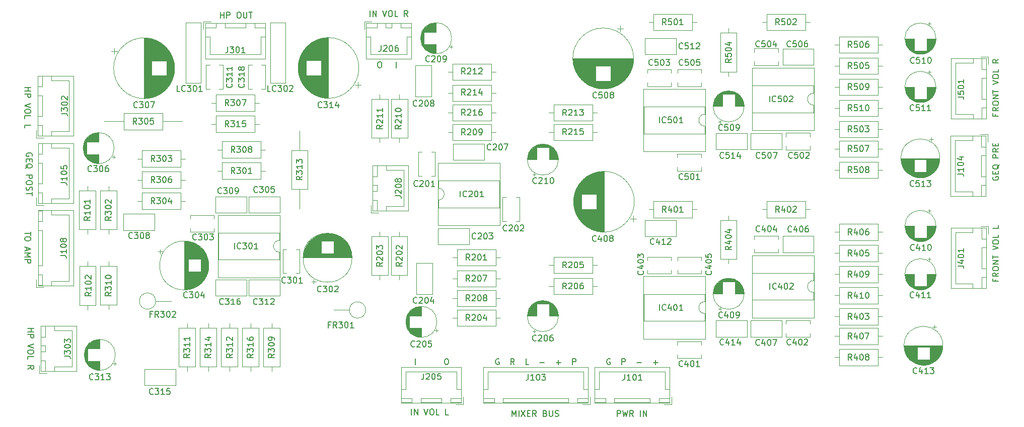
<source format=gbr>
%TF.GenerationSoftware,KiCad,Pcbnew,(6.0.6)*%
%TF.CreationDate,2022-07-24T17:02:24+02:00*%
%TF.ProjectId,emxr,656d7872-2e6b-4696-9361-645f70636258,rev?*%
%TF.SameCoordinates,Original*%
%TF.FileFunction,Legend,Top*%
%TF.FilePolarity,Positive*%
%FSLAX46Y46*%
G04 Gerber Fmt 4.6, Leading zero omitted, Abs format (unit mm)*
G04 Created by KiCad (PCBNEW (6.0.6)) date 2022-07-24 17:02:24*
%MOMM*%
%LPD*%
G01*
G04 APERTURE LIST*
%ADD10C,0.153000*%
%ADD11C,0.150000*%
%ADD12C,0.120000*%
G04 APERTURE END LIST*
D10*
X148059523Y-121750000D02*
X147964285Y-121702380D01*
X147821428Y-121702380D01*
X147678571Y-121750000D01*
X147583333Y-121845238D01*
X147535714Y-121940476D01*
X147488095Y-122130952D01*
X147488095Y-122273809D01*
X147535714Y-122464285D01*
X147583333Y-122559523D01*
X147678571Y-122654761D01*
X147821428Y-122702380D01*
X147916666Y-122702380D01*
X148059523Y-122654761D01*
X148107142Y-122607142D01*
X148107142Y-122273809D01*
X147916666Y-122273809D01*
X150630952Y-122702380D02*
X150297619Y-122226190D01*
X150059523Y-122702380D02*
X150059523Y-121702380D01*
X150440476Y-121702380D01*
X150535714Y-121750000D01*
X150583333Y-121797619D01*
X150630952Y-121892857D01*
X150630952Y-122035714D01*
X150583333Y-122130952D01*
X150535714Y-122178571D01*
X150440476Y-122226190D01*
X150059523Y-122226190D01*
X153059523Y-122702380D02*
X152583333Y-122702380D01*
X152583333Y-121702380D01*
X154916666Y-122321428D02*
X155678571Y-122321428D01*
X157678571Y-122321428D02*
X158440476Y-122321428D01*
X158059523Y-122702380D02*
X158059523Y-121940476D01*
X160440476Y-122702380D02*
X160440476Y-121702380D01*
X160821428Y-121702380D01*
X160916666Y-121750000D01*
X160964285Y-121797619D01*
X161011904Y-121892857D01*
X161011904Y-122035714D01*
X160964285Y-122130952D01*
X160916666Y-122178571D01*
X160821428Y-122226190D01*
X160440476Y-122226190D01*
X166738095Y-121750000D02*
X166642857Y-121702380D01*
X166500000Y-121702380D01*
X166357142Y-121750000D01*
X166261904Y-121845238D01*
X166214285Y-121940476D01*
X166166666Y-122130952D01*
X166166666Y-122273809D01*
X166214285Y-122464285D01*
X166261904Y-122559523D01*
X166357142Y-122654761D01*
X166500000Y-122702380D01*
X166595238Y-122702380D01*
X166738095Y-122654761D01*
X166785714Y-122607142D01*
X166785714Y-122273809D01*
X166595238Y-122273809D01*
X168738095Y-122702380D02*
X168738095Y-121702380D01*
X169119047Y-121702380D01*
X169214285Y-121750000D01*
X169261904Y-121797619D01*
X169309523Y-121892857D01*
X169309523Y-122035714D01*
X169261904Y-122130952D01*
X169214285Y-122178571D01*
X169119047Y-122226190D01*
X168738095Y-122226190D01*
X171261904Y-122321428D02*
X172023809Y-122321428D01*
X174023809Y-122321428D02*
X174785714Y-122321428D01*
X174404761Y-122702380D02*
X174404761Y-121940476D01*
X127904761Y-71702380D02*
X128095238Y-71702380D01*
X128190476Y-71750000D01*
X128285714Y-71845238D01*
X128333333Y-72035714D01*
X128333333Y-72369047D01*
X128285714Y-72559523D01*
X128190476Y-72654761D01*
X128095238Y-72702380D01*
X127904761Y-72702380D01*
X127809523Y-72654761D01*
X127714285Y-72559523D01*
X127666666Y-72369047D01*
X127666666Y-72035714D01*
X127714285Y-71845238D01*
X127809523Y-71750000D01*
X127904761Y-71702380D01*
X130750000Y-72702380D02*
X130750000Y-71702380D01*
X139154761Y-121702380D02*
X139345238Y-121702380D01*
X139440476Y-121750000D01*
X139535714Y-121845238D01*
X139583333Y-122035714D01*
X139583333Y-122369047D01*
X139535714Y-122559523D01*
X139440476Y-122654761D01*
X139345238Y-122702380D01*
X139154761Y-122702380D01*
X139059523Y-122654761D01*
X138964285Y-122559523D01*
X138916666Y-122369047D01*
X138916666Y-122035714D01*
X138964285Y-121845238D01*
X139059523Y-121750000D01*
X139154761Y-121702380D01*
X134000000Y-122702380D02*
X134000000Y-121702380D01*
D11*
X231546571Y-80497761D02*
X231546571Y-80831095D01*
X232070380Y-80831095D02*
X231070380Y-80831095D01*
X231070380Y-80354904D01*
X232070380Y-79402523D02*
X231594190Y-79735857D01*
X232070380Y-79973952D02*
X231070380Y-79973952D01*
X231070380Y-79593000D01*
X231118000Y-79497761D01*
X231165619Y-79450142D01*
X231260857Y-79402523D01*
X231403714Y-79402523D01*
X231498952Y-79450142D01*
X231546571Y-79497761D01*
X231594190Y-79593000D01*
X231594190Y-79973952D01*
X231070380Y-78783476D02*
X231070380Y-78593000D01*
X231118000Y-78497761D01*
X231213238Y-78402523D01*
X231403714Y-78354904D01*
X231737047Y-78354904D01*
X231927523Y-78402523D01*
X232022761Y-78497761D01*
X232070380Y-78593000D01*
X232070380Y-78783476D01*
X232022761Y-78878714D01*
X231927523Y-78973952D01*
X231737047Y-79021571D01*
X231403714Y-79021571D01*
X231213238Y-78973952D01*
X231118000Y-78878714D01*
X231070380Y-78783476D01*
X232070380Y-77926333D02*
X231070380Y-77926333D01*
X232070380Y-77354904D01*
X231070380Y-77354904D01*
X231070380Y-77021571D02*
X231070380Y-76450142D01*
X232070380Y-76735857D02*
X231070380Y-76735857D01*
X231070380Y-75497761D02*
X232070380Y-75164428D01*
X231070380Y-74831095D01*
X231070380Y-74307285D02*
X231070380Y-74116809D01*
X231118000Y-74021571D01*
X231213238Y-73926333D01*
X231403714Y-73878714D01*
X231737047Y-73878714D01*
X231927523Y-73926333D01*
X232022761Y-74021571D01*
X232070380Y-74116809D01*
X232070380Y-74307285D01*
X232022761Y-74402523D01*
X231927523Y-74497761D01*
X231737047Y-74545380D01*
X231403714Y-74545380D01*
X231213238Y-74497761D01*
X231118000Y-74402523D01*
X231070380Y-74307285D01*
X232070380Y-72973952D02*
X232070380Y-73450142D01*
X231070380Y-73450142D01*
X232070380Y-71307285D02*
X231594190Y-71640619D01*
X232070380Y-71878714D02*
X231070380Y-71878714D01*
X231070380Y-71497761D01*
X231118000Y-71402523D01*
X231165619Y-71354904D01*
X231260857Y-71307285D01*
X231403714Y-71307285D01*
X231498952Y-71354904D01*
X231546571Y-71402523D01*
X231594190Y-71497761D01*
X231594190Y-71878714D01*
X68321942Y-76085476D02*
X69321942Y-76085476D01*
X68845751Y-76085476D02*
X68845751Y-76656904D01*
X68321942Y-76656904D02*
X69321942Y-76656904D01*
X68321942Y-77133095D02*
X69321942Y-77133095D01*
X69321942Y-77514047D01*
X69274323Y-77609285D01*
X69226703Y-77656904D01*
X69131465Y-77704523D01*
X68988608Y-77704523D01*
X68893370Y-77656904D01*
X68845751Y-77609285D01*
X68798132Y-77514047D01*
X68798132Y-77133095D01*
X69321942Y-78752142D02*
X68321942Y-79085476D01*
X69321942Y-79418809D01*
X69321942Y-79942619D02*
X69321942Y-80133095D01*
X69274323Y-80228333D01*
X69179084Y-80323571D01*
X68988608Y-80371190D01*
X68655275Y-80371190D01*
X68464799Y-80323571D01*
X68369561Y-80228333D01*
X68321942Y-80133095D01*
X68321942Y-79942619D01*
X68369561Y-79847380D01*
X68464799Y-79752142D01*
X68655275Y-79704523D01*
X68988608Y-79704523D01*
X69179084Y-79752142D01*
X69274323Y-79847380D01*
X69321942Y-79942619D01*
X68321942Y-81275952D02*
X68321942Y-80799761D01*
X69321942Y-80799761D01*
X68321942Y-82847380D02*
X68321942Y-82371190D01*
X69321942Y-82371190D01*
X167937809Y-131409380D02*
X167937809Y-130409380D01*
X168318761Y-130409380D01*
X168414000Y-130457000D01*
X168461619Y-130504619D01*
X168509238Y-130599857D01*
X168509238Y-130742714D01*
X168461619Y-130837952D01*
X168414000Y-130885571D01*
X168318761Y-130933190D01*
X167937809Y-130933190D01*
X168842571Y-130409380D02*
X169080666Y-131409380D01*
X169271142Y-130695095D01*
X169461619Y-131409380D01*
X169699714Y-130409380D01*
X170652095Y-131409380D02*
X170318761Y-130933190D01*
X170080666Y-131409380D02*
X170080666Y-130409380D01*
X170461619Y-130409380D01*
X170556857Y-130457000D01*
X170604476Y-130504619D01*
X170652095Y-130599857D01*
X170652095Y-130742714D01*
X170604476Y-130837952D01*
X170556857Y-130885571D01*
X170461619Y-130933190D01*
X170080666Y-130933190D01*
X171842571Y-131409380D02*
X171842571Y-130409380D01*
X172318761Y-131409380D02*
X172318761Y-130409380D01*
X172890190Y-131409380D01*
X172890190Y-130409380D01*
X69528323Y-87594809D02*
X69575942Y-87499571D01*
X69575942Y-87356714D01*
X69528323Y-87213857D01*
X69433084Y-87118619D01*
X69337846Y-87071000D01*
X69147370Y-87023380D01*
X69004513Y-87023380D01*
X68814037Y-87071000D01*
X68718799Y-87118619D01*
X68623561Y-87213857D01*
X68575942Y-87356714D01*
X68575942Y-87451952D01*
X68623561Y-87594809D01*
X68671180Y-87642428D01*
X69004513Y-87642428D01*
X69004513Y-87451952D01*
X69099751Y-88071000D02*
X69099751Y-88404333D01*
X68575942Y-88547190D02*
X68575942Y-88071000D01*
X69575942Y-88071000D01*
X69575942Y-88547190D01*
X68480703Y-89642428D02*
X68528323Y-89547190D01*
X68623561Y-89451952D01*
X68766418Y-89309095D01*
X68814037Y-89213857D01*
X68814037Y-89118619D01*
X68575942Y-89166238D02*
X68623561Y-89071000D01*
X68718799Y-88975761D01*
X68909275Y-88928142D01*
X69242608Y-88928142D01*
X69433084Y-88975761D01*
X69528323Y-89071000D01*
X69575942Y-89166238D01*
X69575942Y-89356714D01*
X69528323Y-89451952D01*
X69433084Y-89547190D01*
X69242608Y-89594809D01*
X68909275Y-89594809D01*
X68718799Y-89547190D01*
X68623561Y-89451952D01*
X68575942Y-89356714D01*
X68575942Y-89166238D01*
X68575942Y-90785285D02*
X69575942Y-90785285D01*
X69575942Y-91166238D01*
X69528323Y-91261476D01*
X69480703Y-91309095D01*
X69385465Y-91356714D01*
X69242608Y-91356714D01*
X69147370Y-91309095D01*
X69099751Y-91261476D01*
X69052132Y-91166238D01*
X69052132Y-90785285D01*
X69575942Y-91975761D02*
X69575942Y-92166238D01*
X69528323Y-92261476D01*
X69433084Y-92356714D01*
X69242608Y-92404333D01*
X68909275Y-92404333D01*
X68718799Y-92356714D01*
X68623561Y-92261476D01*
X68575942Y-92166238D01*
X68575942Y-91975761D01*
X68623561Y-91880523D01*
X68718799Y-91785285D01*
X68909275Y-91737666D01*
X69242608Y-91737666D01*
X69433084Y-91785285D01*
X69528323Y-91880523D01*
X69575942Y-91975761D01*
X68623561Y-92785285D02*
X68575942Y-92928142D01*
X68575942Y-93166238D01*
X68623561Y-93261476D01*
X68671180Y-93309095D01*
X68766418Y-93356714D01*
X68861656Y-93356714D01*
X68956894Y-93309095D01*
X69004513Y-93261476D01*
X69052132Y-93166238D01*
X69099751Y-92975761D01*
X69147370Y-92880523D01*
X69194989Y-92832904D01*
X69290227Y-92785285D01*
X69385465Y-92785285D01*
X69480703Y-92832904D01*
X69528323Y-92880523D01*
X69575942Y-92975761D01*
X69575942Y-93213857D01*
X69528323Y-93356714D01*
X69575942Y-93642428D02*
X69575942Y-94213857D01*
X68575942Y-93928142D02*
X69575942Y-93928142D01*
X101231084Y-64353380D02*
X101231084Y-63353380D01*
X101231084Y-63829571D02*
X101802513Y-63829571D01*
X101802513Y-64353380D02*
X101802513Y-63353380D01*
X102278703Y-64353380D02*
X102278703Y-63353380D01*
X102659656Y-63353380D01*
X102754894Y-63401000D01*
X102802513Y-63448619D01*
X102850132Y-63543857D01*
X102850132Y-63686714D01*
X102802513Y-63781952D01*
X102754894Y-63829571D01*
X102659656Y-63877190D01*
X102278703Y-63877190D01*
X104231084Y-63353380D02*
X104421561Y-63353380D01*
X104516799Y-63401000D01*
X104612037Y-63496238D01*
X104659656Y-63686714D01*
X104659656Y-64020047D01*
X104612037Y-64210523D01*
X104516799Y-64305761D01*
X104421561Y-64353380D01*
X104231084Y-64353380D01*
X104135846Y-64305761D01*
X104040608Y-64210523D01*
X103992989Y-64020047D01*
X103992989Y-63686714D01*
X104040608Y-63496238D01*
X104135846Y-63401000D01*
X104231084Y-63353380D01*
X105088227Y-63353380D02*
X105088227Y-64162904D01*
X105135846Y-64258142D01*
X105183465Y-64305761D01*
X105278703Y-64353380D01*
X105469180Y-64353380D01*
X105564418Y-64305761D01*
X105612037Y-64258142D01*
X105659656Y-64162904D01*
X105659656Y-63353380D01*
X105992989Y-63353380D02*
X106564418Y-63353380D01*
X106278703Y-64353380D02*
X106278703Y-63353380D01*
X69321942Y-100326523D02*
X69321942Y-100897952D01*
X68321942Y-100612238D02*
X69321942Y-100612238D01*
X69321942Y-101421761D02*
X69321942Y-101612238D01*
X69274323Y-101707476D01*
X69179084Y-101802714D01*
X68988608Y-101850333D01*
X68655275Y-101850333D01*
X68464799Y-101802714D01*
X68369561Y-101707476D01*
X68321942Y-101612238D01*
X68321942Y-101421761D01*
X68369561Y-101326523D01*
X68464799Y-101231285D01*
X68655275Y-101183666D01*
X68988608Y-101183666D01*
X69179084Y-101231285D01*
X69274323Y-101326523D01*
X69321942Y-101421761D01*
X68607656Y-102993190D02*
X68607656Y-103469380D01*
X68321942Y-102897952D02*
X69321942Y-103231285D01*
X68321942Y-103564619D01*
X68321942Y-103897952D02*
X69321942Y-103897952D01*
X68607656Y-104231285D01*
X69321942Y-104564619D01*
X68321942Y-104564619D01*
X68321942Y-105040809D02*
X69321942Y-105040809D01*
X69321942Y-105421761D01*
X69274323Y-105517000D01*
X69226703Y-105564619D01*
X69131465Y-105612238D01*
X68988608Y-105612238D01*
X68893370Y-105564619D01*
X68845751Y-105517000D01*
X68798132Y-105421761D01*
X68798132Y-105040809D01*
X126377142Y-64099380D02*
X126377142Y-63099380D01*
X126853333Y-64099380D02*
X126853333Y-63099380D01*
X127424761Y-64099380D01*
X127424761Y-63099380D01*
X128520000Y-63099380D02*
X128853333Y-64099380D01*
X129186666Y-63099380D01*
X129710476Y-63099380D02*
X129900952Y-63099380D01*
X129996190Y-63147000D01*
X130091428Y-63242238D01*
X130139047Y-63432714D01*
X130139047Y-63766047D01*
X130091428Y-63956523D01*
X129996190Y-64051761D01*
X129900952Y-64099380D01*
X129710476Y-64099380D01*
X129615238Y-64051761D01*
X129520000Y-63956523D01*
X129472380Y-63766047D01*
X129472380Y-63432714D01*
X129520000Y-63242238D01*
X129615238Y-63147000D01*
X129710476Y-63099380D01*
X131043809Y-64099380D02*
X130567619Y-64099380D01*
X130567619Y-63099380D01*
X132710476Y-64099380D02*
X132377142Y-63623190D01*
X132139047Y-64099380D02*
X132139047Y-63099380D01*
X132520000Y-63099380D01*
X132615238Y-63147000D01*
X132662857Y-63194619D01*
X132710476Y-63289857D01*
X132710476Y-63432714D01*
X132662857Y-63527952D01*
X132615238Y-63575571D01*
X132520000Y-63623190D01*
X132139047Y-63623190D01*
X68834265Y-116595238D02*
X69834265Y-116595238D01*
X69358074Y-116595238D02*
X69358074Y-117166666D01*
X68834265Y-117166666D02*
X69834265Y-117166666D01*
X68834265Y-117642857D02*
X69834265Y-117642857D01*
X69834265Y-118023809D01*
X69786646Y-118119047D01*
X69739026Y-118166666D01*
X69643788Y-118214285D01*
X69500931Y-118214285D01*
X69405693Y-118166666D01*
X69358074Y-118119047D01*
X69310455Y-118023809D01*
X69310455Y-117642857D01*
X69834265Y-119261904D02*
X68834265Y-119595238D01*
X69834265Y-119928571D01*
X69834265Y-120452380D02*
X69834265Y-120642857D01*
X69786646Y-120738095D01*
X69691407Y-120833333D01*
X69500931Y-120880952D01*
X69167598Y-120880952D01*
X68977122Y-120833333D01*
X68881884Y-120738095D01*
X68834265Y-120642857D01*
X68834265Y-120452380D01*
X68881884Y-120357142D01*
X68977122Y-120261904D01*
X69167598Y-120214285D01*
X69500931Y-120214285D01*
X69691407Y-120261904D01*
X69786646Y-120357142D01*
X69834265Y-120452380D01*
X68834265Y-121785714D02*
X68834265Y-121309523D01*
X69834265Y-121309523D01*
X68834265Y-123452380D02*
X69310455Y-123119047D01*
X68834265Y-122880952D02*
X69834265Y-122880952D01*
X69834265Y-123261904D01*
X69786646Y-123357142D01*
X69739026Y-123404761D01*
X69643788Y-123452380D01*
X69500931Y-123452380D01*
X69405693Y-123404761D01*
X69358074Y-123357142D01*
X69310455Y-123261904D01*
X69310455Y-122880952D01*
X133330380Y-131155380D02*
X133330380Y-130155380D01*
X133806571Y-131155380D02*
X133806571Y-130155380D01*
X134378000Y-131155380D01*
X134378000Y-130155380D01*
X135473238Y-130155380D02*
X135806571Y-131155380D01*
X136139904Y-130155380D01*
X136663714Y-130155380D02*
X136854190Y-130155380D01*
X136949428Y-130203000D01*
X137044666Y-130298238D01*
X137092285Y-130488714D01*
X137092285Y-130822047D01*
X137044666Y-131012523D01*
X136949428Y-131107761D01*
X136854190Y-131155380D01*
X136663714Y-131155380D01*
X136568476Y-131107761D01*
X136473238Y-131012523D01*
X136425619Y-130822047D01*
X136425619Y-130488714D01*
X136473238Y-130298238D01*
X136568476Y-130203000D01*
X136663714Y-130155380D01*
X137997047Y-131155380D02*
X137520857Y-131155380D01*
X137520857Y-130155380D01*
X139568476Y-131155380D02*
X139092285Y-131155380D01*
X139092285Y-130155380D01*
X231556571Y-108349523D02*
X231556571Y-108682857D01*
X232080380Y-108682857D02*
X231080380Y-108682857D01*
X231080380Y-108206666D01*
X232080380Y-107254285D02*
X231604190Y-107587619D01*
X232080380Y-107825714D02*
X231080380Y-107825714D01*
X231080380Y-107444761D01*
X231128000Y-107349523D01*
X231175619Y-107301904D01*
X231270857Y-107254285D01*
X231413714Y-107254285D01*
X231508952Y-107301904D01*
X231556571Y-107349523D01*
X231604190Y-107444761D01*
X231604190Y-107825714D01*
X231080380Y-106635238D02*
X231080380Y-106444761D01*
X231128000Y-106349523D01*
X231223238Y-106254285D01*
X231413714Y-106206666D01*
X231747047Y-106206666D01*
X231937523Y-106254285D01*
X232032761Y-106349523D01*
X232080380Y-106444761D01*
X232080380Y-106635238D01*
X232032761Y-106730476D01*
X231937523Y-106825714D01*
X231747047Y-106873333D01*
X231413714Y-106873333D01*
X231223238Y-106825714D01*
X231128000Y-106730476D01*
X231080380Y-106635238D01*
X232080380Y-105778095D02*
X231080380Y-105778095D01*
X232080380Y-105206666D01*
X231080380Y-105206666D01*
X231080380Y-104873333D02*
X231080380Y-104301904D01*
X232080380Y-104587619D02*
X231080380Y-104587619D01*
X231080380Y-103349523D02*
X232080380Y-103016190D01*
X231080380Y-102682857D01*
X231080380Y-102159047D02*
X231080380Y-101968571D01*
X231128000Y-101873333D01*
X231223238Y-101778095D01*
X231413714Y-101730476D01*
X231747047Y-101730476D01*
X231937523Y-101778095D01*
X232032761Y-101873333D01*
X232080380Y-101968571D01*
X232080380Y-102159047D01*
X232032761Y-102254285D01*
X231937523Y-102349523D01*
X231747047Y-102397142D01*
X231413714Y-102397142D01*
X231223238Y-102349523D01*
X231128000Y-102254285D01*
X231080380Y-102159047D01*
X232080380Y-100825714D02*
X232080380Y-101301904D01*
X231080380Y-101301904D01*
X232080380Y-99254285D02*
X232080380Y-99730476D01*
X231080380Y-99730476D01*
X231128000Y-91086619D02*
X231080380Y-91181857D01*
X231080380Y-91324714D01*
X231128000Y-91467571D01*
X231223238Y-91562809D01*
X231318476Y-91610428D01*
X231508952Y-91658047D01*
X231651809Y-91658047D01*
X231842285Y-91610428D01*
X231937523Y-91562809D01*
X232032761Y-91467571D01*
X232080380Y-91324714D01*
X232080380Y-91229476D01*
X232032761Y-91086619D01*
X231985142Y-91039000D01*
X231651809Y-91039000D01*
X231651809Y-91229476D01*
X231556571Y-90610428D02*
X231556571Y-90277095D01*
X232080380Y-90134238D02*
X232080380Y-90610428D01*
X231080380Y-90610428D01*
X231080380Y-90134238D01*
X232175619Y-89039000D02*
X232128000Y-89134238D01*
X232032761Y-89229476D01*
X231889904Y-89372333D01*
X231842285Y-89467571D01*
X231842285Y-89562809D01*
X232080380Y-89515190D02*
X232032761Y-89610428D01*
X231937523Y-89705666D01*
X231747047Y-89753285D01*
X231413714Y-89753285D01*
X231223238Y-89705666D01*
X231128000Y-89610428D01*
X231080380Y-89515190D01*
X231080380Y-89324714D01*
X231128000Y-89229476D01*
X231223238Y-89134238D01*
X231413714Y-89086619D01*
X231747047Y-89086619D01*
X231937523Y-89134238D01*
X232032761Y-89229476D01*
X232080380Y-89324714D01*
X232080380Y-89515190D01*
X232080380Y-87896142D02*
X231080380Y-87896142D01*
X231080380Y-87515190D01*
X231128000Y-87419952D01*
X231175619Y-87372333D01*
X231270857Y-87324714D01*
X231413714Y-87324714D01*
X231508952Y-87372333D01*
X231556571Y-87419952D01*
X231604190Y-87515190D01*
X231604190Y-87896142D01*
X232080380Y-86324714D02*
X231604190Y-86658047D01*
X232080380Y-86896142D02*
X231080380Y-86896142D01*
X231080380Y-86515190D01*
X231128000Y-86419952D01*
X231175619Y-86372333D01*
X231270857Y-86324714D01*
X231413714Y-86324714D01*
X231508952Y-86372333D01*
X231556571Y-86419952D01*
X231604190Y-86515190D01*
X231604190Y-86896142D01*
X231556571Y-85896142D02*
X231556571Y-85562809D01*
X232080380Y-85419952D02*
X232080380Y-85896142D01*
X231080380Y-85896142D01*
X231080380Y-85419952D01*
X150277047Y-131409380D02*
X150277047Y-130409380D01*
X150610380Y-131123666D01*
X150943714Y-130409380D01*
X150943714Y-131409380D01*
X151419904Y-131409380D02*
X151419904Y-130409380D01*
X151800857Y-130409380D02*
X152467523Y-131409380D01*
X152467523Y-130409380D02*
X151800857Y-131409380D01*
X152848476Y-130885571D02*
X153181809Y-130885571D01*
X153324666Y-131409380D02*
X152848476Y-131409380D01*
X152848476Y-130409380D01*
X153324666Y-130409380D01*
X154324666Y-131409380D02*
X153991333Y-130933190D01*
X153753238Y-131409380D02*
X153753238Y-130409380D01*
X154134190Y-130409380D01*
X154229428Y-130457000D01*
X154277047Y-130504619D01*
X154324666Y-130599857D01*
X154324666Y-130742714D01*
X154277047Y-130837952D01*
X154229428Y-130885571D01*
X154134190Y-130933190D01*
X153753238Y-130933190D01*
X155848476Y-130885571D02*
X155991333Y-130933190D01*
X156038952Y-130980809D01*
X156086571Y-131076047D01*
X156086571Y-131218904D01*
X156038952Y-131314142D01*
X155991333Y-131361761D01*
X155896095Y-131409380D01*
X155515142Y-131409380D01*
X155515142Y-130409380D01*
X155848476Y-130409380D01*
X155943714Y-130457000D01*
X155991333Y-130504619D01*
X156038952Y-130599857D01*
X156038952Y-130695095D01*
X155991333Y-130790333D01*
X155943714Y-130837952D01*
X155848476Y-130885571D01*
X155515142Y-130885571D01*
X156515142Y-130409380D02*
X156515142Y-131218904D01*
X156562761Y-131314142D01*
X156610380Y-131361761D01*
X156705619Y-131409380D01*
X156896095Y-131409380D01*
X156991333Y-131361761D01*
X157038952Y-131314142D01*
X157086571Y-131218904D01*
X157086571Y-130409380D01*
X157515142Y-131361761D02*
X157658000Y-131409380D01*
X157896095Y-131409380D01*
X157991333Y-131361761D01*
X158038952Y-131314142D01*
X158086571Y-131218904D01*
X158086571Y-131123666D01*
X158038952Y-131028428D01*
X157991333Y-130980809D01*
X157896095Y-130933190D01*
X157705619Y-130885571D01*
X157610380Y-130837952D01*
X157562761Y-130790333D01*
X157515142Y-130695095D01*
X157515142Y-130599857D01*
X157562761Y-130504619D01*
X157610380Y-130457000D01*
X157705619Y-130409380D01*
X157943714Y-130409380D01*
X158086571Y-130457000D01*
%TO.C,R216*%
X142380952Y-80726380D02*
X142047619Y-80250190D01*
X141809523Y-80726380D02*
X141809523Y-79726380D01*
X142190476Y-79726380D01*
X142285714Y-79774000D01*
X142333333Y-79821619D01*
X142380952Y-79916857D01*
X142380952Y-80059714D01*
X142333333Y-80154952D01*
X142285714Y-80202571D01*
X142190476Y-80250190D01*
X141809523Y-80250190D01*
X142761904Y-79821619D02*
X142809523Y-79774000D01*
X142904761Y-79726380D01*
X143142857Y-79726380D01*
X143238095Y-79774000D01*
X143285714Y-79821619D01*
X143333333Y-79916857D01*
X143333333Y-80012095D01*
X143285714Y-80154952D01*
X142714285Y-80726380D01*
X143333333Y-80726380D01*
X144285714Y-80726380D02*
X143714285Y-80726380D01*
X144000000Y-80726380D02*
X144000000Y-79726380D01*
X143904761Y-79869238D01*
X143809523Y-79964476D01*
X143714285Y-80012095D01*
X145142857Y-79726380D02*
X144952380Y-79726380D01*
X144857142Y-79774000D01*
X144809523Y-79821619D01*
X144714285Y-79964476D01*
X144666666Y-80154952D01*
X144666666Y-80535904D01*
X144714285Y-80631142D01*
X144761904Y-80678761D01*
X144857142Y-80726380D01*
X145047619Y-80726380D01*
X145142857Y-80678761D01*
X145190476Y-80631142D01*
X145238095Y-80535904D01*
X145238095Y-80297809D01*
X145190476Y-80202571D01*
X145142857Y-80154952D01*
X145047619Y-80107333D01*
X144857142Y-80107333D01*
X144761904Y-80154952D01*
X144714285Y-80202571D01*
X144666666Y-80297809D01*
%TO.C,IC201*%
X141571428Y-94452380D02*
X141571428Y-93452380D01*
X142619047Y-94357142D02*
X142571428Y-94404761D01*
X142428571Y-94452380D01*
X142333333Y-94452380D01*
X142190476Y-94404761D01*
X142095238Y-94309523D01*
X142047619Y-94214285D01*
X142000000Y-94023809D01*
X142000000Y-93880952D01*
X142047619Y-93690476D01*
X142095238Y-93595238D01*
X142190476Y-93500000D01*
X142333333Y-93452380D01*
X142428571Y-93452380D01*
X142571428Y-93500000D01*
X142619047Y-93547619D01*
X143000000Y-93547619D02*
X143047619Y-93500000D01*
X143142857Y-93452380D01*
X143380952Y-93452380D01*
X143476190Y-93500000D01*
X143523809Y-93547619D01*
X143571428Y-93642857D01*
X143571428Y-93738095D01*
X143523809Y-93880952D01*
X142952380Y-94452380D01*
X143571428Y-94452380D01*
X144190476Y-93452380D02*
X144285714Y-93452380D01*
X144380952Y-93500000D01*
X144428571Y-93547619D01*
X144476190Y-93642857D01*
X144523809Y-93833333D01*
X144523809Y-94071428D01*
X144476190Y-94261904D01*
X144428571Y-94357142D01*
X144380952Y-94404761D01*
X144285714Y-94452380D01*
X144190476Y-94452380D01*
X144095238Y-94404761D01*
X144047619Y-94357142D01*
X144000000Y-94261904D01*
X143952380Y-94071428D01*
X143952380Y-93833333D01*
X144000000Y-93642857D01*
X144047619Y-93547619D01*
X144095238Y-93500000D01*
X144190476Y-93452380D01*
X145476190Y-94452380D02*
X144904761Y-94452380D01*
X145190476Y-94452380D02*
X145190476Y-93452380D01*
X145095238Y-93595238D01*
X145000000Y-93690476D01*
X144904761Y-93738095D01*
%TO.C,R405*%
X207404952Y-104396001D02*
X207071619Y-103919811D01*
X206833523Y-104396001D02*
X206833523Y-103396001D01*
X207214476Y-103396001D01*
X207309714Y-103443621D01*
X207357333Y-103491240D01*
X207404952Y-103586478D01*
X207404952Y-103729335D01*
X207357333Y-103824573D01*
X207309714Y-103872192D01*
X207214476Y-103919811D01*
X206833523Y-103919811D01*
X208262095Y-103729335D02*
X208262095Y-104396001D01*
X208024000Y-103348382D02*
X207785904Y-104062668D01*
X208404952Y-104062668D01*
X208976380Y-103396001D02*
X209071619Y-103396001D01*
X209166857Y-103443621D01*
X209214476Y-103491240D01*
X209262095Y-103586478D01*
X209309714Y-103776954D01*
X209309714Y-104015049D01*
X209262095Y-104205525D01*
X209214476Y-104300763D01*
X209166857Y-104348382D01*
X209071619Y-104396001D01*
X208976380Y-104396001D01*
X208881142Y-104348382D01*
X208833523Y-104300763D01*
X208785904Y-104205525D01*
X208738285Y-104015049D01*
X208738285Y-103776954D01*
X208785904Y-103586478D01*
X208833523Y-103491240D01*
X208881142Y-103443621D01*
X208976380Y-103396001D01*
X210214476Y-103396001D02*
X209738285Y-103396001D01*
X209690666Y-103872192D01*
X209738285Y-103824573D01*
X209833523Y-103776954D01*
X210071619Y-103776954D01*
X210166857Y-103824573D01*
X210214476Y-103872192D01*
X210262095Y-103967430D01*
X210262095Y-104205525D01*
X210214476Y-104300763D01*
X210166857Y-104348382D01*
X210071619Y-104396001D01*
X209833523Y-104396001D01*
X209738285Y-104348382D01*
X209690666Y-104300763D01*
%TO.C,J105*%
X74395380Y-92079714D02*
X75109666Y-92079714D01*
X75252523Y-92127333D01*
X75347761Y-92222571D01*
X75395380Y-92365428D01*
X75395380Y-92460666D01*
X75395380Y-91079714D02*
X75395380Y-91651142D01*
X75395380Y-91365428D02*
X74395380Y-91365428D01*
X74538238Y-91460666D01*
X74633476Y-91555904D01*
X74681095Y-91651142D01*
X74395380Y-90460666D02*
X74395380Y-90365428D01*
X74443000Y-90270190D01*
X74490619Y-90222571D01*
X74585857Y-90174952D01*
X74776333Y-90127333D01*
X75014428Y-90127333D01*
X75204904Y-90174952D01*
X75300142Y-90222571D01*
X75347761Y-90270190D01*
X75395380Y-90365428D01*
X75395380Y-90460666D01*
X75347761Y-90555904D01*
X75300142Y-90603523D01*
X75204904Y-90651142D01*
X75014428Y-90698761D01*
X74776333Y-90698761D01*
X74585857Y-90651142D01*
X74490619Y-90603523D01*
X74443000Y-90555904D01*
X74395380Y-90460666D01*
X74395380Y-89222571D02*
X74395380Y-89698761D01*
X74871571Y-89746380D01*
X74823952Y-89698761D01*
X74776333Y-89603523D01*
X74776333Y-89365428D01*
X74823952Y-89270190D01*
X74871571Y-89222571D01*
X74966809Y-89174952D01*
X75204904Y-89174952D01*
X75300142Y-89222571D01*
X75347761Y-89270190D01*
X75395380Y-89365428D01*
X75395380Y-89603523D01*
X75347761Y-89698761D01*
X75300142Y-89746380D01*
%TO.C,C510*%
X217880952Y-71857142D02*
X217833333Y-71904761D01*
X217690476Y-71952380D01*
X217595238Y-71952380D01*
X217452380Y-71904761D01*
X217357142Y-71809523D01*
X217309523Y-71714285D01*
X217261904Y-71523809D01*
X217261904Y-71380952D01*
X217309523Y-71190476D01*
X217357142Y-71095238D01*
X217452380Y-71000000D01*
X217595238Y-70952380D01*
X217690476Y-70952380D01*
X217833333Y-71000000D01*
X217880952Y-71047619D01*
X218785714Y-70952380D02*
X218309523Y-70952380D01*
X218261904Y-71428571D01*
X218309523Y-71380952D01*
X218404761Y-71333333D01*
X218642857Y-71333333D01*
X218738095Y-71380952D01*
X218785714Y-71428571D01*
X218833333Y-71523809D01*
X218833333Y-71761904D01*
X218785714Y-71857142D01*
X218738095Y-71904761D01*
X218642857Y-71952380D01*
X218404761Y-71952380D01*
X218309523Y-71904761D01*
X218261904Y-71857142D01*
X219785714Y-71952380D02*
X219214285Y-71952380D01*
X219500000Y-71952380D02*
X219500000Y-70952380D01*
X219404761Y-71095238D01*
X219309523Y-71190476D01*
X219214285Y-71238095D01*
X220404761Y-70952380D02*
X220500000Y-70952380D01*
X220595238Y-71000000D01*
X220642857Y-71047619D01*
X220690476Y-71142857D01*
X220738095Y-71333333D01*
X220738095Y-71571428D01*
X220690476Y-71761904D01*
X220642857Y-71857142D01*
X220595238Y-71904761D01*
X220500000Y-71952380D01*
X220404761Y-71952380D01*
X220309523Y-71904761D01*
X220261904Y-71857142D01*
X220214285Y-71761904D01*
X220166666Y-71571428D01*
X220166666Y-71333333D01*
X220214285Y-71142857D01*
X220261904Y-71047619D01*
X220309523Y-71000000D01*
X220404761Y-70952380D01*
%TO.C,R315*%
X102614952Y-82641380D02*
X102281619Y-82165190D01*
X102043523Y-82641380D02*
X102043523Y-81641380D01*
X102424476Y-81641380D01*
X102519714Y-81689000D01*
X102567333Y-81736619D01*
X102614952Y-81831857D01*
X102614952Y-81974714D01*
X102567333Y-82069952D01*
X102519714Y-82117571D01*
X102424476Y-82165190D01*
X102043523Y-82165190D01*
X102948285Y-81641380D02*
X103567333Y-81641380D01*
X103234000Y-82022333D01*
X103376857Y-82022333D01*
X103472095Y-82069952D01*
X103519714Y-82117571D01*
X103567333Y-82212809D01*
X103567333Y-82450904D01*
X103519714Y-82546142D01*
X103472095Y-82593761D01*
X103376857Y-82641380D01*
X103091142Y-82641380D01*
X102995904Y-82593761D01*
X102948285Y-82546142D01*
X104519714Y-82641380D02*
X103948285Y-82641380D01*
X104234000Y-82641380D02*
X104234000Y-81641380D01*
X104138761Y-81784238D01*
X104043523Y-81879476D01*
X103948285Y-81927095D01*
X105424476Y-81641380D02*
X104948285Y-81641380D01*
X104900666Y-82117571D01*
X104948285Y-82069952D01*
X105043523Y-82022333D01*
X105281619Y-82022333D01*
X105376857Y-82069952D01*
X105424476Y-82117571D01*
X105472095Y-82212809D01*
X105472095Y-82450904D01*
X105424476Y-82546142D01*
X105376857Y-82593761D01*
X105281619Y-82641380D01*
X105043523Y-82641380D01*
X104948285Y-82593761D01*
X104900666Y-82546142D01*
%TO.C,R401*%
X176162952Y-97030001D02*
X175829619Y-96553811D01*
X175591523Y-97030001D02*
X175591523Y-96030001D01*
X175972476Y-96030001D01*
X176067714Y-96077621D01*
X176115333Y-96125240D01*
X176162952Y-96220478D01*
X176162952Y-96363335D01*
X176115333Y-96458573D01*
X176067714Y-96506192D01*
X175972476Y-96553811D01*
X175591523Y-96553811D01*
X177020095Y-96363335D02*
X177020095Y-97030001D01*
X176782000Y-95982382D02*
X176543904Y-96696668D01*
X177162952Y-96696668D01*
X177734380Y-96030001D02*
X177829619Y-96030001D01*
X177924857Y-96077621D01*
X177972476Y-96125240D01*
X178020095Y-96220478D01*
X178067714Y-96410954D01*
X178067714Y-96649049D01*
X178020095Y-96839525D01*
X177972476Y-96934763D01*
X177924857Y-96982382D01*
X177829619Y-97030001D01*
X177734380Y-97030001D01*
X177639142Y-96982382D01*
X177591523Y-96934763D01*
X177543904Y-96839525D01*
X177496285Y-96649049D01*
X177496285Y-96410954D01*
X177543904Y-96220478D01*
X177591523Y-96125240D01*
X177639142Y-96077621D01*
X177734380Y-96030001D01*
X179020095Y-97030001D02*
X178448666Y-97030001D01*
X178734380Y-97030001D02*
X178734380Y-96030001D01*
X178639142Y-96172859D01*
X178543904Y-96268097D01*
X178448666Y-96315716D01*
%TO.C,C206*%
X154308952Y-118607142D02*
X154261333Y-118654761D01*
X154118476Y-118702380D01*
X154023238Y-118702380D01*
X153880380Y-118654761D01*
X153785142Y-118559523D01*
X153737523Y-118464285D01*
X153689904Y-118273809D01*
X153689904Y-118130952D01*
X153737523Y-117940476D01*
X153785142Y-117845238D01*
X153880380Y-117750000D01*
X154023238Y-117702380D01*
X154118476Y-117702380D01*
X154261333Y-117750000D01*
X154308952Y-117797619D01*
X154689904Y-117797619D02*
X154737523Y-117750000D01*
X154832761Y-117702380D01*
X155070857Y-117702380D01*
X155166095Y-117750000D01*
X155213714Y-117797619D01*
X155261333Y-117892857D01*
X155261333Y-117988095D01*
X155213714Y-118130952D01*
X154642285Y-118702380D01*
X155261333Y-118702380D01*
X155880380Y-117702380D02*
X155975619Y-117702380D01*
X156070857Y-117750000D01*
X156118476Y-117797619D01*
X156166095Y-117892857D01*
X156213714Y-118083333D01*
X156213714Y-118321428D01*
X156166095Y-118511904D01*
X156118476Y-118607142D01*
X156070857Y-118654761D01*
X155975619Y-118702380D01*
X155880380Y-118702380D01*
X155785142Y-118654761D01*
X155737523Y-118607142D01*
X155689904Y-118511904D01*
X155642285Y-118321428D01*
X155642285Y-118083333D01*
X155689904Y-117892857D01*
X155737523Y-117797619D01*
X155785142Y-117750000D01*
X155880380Y-117702380D01*
X157070857Y-117702380D02*
X156880380Y-117702380D01*
X156785142Y-117750000D01*
X156737523Y-117797619D01*
X156642285Y-117940476D01*
X156594666Y-118130952D01*
X156594666Y-118511904D01*
X156642285Y-118607142D01*
X156689904Y-118654761D01*
X156785142Y-118702380D01*
X156975619Y-118702380D01*
X157070857Y-118654761D01*
X157118476Y-118607142D01*
X157166095Y-118511904D01*
X157166095Y-118273809D01*
X157118476Y-118178571D01*
X157070857Y-118130952D01*
X156975619Y-118083333D01*
X156785142Y-118083333D01*
X156689904Y-118130952D01*
X156642285Y-118178571D01*
X156594666Y-118273809D01*
%TO.C,J401*%
X225238380Y-106075714D02*
X225952666Y-106075714D01*
X226095523Y-106123333D01*
X226190761Y-106218571D01*
X226238380Y-106361428D01*
X226238380Y-106456666D01*
X225571714Y-105170952D02*
X226238380Y-105170952D01*
X225190761Y-105409047D02*
X225905047Y-105647142D01*
X225905047Y-105028095D01*
X225238380Y-104456666D02*
X225238380Y-104361428D01*
X225286000Y-104266190D01*
X225333619Y-104218571D01*
X225428857Y-104170952D01*
X225619333Y-104123333D01*
X225857428Y-104123333D01*
X226047904Y-104170952D01*
X226143142Y-104218571D01*
X226190761Y-104266190D01*
X226238380Y-104361428D01*
X226238380Y-104456666D01*
X226190761Y-104551904D01*
X226143142Y-104599523D01*
X226047904Y-104647142D01*
X225857428Y-104694761D01*
X225619333Y-104694761D01*
X225428857Y-104647142D01*
X225333619Y-104599523D01*
X225286000Y-104551904D01*
X225238380Y-104456666D01*
X226238380Y-103170952D02*
X226238380Y-103742380D01*
X226238380Y-103456666D02*
X225238380Y-103456666D01*
X225381238Y-103551904D01*
X225476476Y-103647142D01*
X225524095Y-103742380D01*
%TO.C,C512*%
X178956952Y-69455142D02*
X178909333Y-69502761D01*
X178766476Y-69550380D01*
X178671238Y-69550380D01*
X178528380Y-69502761D01*
X178433142Y-69407523D01*
X178385523Y-69312285D01*
X178337904Y-69121809D01*
X178337904Y-68978952D01*
X178385523Y-68788476D01*
X178433142Y-68693238D01*
X178528380Y-68598000D01*
X178671238Y-68550380D01*
X178766476Y-68550380D01*
X178909333Y-68598000D01*
X178956952Y-68645619D01*
X179861714Y-68550380D02*
X179385523Y-68550380D01*
X179337904Y-69026571D01*
X179385523Y-68978952D01*
X179480761Y-68931333D01*
X179718857Y-68931333D01*
X179814095Y-68978952D01*
X179861714Y-69026571D01*
X179909333Y-69121809D01*
X179909333Y-69359904D01*
X179861714Y-69455142D01*
X179814095Y-69502761D01*
X179718857Y-69550380D01*
X179480761Y-69550380D01*
X179385523Y-69502761D01*
X179337904Y-69455142D01*
X180861714Y-69550380D02*
X180290285Y-69550380D01*
X180576000Y-69550380D02*
X180576000Y-68550380D01*
X180480761Y-68693238D01*
X180385523Y-68788476D01*
X180290285Y-68836095D01*
X181242666Y-68645619D02*
X181290285Y-68598000D01*
X181385523Y-68550380D01*
X181623619Y-68550380D01*
X181718857Y-68598000D01*
X181766476Y-68645619D01*
X181814095Y-68740857D01*
X181814095Y-68836095D01*
X181766476Y-68978952D01*
X181195047Y-69550380D01*
X181814095Y-69550380D01*
%TO.C,C306*%
X79547598Y-90107142D02*
X79499979Y-90154761D01*
X79357122Y-90202380D01*
X79261884Y-90202380D01*
X79119026Y-90154761D01*
X79023788Y-90059523D01*
X78976169Y-89964285D01*
X78928550Y-89773809D01*
X78928550Y-89630952D01*
X78976169Y-89440476D01*
X79023788Y-89345238D01*
X79119026Y-89250000D01*
X79261884Y-89202380D01*
X79357122Y-89202380D01*
X79499979Y-89250000D01*
X79547598Y-89297619D01*
X79880931Y-89202380D02*
X80499979Y-89202380D01*
X80166646Y-89583333D01*
X80309503Y-89583333D01*
X80404741Y-89630952D01*
X80452360Y-89678571D01*
X80499979Y-89773809D01*
X80499979Y-90011904D01*
X80452360Y-90107142D01*
X80404741Y-90154761D01*
X80309503Y-90202380D01*
X80023788Y-90202380D01*
X79928550Y-90154761D01*
X79880931Y-90107142D01*
X81119026Y-89202380D02*
X81214265Y-89202380D01*
X81309503Y-89250000D01*
X81357122Y-89297619D01*
X81404741Y-89392857D01*
X81452360Y-89583333D01*
X81452360Y-89821428D01*
X81404741Y-90011904D01*
X81357122Y-90107142D01*
X81309503Y-90154761D01*
X81214265Y-90202380D01*
X81119026Y-90202380D01*
X81023788Y-90154761D01*
X80976169Y-90107142D01*
X80928550Y-90011904D01*
X80880931Y-89821428D01*
X80880931Y-89583333D01*
X80928550Y-89392857D01*
X80976169Y-89297619D01*
X81023788Y-89250000D01*
X81119026Y-89202380D01*
X82309503Y-89202380D02*
X82119026Y-89202380D01*
X82023788Y-89250000D01*
X81976169Y-89297619D01*
X81880931Y-89440476D01*
X81833312Y-89630952D01*
X81833312Y-90011904D01*
X81880931Y-90107142D01*
X81928550Y-90154761D01*
X82023788Y-90202380D01*
X82214265Y-90202380D01*
X82309503Y-90154761D01*
X82357122Y-90107142D01*
X82404741Y-90011904D01*
X82404741Y-89773809D01*
X82357122Y-89678571D01*
X82309503Y-89630952D01*
X82214265Y-89583333D01*
X82023788Y-89583333D01*
X81928550Y-89630952D01*
X81880931Y-89678571D01*
X81833312Y-89773809D01*
%TO.C,J103*%
X152972285Y-124313380D02*
X152972285Y-125027666D01*
X152924666Y-125170523D01*
X152829428Y-125265761D01*
X152686571Y-125313380D01*
X152591333Y-125313380D01*
X153972285Y-125313380D02*
X153400857Y-125313380D01*
X153686571Y-125313380D02*
X153686571Y-124313380D01*
X153591333Y-124456238D01*
X153496095Y-124551476D01*
X153400857Y-124599095D01*
X154591333Y-124313380D02*
X154686571Y-124313380D01*
X154781809Y-124361000D01*
X154829428Y-124408619D01*
X154877047Y-124503857D01*
X154924666Y-124694333D01*
X154924666Y-124932428D01*
X154877047Y-125122904D01*
X154829428Y-125218142D01*
X154781809Y-125265761D01*
X154686571Y-125313380D01*
X154591333Y-125313380D01*
X154496095Y-125265761D01*
X154448476Y-125218142D01*
X154400857Y-125122904D01*
X154353238Y-124932428D01*
X154353238Y-124694333D01*
X154400857Y-124503857D01*
X154448476Y-124408619D01*
X154496095Y-124361000D01*
X154591333Y-124313380D01*
X155258000Y-124313380D02*
X155877047Y-124313380D01*
X155543714Y-124694333D01*
X155686571Y-124694333D01*
X155781809Y-124741952D01*
X155829428Y-124789571D01*
X155877047Y-124884809D01*
X155877047Y-125122904D01*
X155829428Y-125218142D01*
X155781809Y-125265761D01*
X155686571Y-125313380D01*
X155400857Y-125313380D01*
X155305619Y-125265761D01*
X155258000Y-125218142D01*
%TO.C,R313*%
X114972703Y-90999047D02*
X114496513Y-91332380D01*
X114972703Y-91570476D02*
X113972703Y-91570476D01*
X113972703Y-91189523D01*
X114020323Y-91094285D01*
X114067942Y-91046666D01*
X114163180Y-90999047D01*
X114306037Y-90999047D01*
X114401275Y-91046666D01*
X114448894Y-91094285D01*
X114496513Y-91189523D01*
X114496513Y-91570476D01*
X113972703Y-90665714D02*
X113972703Y-90046666D01*
X114353656Y-90380000D01*
X114353656Y-90237142D01*
X114401275Y-90141904D01*
X114448894Y-90094285D01*
X114544132Y-90046666D01*
X114782227Y-90046666D01*
X114877465Y-90094285D01*
X114925084Y-90141904D01*
X114972703Y-90237142D01*
X114972703Y-90522857D01*
X114925084Y-90618095D01*
X114877465Y-90665714D01*
X114972703Y-89094285D02*
X114972703Y-89665714D01*
X114972703Y-89380000D02*
X113972703Y-89380000D01*
X114115561Y-89475238D01*
X114210799Y-89570476D01*
X114258418Y-89665714D01*
X113972703Y-88760952D02*
X113972703Y-88141904D01*
X114353656Y-88475238D01*
X114353656Y-88332380D01*
X114401275Y-88237142D01*
X114448894Y-88189523D01*
X114544132Y-88141904D01*
X114782227Y-88141904D01*
X114877465Y-88189523D01*
X114925084Y-88237142D01*
X114972703Y-88332380D01*
X114972703Y-88618095D01*
X114925084Y-88713333D01*
X114877465Y-88760952D01*
%TO.C,C308*%
X86401275Y-101357142D02*
X86353656Y-101404761D01*
X86210799Y-101452380D01*
X86115561Y-101452380D01*
X85972703Y-101404761D01*
X85877465Y-101309523D01*
X85829846Y-101214285D01*
X85782227Y-101023809D01*
X85782227Y-100880952D01*
X85829846Y-100690476D01*
X85877465Y-100595238D01*
X85972703Y-100500000D01*
X86115561Y-100452380D01*
X86210799Y-100452380D01*
X86353656Y-100500000D01*
X86401275Y-100547619D01*
X86734608Y-100452380D02*
X87353656Y-100452380D01*
X87020323Y-100833333D01*
X87163180Y-100833333D01*
X87258418Y-100880952D01*
X87306037Y-100928571D01*
X87353656Y-101023809D01*
X87353656Y-101261904D01*
X87306037Y-101357142D01*
X87258418Y-101404761D01*
X87163180Y-101452380D01*
X86877465Y-101452380D01*
X86782227Y-101404761D01*
X86734608Y-101357142D01*
X87972703Y-100452380D02*
X88067942Y-100452380D01*
X88163180Y-100500000D01*
X88210799Y-100547619D01*
X88258418Y-100642857D01*
X88306037Y-100833333D01*
X88306037Y-101071428D01*
X88258418Y-101261904D01*
X88210799Y-101357142D01*
X88163180Y-101404761D01*
X88067942Y-101452380D01*
X87972703Y-101452380D01*
X87877465Y-101404761D01*
X87829846Y-101357142D01*
X87782227Y-101261904D01*
X87734608Y-101071428D01*
X87734608Y-100833333D01*
X87782227Y-100642857D01*
X87829846Y-100547619D01*
X87877465Y-100500000D01*
X87972703Y-100452380D01*
X88877465Y-100880952D02*
X88782227Y-100833333D01*
X88734608Y-100785714D01*
X88686989Y-100690476D01*
X88686989Y-100642857D01*
X88734608Y-100547619D01*
X88782227Y-100500000D01*
X88877465Y-100452380D01*
X89067942Y-100452380D01*
X89163180Y-100500000D01*
X89210799Y-100547619D01*
X89258418Y-100642857D01*
X89258418Y-100690476D01*
X89210799Y-100785714D01*
X89163180Y-100833333D01*
X89067942Y-100880952D01*
X88877465Y-100880952D01*
X88782227Y-100928571D01*
X88734608Y-100976190D01*
X88686989Y-101071428D01*
X88686989Y-101261904D01*
X88734608Y-101357142D01*
X88782227Y-101404761D01*
X88877465Y-101452380D01*
X89067942Y-101452380D01*
X89163180Y-101404761D01*
X89210799Y-101357142D01*
X89258418Y-101261904D01*
X89258418Y-101071428D01*
X89210799Y-100976190D01*
X89163180Y-100928571D01*
X89067942Y-100880952D01*
%TO.C,C404*%
X191910952Y-100226763D02*
X191863333Y-100274382D01*
X191720476Y-100322001D01*
X191625238Y-100322001D01*
X191482380Y-100274382D01*
X191387142Y-100179144D01*
X191339523Y-100083906D01*
X191291904Y-99893430D01*
X191291904Y-99750573D01*
X191339523Y-99560097D01*
X191387142Y-99464859D01*
X191482380Y-99369621D01*
X191625238Y-99322001D01*
X191720476Y-99322001D01*
X191863333Y-99369621D01*
X191910952Y-99417240D01*
X192768095Y-99655335D02*
X192768095Y-100322001D01*
X192530000Y-99274382D02*
X192291904Y-99988668D01*
X192910952Y-99988668D01*
X193482380Y-99322001D02*
X193577619Y-99322001D01*
X193672857Y-99369621D01*
X193720476Y-99417240D01*
X193768095Y-99512478D01*
X193815714Y-99702954D01*
X193815714Y-99941049D01*
X193768095Y-100131525D01*
X193720476Y-100226763D01*
X193672857Y-100274382D01*
X193577619Y-100322001D01*
X193482380Y-100322001D01*
X193387142Y-100274382D01*
X193339523Y-100226763D01*
X193291904Y-100131525D01*
X193244285Y-99941049D01*
X193244285Y-99702954D01*
X193291904Y-99512478D01*
X193339523Y-99417240D01*
X193387142Y-99369621D01*
X193482380Y-99322001D01*
X194672857Y-99655335D02*
X194672857Y-100322001D01*
X194434761Y-99274382D02*
X194196666Y-99988668D01*
X194815714Y-99988668D01*
%TO.C,C305*%
X107440952Y-93607142D02*
X107393333Y-93654761D01*
X107250476Y-93702380D01*
X107155238Y-93702380D01*
X107012380Y-93654761D01*
X106917142Y-93559523D01*
X106869523Y-93464285D01*
X106821904Y-93273809D01*
X106821904Y-93130952D01*
X106869523Y-92940476D01*
X106917142Y-92845238D01*
X107012380Y-92750000D01*
X107155238Y-92702380D01*
X107250476Y-92702380D01*
X107393333Y-92750000D01*
X107440952Y-92797619D01*
X107774285Y-92702380D02*
X108393333Y-92702380D01*
X108060000Y-93083333D01*
X108202857Y-93083333D01*
X108298095Y-93130952D01*
X108345714Y-93178571D01*
X108393333Y-93273809D01*
X108393333Y-93511904D01*
X108345714Y-93607142D01*
X108298095Y-93654761D01*
X108202857Y-93702380D01*
X107917142Y-93702380D01*
X107821904Y-93654761D01*
X107774285Y-93607142D01*
X109012380Y-92702380D02*
X109107619Y-92702380D01*
X109202857Y-92750000D01*
X109250476Y-92797619D01*
X109298095Y-92892857D01*
X109345714Y-93083333D01*
X109345714Y-93321428D01*
X109298095Y-93511904D01*
X109250476Y-93607142D01*
X109202857Y-93654761D01*
X109107619Y-93702380D01*
X109012380Y-93702380D01*
X108917142Y-93654761D01*
X108869523Y-93607142D01*
X108821904Y-93511904D01*
X108774285Y-93321428D01*
X108774285Y-93083333D01*
X108821904Y-92892857D01*
X108869523Y-92797619D01*
X108917142Y-92750000D01*
X109012380Y-92702380D01*
X110250476Y-92702380D02*
X109774285Y-92702380D01*
X109726666Y-93178571D01*
X109774285Y-93130952D01*
X109869523Y-93083333D01*
X110107619Y-93083333D01*
X110202857Y-93130952D01*
X110250476Y-93178571D01*
X110298095Y-93273809D01*
X110298095Y-93511904D01*
X110250476Y-93607142D01*
X110202857Y-93654761D01*
X110107619Y-93702380D01*
X109869523Y-93702380D01*
X109774285Y-93654761D01*
X109726666Y-93607142D01*
%TO.C,C202*%
X149380952Y-100107142D02*
X149333333Y-100154761D01*
X149190476Y-100202380D01*
X149095238Y-100202380D01*
X148952380Y-100154761D01*
X148857142Y-100059523D01*
X148809523Y-99964285D01*
X148761904Y-99773809D01*
X148761904Y-99630952D01*
X148809523Y-99440476D01*
X148857142Y-99345238D01*
X148952380Y-99250000D01*
X149095238Y-99202380D01*
X149190476Y-99202380D01*
X149333333Y-99250000D01*
X149380952Y-99297619D01*
X149761904Y-99297619D02*
X149809523Y-99250000D01*
X149904761Y-99202380D01*
X150142857Y-99202380D01*
X150238095Y-99250000D01*
X150285714Y-99297619D01*
X150333333Y-99392857D01*
X150333333Y-99488095D01*
X150285714Y-99630952D01*
X149714285Y-100202380D01*
X150333333Y-100202380D01*
X150952380Y-99202380D02*
X151047619Y-99202380D01*
X151142857Y-99250000D01*
X151190476Y-99297619D01*
X151238095Y-99392857D01*
X151285714Y-99583333D01*
X151285714Y-99821428D01*
X151238095Y-100011904D01*
X151190476Y-100107142D01*
X151142857Y-100154761D01*
X151047619Y-100202380D01*
X150952380Y-100202380D01*
X150857142Y-100154761D01*
X150809523Y-100107142D01*
X150761904Y-100011904D01*
X150714285Y-99821428D01*
X150714285Y-99583333D01*
X150761904Y-99392857D01*
X150809523Y-99297619D01*
X150857142Y-99250000D01*
X150952380Y-99202380D01*
X151666666Y-99297619D02*
X151714285Y-99250000D01*
X151809523Y-99202380D01*
X152047619Y-99202380D01*
X152142857Y-99250000D01*
X152190476Y-99297619D01*
X152238095Y-99392857D01*
X152238095Y-99488095D01*
X152190476Y-99630952D01*
X151619047Y-100202380D01*
X152238095Y-100202380D01*
%TO.C,LC302*%
X109651275Y-76702380D02*
X109175084Y-76702380D01*
X109175084Y-75702380D01*
X110556037Y-76607142D02*
X110508418Y-76654761D01*
X110365561Y-76702380D01*
X110270323Y-76702380D01*
X110127465Y-76654761D01*
X110032227Y-76559523D01*
X109984608Y-76464285D01*
X109936989Y-76273809D01*
X109936989Y-76130952D01*
X109984608Y-75940476D01*
X110032227Y-75845238D01*
X110127465Y-75750000D01*
X110270323Y-75702380D01*
X110365561Y-75702380D01*
X110508418Y-75750000D01*
X110556037Y-75797619D01*
X110889370Y-75702380D02*
X111508418Y-75702380D01*
X111175084Y-76083333D01*
X111317942Y-76083333D01*
X111413180Y-76130952D01*
X111460799Y-76178571D01*
X111508418Y-76273809D01*
X111508418Y-76511904D01*
X111460799Y-76607142D01*
X111413180Y-76654761D01*
X111317942Y-76702380D01*
X111032227Y-76702380D01*
X110936989Y-76654761D01*
X110889370Y-76607142D01*
X112127465Y-75702380D02*
X112222703Y-75702380D01*
X112317942Y-75750000D01*
X112365561Y-75797619D01*
X112413180Y-75892857D01*
X112460799Y-76083333D01*
X112460799Y-76321428D01*
X112413180Y-76511904D01*
X112365561Y-76607142D01*
X112317942Y-76654761D01*
X112222703Y-76702380D01*
X112127465Y-76702380D01*
X112032227Y-76654761D01*
X111984608Y-76607142D01*
X111936989Y-76511904D01*
X111889370Y-76321428D01*
X111889370Y-76083333D01*
X111936989Y-75892857D01*
X111984608Y-75797619D01*
X112032227Y-75750000D01*
X112127465Y-75702380D01*
X112841751Y-75797619D02*
X112889370Y-75750000D01*
X112984608Y-75702380D01*
X113222703Y-75702380D01*
X113317942Y-75750000D01*
X113365561Y-75797619D01*
X113413180Y-75892857D01*
X113413180Y-75988095D01*
X113365561Y-76130952D01*
X112794132Y-76702380D01*
X113413180Y-76702380D01*
%TO.C,R201*%
X143142952Y-105110380D02*
X142809619Y-104634190D01*
X142571523Y-105110380D02*
X142571523Y-104110380D01*
X142952476Y-104110380D01*
X143047714Y-104158000D01*
X143095333Y-104205619D01*
X143142952Y-104300857D01*
X143142952Y-104443714D01*
X143095333Y-104538952D01*
X143047714Y-104586571D01*
X142952476Y-104634190D01*
X142571523Y-104634190D01*
X143523904Y-104205619D02*
X143571523Y-104158000D01*
X143666761Y-104110380D01*
X143904857Y-104110380D01*
X144000095Y-104158000D01*
X144047714Y-104205619D01*
X144095333Y-104300857D01*
X144095333Y-104396095D01*
X144047714Y-104538952D01*
X143476285Y-105110380D01*
X144095333Y-105110380D01*
X144714380Y-104110380D02*
X144809619Y-104110380D01*
X144904857Y-104158000D01*
X144952476Y-104205619D01*
X145000095Y-104300857D01*
X145047714Y-104491333D01*
X145047714Y-104729428D01*
X145000095Y-104919904D01*
X144952476Y-105015142D01*
X144904857Y-105062761D01*
X144809619Y-105110380D01*
X144714380Y-105110380D01*
X144619142Y-105062761D01*
X144571523Y-105015142D01*
X144523904Y-104919904D01*
X144476285Y-104729428D01*
X144476285Y-104491333D01*
X144523904Y-104300857D01*
X144571523Y-104205619D01*
X144619142Y-104158000D01*
X144714380Y-104110380D01*
X146000095Y-105110380D02*
X145428666Y-105110380D01*
X145714380Y-105110380D02*
X145714380Y-104110380D01*
X145619142Y-104253238D01*
X145523904Y-104348476D01*
X145428666Y-104396095D01*
%TO.C,C513*%
X217808952Y-92607142D02*
X217761333Y-92654761D01*
X217618476Y-92702380D01*
X217523238Y-92702380D01*
X217380380Y-92654761D01*
X217285142Y-92559523D01*
X217237523Y-92464285D01*
X217189904Y-92273809D01*
X217189904Y-92130952D01*
X217237523Y-91940476D01*
X217285142Y-91845238D01*
X217380380Y-91750000D01*
X217523238Y-91702380D01*
X217618476Y-91702380D01*
X217761333Y-91750000D01*
X217808952Y-91797619D01*
X218713714Y-91702380D02*
X218237523Y-91702380D01*
X218189904Y-92178571D01*
X218237523Y-92130952D01*
X218332761Y-92083333D01*
X218570857Y-92083333D01*
X218666095Y-92130952D01*
X218713714Y-92178571D01*
X218761333Y-92273809D01*
X218761333Y-92511904D01*
X218713714Y-92607142D01*
X218666095Y-92654761D01*
X218570857Y-92702380D01*
X218332761Y-92702380D01*
X218237523Y-92654761D01*
X218189904Y-92607142D01*
X219713714Y-92702380D02*
X219142285Y-92702380D01*
X219428000Y-92702380D02*
X219428000Y-91702380D01*
X219332761Y-91845238D01*
X219237523Y-91940476D01*
X219142285Y-91988095D01*
X220047047Y-91702380D02*
X220666095Y-91702380D01*
X220332761Y-92083333D01*
X220475619Y-92083333D01*
X220570857Y-92130952D01*
X220618476Y-92178571D01*
X220666095Y-92273809D01*
X220666095Y-92511904D01*
X220618476Y-92607142D01*
X220570857Y-92654761D01*
X220475619Y-92702380D01*
X220189904Y-92702380D01*
X220094666Y-92654761D01*
X220047047Y-92607142D01*
%TO.C,R510*%
X207404952Y-79964380D02*
X207071619Y-79488190D01*
X206833523Y-79964380D02*
X206833523Y-78964380D01*
X207214476Y-78964380D01*
X207309714Y-79012000D01*
X207357333Y-79059619D01*
X207404952Y-79154857D01*
X207404952Y-79297714D01*
X207357333Y-79392952D01*
X207309714Y-79440571D01*
X207214476Y-79488190D01*
X206833523Y-79488190D01*
X208309714Y-78964380D02*
X207833523Y-78964380D01*
X207785904Y-79440571D01*
X207833523Y-79392952D01*
X207928761Y-79345333D01*
X208166857Y-79345333D01*
X208262095Y-79392952D01*
X208309714Y-79440571D01*
X208357333Y-79535809D01*
X208357333Y-79773904D01*
X208309714Y-79869142D01*
X208262095Y-79916761D01*
X208166857Y-79964380D01*
X207928761Y-79964380D01*
X207833523Y-79916761D01*
X207785904Y-79869142D01*
X209309714Y-79964380D02*
X208738285Y-79964380D01*
X209024000Y-79964380D02*
X209024000Y-78964380D01*
X208928761Y-79107238D01*
X208833523Y-79202476D01*
X208738285Y-79250095D01*
X209928761Y-78964380D02*
X210024000Y-78964380D01*
X210119238Y-79012000D01*
X210166857Y-79059619D01*
X210214476Y-79154857D01*
X210262095Y-79345333D01*
X210262095Y-79583428D01*
X210214476Y-79773904D01*
X210166857Y-79869142D01*
X210119238Y-79916761D01*
X210024000Y-79964380D01*
X209928761Y-79964380D01*
X209833523Y-79916761D01*
X209785904Y-79869142D01*
X209738285Y-79773904D01*
X209690666Y-79583428D01*
X209690666Y-79345333D01*
X209738285Y-79154857D01*
X209785904Y-79059619D01*
X209833523Y-79012000D01*
X209928761Y-78964380D01*
%TO.C,R215*%
X159388952Y-83953380D02*
X159055619Y-83477190D01*
X158817523Y-83953380D02*
X158817523Y-82953380D01*
X159198476Y-82953380D01*
X159293714Y-83001000D01*
X159341333Y-83048619D01*
X159388952Y-83143857D01*
X159388952Y-83286714D01*
X159341333Y-83381952D01*
X159293714Y-83429571D01*
X159198476Y-83477190D01*
X158817523Y-83477190D01*
X159769904Y-83048619D02*
X159817523Y-83001000D01*
X159912761Y-82953380D01*
X160150857Y-82953380D01*
X160246095Y-83001000D01*
X160293714Y-83048619D01*
X160341333Y-83143857D01*
X160341333Y-83239095D01*
X160293714Y-83381952D01*
X159722285Y-83953380D01*
X160341333Y-83953380D01*
X161293714Y-83953380D02*
X160722285Y-83953380D01*
X161008000Y-83953380D02*
X161008000Y-82953380D01*
X160912761Y-83096238D01*
X160817523Y-83191476D01*
X160722285Y-83239095D01*
X162198476Y-82953380D02*
X161722285Y-82953380D01*
X161674666Y-83429571D01*
X161722285Y-83381952D01*
X161817523Y-83334333D01*
X162055619Y-83334333D01*
X162150857Y-83381952D01*
X162198476Y-83429571D01*
X162246095Y-83524809D01*
X162246095Y-83762904D01*
X162198476Y-83858142D01*
X162150857Y-83905761D01*
X162055619Y-83953380D01*
X161817523Y-83953380D01*
X161722285Y-83905761D01*
X161674666Y-83858142D01*
%TO.C,C408*%
X164380952Y-101857142D02*
X164333333Y-101904761D01*
X164190476Y-101952380D01*
X164095238Y-101952380D01*
X163952380Y-101904761D01*
X163857142Y-101809523D01*
X163809523Y-101714285D01*
X163761904Y-101523809D01*
X163761904Y-101380952D01*
X163809523Y-101190476D01*
X163857142Y-101095238D01*
X163952380Y-101000000D01*
X164095238Y-100952380D01*
X164190476Y-100952380D01*
X164333333Y-101000000D01*
X164380952Y-101047619D01*
X165238095Y-101285714D02*
X165238095Y-101952380D01*
X165000000Y-100904761D02*
X164761904Y-101619047D01*
X165380952Y-101619047D01*
X165952380Y-100952380D02*
X166047619Y-100952380D01*
X166142857Y-101000000D01*
X166190476Y-101047619D01*
X166238095Y-101142857D01*
X166285714Y-101333333D01*
X166285714Y-101571428D01*
X166238095Y-101761904D01*
X166190476Y-101857142D01*
X166142857Y-101904761D01*
X166047619Y-101952380D01*
X165952380Y-101952380D01*
X165857142Y-101904761D01*
X165809523Y-101857142D01*
X165761904Y-101761904D01*
X165714285Y-101571428D01*
X165714285Y-101333333D01*
X165761904Y-101142857D01*
X165809523Y-101047619D01*
X165857142Y-101000000D01*
X165952380Y-100952380D01*
X166857142Y-101380952D02*
X166761904Y-101333333D01*
X166714285Y-101285714D01*
X166666666Y-101190476D01*
X166666666Y-101142857D01*
X166714285Y-101047619D01*
X166761904Y-101000000D01*
X166857142Y-100952380D01*
X167047619Y-100952380D01*
X167142857Y-101000000D01*
X167190476Y-101047619D01*
X167238095Y-101142857D01*
X167238095Y-101190476D01*
X167190476Y-101285714D01*
X167142857Y-101333333D01*
X167047619Y-101380952D01*
X166857142Y-101380952D01*
X166761904Y-101428571D01*
X166714285Y-101476190D01*
X166666666Y-101571428D01*
X166666666Y-101761904D01*
X166714285Y-101857142D01*
X166761904Y-101904761D01*
X166857142Y-101952380D01*
X167047619Y-101952380D01*
X167142857Y-101904761D01*
X167190476Y-101857142D01*
X167238095Y-101761904D01*
X167238095Y-101571428D01*
X167190476Y-101476190D01*
X167142857Y-101428571D01*
X167047619Y-101380952D01*
%TO.C,C301*%
X112151275Y-108857142D02*
X112103656Y-108904761D01*
X111960799Y-108952380D01*
X111865561Y-108952380D01*
X111722703Y-108904761D01*
X111627465Y-108809523D01*
X111579846Y-108714285D01*
X111532227Y-108523809D01*
X111532227Y-108380952D01*
X111579846Y-108190476D01*
X111627465Y-108095238D01*
X111722703Y-108000000D01*
X111865561Y-107952380D01*
X111960799Y-107952380D01*
X112103656Y-108000000D01*
X112151275Y-108047619D01*
X112484608Y-107952380D02*
X113103656Y-107952380D01*
X112770323Y-108333333D01*
X112913180Y-108333333D01*
X113008418Y-108380952D01*
X113056037Y-108428571D01*
X113103656Y-108523809D01*
X113103656Y-108761904D01*
X113056037Y-108857142D01*
X113008418Y-108904761D01*
X112913180Y-108952380D01*
X112627465Y-108952380D01*
X112532227Y-108904761D01*
X112484608Y-108857142D01*
X113722703Y-107952380D02*
X113817942Y-107952380D01*
X113913180Y-108000000D01*
X113960799Y-108047619D01*
X114008418Y-108142857D01*
X114056037Y-108333333D01*
X114056037Y-108571428D01*
X114008418Y-108761904D01*
X113960799Y-108857142D01*
X113913180Y-108904761D01*
X113817942Y-108952380D01*
X113722703Y-108952380D01*
X113627465Y-108904761D01*
X113579846Y-108857142D01*
X113532227Y-108761904D01*
X113484608Y-108571428D01*
X113484608Y-108333333D01*
X113532227Y-108142857D01*
X113579846Y-108047619D01*
X113627465Y-108000000D01*
X113722703Y-107952380D01*
X115008418Y-108952380D02*
X114436989Y-108952380D01*
X114722703Y-108952380D02*
X114722703Y-107952380D01*
X114627465Y-108095238D01*
X114532227Y-108190476D01*
X114436989Y-108238095D01*
%TO.C,R205*%
X159388952Y-106390380D02*
X159055619Y-105914190D01*
X158817523Y-106390380D02*
X158817523Y-105390380D01*
X159198476Y-105390380D01*
X159293714Y-105438000D01*
X159341333Y-105485619D01*
X159388952Y-105580857D01*
X159388952Y-105723714D01*
X159341333Y-105818952D01*
X159293714Y-105866571D01*
X159198476Y-105914190D01*
X158817523Y-105914190D01*
X159769904Y-105485619D02*
X159817523Y-105438000D01*
X159912761Y-105390380D01*
X160150857Y-105390380D01*
X160246095Y-105438000D01*
X160293714Y-105485619D01*
X160341333Y-105580857D01*
X160341333Y-105676095D01*
X160293714Y-105818952D01*
X159722285Y-106390380D01*
X160341333Y-106390380D01*
X160960380Y-105390380D02*
X161055619Y-105390380D01*
X161150857Y-105438000D01*
X161198476Y-105485619D01*
X161246095Y-105580857D01*
X161293714Y-105771333D01*
X161293714Y-106009428D01*
X161246095Y-106199904D01*
X161198476Y-106295142D01*
X161150857Y-106342761D01*
X161055619Y-106390380D01*
X160960380Y-106390380D01*
X160865142Y-106342761D01*
X160817523Y-106295142D01*
X160769904Y-106199904D01*
X160722285Y-106009428D01*
X160722285Y-105771333D01*
X160769904Y-105580857D01*
X160817523Y-105485619D01*
X160865142Y-105438000D01*
X160960380Y-105390380D01*
X162198476Y-105390380D02*
X161722285Y-105390380D01*
X161674666Y-105866571D01*
X161722285Y-105818952D01*
X161817523Y-105771333D01*
X162055619Y-105771333D01*
X162150857Y-105818952D01*
X162198476Y-105866571D01*
X162246095Y-105961809D01*
X162246095Y-106199904D01*
X162198476Y-106295142D01*
X162150857Y-106342761D01*
X162055619Y-106390380D01*
X161817523Y-106390380D01*
X161722285Y-106342761D01*
X161674666Y-106295142D01*
%TO.C,C309*%
X101393275Y-93821142D02*
X101345656Y-93868761D01*
X101202799Y-93916380D01*
X101107561Y-93916380D01*
X100964703Y-93868761D01*
X100869465Y-93773523D01*
X100821846Y-93678285D01*
X100774227Y-93487809D01*
X100774227Y-93344952D01*
X100821846Y-93154476D01*
X100869465Y-93059238D01*
X100964703Y-92964000D01*
X101107561Y-92916380D01*
X101202799Y-92916380D01*
X101345656Y-92964000D01*
X101393275Y-93011619D01*
X101726608Y-92916380D02*
X102345656Y-92916380D01*
X102012323Y-93297333D01*
X102155180Y-93297333D01*
X102250418Y-93344952D01*
X102298037Y-93392571D01*
X102345656Y-93487809D01*
X102345656Y-93725904D01*
X102298037Y-93821142D01*
X102250418Y-93868761D01*
X102155180Y-93916380D01*
X101869465Y-93916380D01*
X101774227Y-93868761D01*
X101726608Y-93821142D01*
X102964703Y-92916380D02*
X103059942Y-92916380D01*
X103155180Y-92964000D01*
X103202799Y-93011619D01*
X103250418Y-93106857D01*
X103298037Y-93297333D01*
X103298037Y-93535428D01*
X103250418Y-93725904D01*
X103202799Y-93821142D01*
X103155180Y-93868761D01*
X103059942Y-93916380D01*
X102964703Y-93916380D01*
X102869465Y-93868761D01*
X102821846Y-93821142D01*
X102774227Y-93725904D01*
X102726608Y-93535428D01*
X102726608Y-93297333D01*
X102774227Y-93106857D01*
X102821846Y-93011619D01*
X102869465Y-92964000D01*
X102964703Y-92916380D01*
X103774227Y-93916380D02*
X103964703Y-93916380D01*
X104059942Y-93868761D01*
X104107561Y-93821142D01*
X104202799Y-93678285D01*
X104250418Y-93487809D01*
X104250418Y-93106857D01*
X104202799Y-93011619D01*
X104155180Y-92964000D01*
X104059942Y-92916380D01*
X103869465Y-92916380D01*
X103774227Y-92964000D01*
X103726608Y-93011619D01*
X103678989Y-93106857D01*
X103678989Y-93344952D01*
X103726608Y-93440190D01*
X103774227Y-93487809D01*
X103869465Y-93535428D01*
X104059942Y-93535428D01*
X104155180Y-93487809D01*
X104202799Y-93440190D01*
X104250418Y-93344952D01*
%TO.C,R402*%
X195212952Y-97030001D02*
X194879619Y-96553811D01*
X194641523Y-97030001D02*
X194641523Y-96030001D01*
X195022476Y-96030001D01*
X195117714Y-96077621D01*
X195165333Y-96125240D01*
X195212952Y-96220478D01*
X195212952Y-96363335D01*
X195165333Y-96458573D01*
X195117714Y-96506192D01*
X195022476Y-96553811D01*
X194641523Y-96553811D01*
X196070095Y-96363335D02*
X196070095Y-97030001D01*
X195832000Y-95982382D02*
X195593904Y-96696668D01*
X196212952Y-96696668D01*
X196784380Y-96030001D02*
X196879619Y-96030001D01*
X196974857Y-96077621D01*
X197022476Y-96125240D01*
X197070095Y-96220478D01*
X197117714Y-96410954D01*
X197117714Y-96649049D01*
X197070095Y-96839525D01*
X197022476Y-96934763D01*
X196974857Y-96982382D01*
X196879619Y-97030001D01*
X196784380Y-97030001D01*
X196689142Y-96982382D01*
X196641523Y-96934763D01*
X196593904Y-96839525D01*
X196546285Y-96649049D01*
X196546285Y-96410954D01*
X196593904Y-96220478D01*
X196641523Y-96125240D01*
X196689142Y-96077621D01*
X196784380Y-96030001D01*
X197498666Y-96125240D02*
X197546285Y-96077621D01*
X197641523Y-96030001D01*
X197879619Y-96030001D01*
X197974857Y-96077621D01*
X198022476Y-96125240D01*
X198070095Y-96220478D01*
X198070095Y-96315716D01*
X198022476Y-96458573D01*
X197451047Y-97030001D01*
X198070095Y-97030001D01*
%TO.C,C403*%
X172295142Y-106930047D02*
X172342761Y-106977666D01*
X172390380Y-107120523D01*
X172390380Y-107215761D01*
X172342761Y-107358619D01*
X172247523Y-107453857D01*
X172152285Y-107501476D01*
X171961809Y-107549095D01*
X171818952Y-107549095D01*
X171628476Y-107501476D01*
X171533238Y-107453857D01*
X171438000Y-107358619D01*
X171390380Y-107215761D01*
X171390380Y-107120523D01*
X171438000Y-106977666D01*
X171485619Y-106930047D01*
X171723714Y-106072904D02*
X172390380Y-106072904D01*
X171342761Y-106311000D02*
X172057047Y-106549095D01*
X172057047Y-105930047D01*
X171390380Y-105358619D02*
X171390380Y-105263380D01*
X171438000Y-105168142D01*
X171485619Y-105120523D01*
X171580857Y-105072904D01*
X171771333Y-105025285D01*
X172009428Y-105025285D01*
X172199904Y-105072904D01*
X172295142Y-105120523D01*
X172342761Y-105168142D01*
X172390380Y-105263380D01*
X172390380Y-105358619D01*
X172342761Y-105453857D01*
X172295142Y-105501476D01*
X172199904Y-105549095D01*
X172009428Y-105596714D01*
X171771333Y-105596714D01*
X171580857Y-105549095D01*
X171485619Y-105501476D01*
X171438000Y-105453857D01*
X171390380Y-105358619D01*
X171390380Y-104691952D02*
X171390380Y-104072904D01*
X171771333Y-104406238D01*
X171771333Y-104263380D01*
X171818952Y-104168142D01*
X171866571Y-104120523D01*
X171961809Y-104072904D01*
X172199904Y-104072904D01*
X172295142Y-104120523D01*
X172342761Y-104168142D01*
X172390380Y-104263380D01*
X172390380Y-104549095D01*
X172342761Y-104644333D01*
X172295142Y-104691952D01*
%TO.C,R301*%
X103630952Y-90515380D02*
X103297619Y-90039190D01*
X103059523Y-90515380D02*
X103059523Y-89515380D01*
X103440476Y-89515380D01*
X103535714Y-89563000D01*
X103583333Y-89610619D01*
X103630952Y-89705857D01*
X103630952Y-89848714D01*
X103583333Y-89943952D01*
X103535714Y-89991571D01*
X103440476Y-90039190D01*
X103059523Y-90039190D01*
X103964285Y-89515380D02*
X104583333Y-89515380D01*
X104250000Y-89896333D01*
X104392857Y-89896333D01*
X104488095Y-89943952D01*
X104535714Y-89991571D01*
X104583333Y-90086809D01*
X104583333Y-90324904D01*
X104535714Y-90420142D01*
X104488095Y-90467761D01*
X104392857Y-90515380D01*
X104107142Y-90515380D01*
X104011904Y-90467761D01*
X103964285Y-90420142D01*
X105202380Y-89515380D02*
X105297619Y-89515380D01*
X105392857Y-89563000D01*
X105440476Y-89610619D01*
X105488095Y-89705857D01*
X105535714Y-89896333D01*
X105535714Y-90134428D01*
X105488095Y-90324904D01*
X105440476Y-90420142D01*
X105392857Y-90467761D01*
X105297619Y-90515380D01*
X105202380Y-90515380D01*
X105107142Y-90467761D01*
X105059523Y-90420142D01*
X105011904Y-90324904D01*
X104964285Y-90134428D01*
X104964285Y-89896333D01*
X105011904Y-89705857D01*
X105059523Y-89610619D01*
X105107142Y-89563000D01*
X105202380Y-89515380D01*
X106488095Y-90515380D02*
X105916666Y-90515380D01*
X106202380Y-90515380D02*
X106202380Y-89515380D01*
X106107142Y-89658238D01*
X106011904Y-89753476D01*
X105916666Y-89801095D01*
%TO.C,C312*%
X107401275Y-112482142D02*
X107353656Y-112529761D01*
X107210799Y-112577380D01*
X107115561Y-112577380D01*
X106972703Y-112529761D01*
X106877465Y-112434523D01*
X106829846Y-112339285D01*
X106782227Y-112148809D01*
X106782227Y-112005952D01*
X106829846Y-111815476D01*
X106877465Y-111720238D01*
X106972703Y-111625000D01*
X107115561Y-111577380D01*
X107210799Y-111577380D01*
X107353656Y-111625000D01*
X107401275Y-111672619D01*
X107734608Y-111577380D02*
X108353656Y-111577380D01*
X108020323Y-111958333D01*
X108163180Y-111958333D01*
X108258418Y-112005952D01*
X108306037Y-112053571D01*
X108353656Y-112148809D01*
X108353656Y-112386904D01*
X108306037Y-112482142D01*
X108258418Y-112529761D01*
X108163180Y-112577380D01*
X107877465Y-112577380D01*
X107782227Y-112529761D01*
X107734608Y-112482142D01*
X109306037Y-112577380D02*
X108734608Y-112577380D01*
X109020323Y-112577380D02*
X109020323Y-111577380D01*
X108925084Y-111720238D01*
X108829846Y-111815476D01*
X108734608Y-111863095D01*
X109686989Y-111672619D02*
X109734608Y-111625000D01*
X109829846Y-111577380D01*
X110067942Y-111577380D01*
X110163180Y-111625000D01*
X110210799Y-111672619D01*
X110258418Y-111767857D01*
X110258418Y-111863095D01*
X110210799Y-112005952D01*
X109639370Y-112577380D01*
X110258418Y-112577380D01*
%TO.C,R505*%
X207404952Y-72852380D02*
X207071619Y-72376190D01*
X206833523Y-72852380D02*
X206833523Y-71852380D01*
X207214476Y-71852380D01*
X207309714Y-71900000D01*
X207357333Y-71947619D01*
X207404952Y-72042857D01*
X207404952Y-72185714D01*
X207357333Y-72280952D01*
X207309714Y-72328571D01*
X207214476Y-72376190D01*
X206833523Y-72376190D01*
X208309714Y-71852380D02*
X207833523Y-71852380D01*
X207785904Y-72328571D01*
X207833523Y-72280952D01*
X207928761Y-72233333D01*
X208166857Y-72233333D01*
X208262095Y-72280952D01*
X208309714Y-72328571D01*
X208357333Y-72423809D01*
X208357333Y-72661904D01*
X208309714Y-72757142D01*
X208262095Y-72804761D01*
X208166857Y-72852380D01*
X207928761Y-72852380D01*
X207833523Y-72804761D01*
X207785904Y-72757142D01*
X208976380Y-71852380D02*
X209071619Y-71852380D01*
X209166857Y-71900000D01*
X209214476Y-71947619D01*
X209262095Y-72042857D01*
X209309714Y-72233333D01*
X209309714Y-72471428D01*
X209262095Y-72661904D01*
X209214476Y-72757142D01*
X209166857Y-72804761D01*
X209071619Y-72852380D01*
X208976380Y-72852380D01*
X208881142Y-72804761D01*
X208833523Y-72757142D01*
X208785904Y-72661904D01*
X208738285Y-72471428D01*
X208738285Y-72233333D01*
X208785904Y-72042857D01*
X208833523Y-71947619D01*
X208881142Y-71900000D01*
X208976380Y-71852380D01*
X210214476Y-71852380D02*
X209738285Y-71852380D01*
X209690666Y-72328571D01*
X209738285Y-72280952D01*
X209833523Y-72233333D01*
X210071619Y-72233333D01*
X210166857Y-72280952D01*
X210214476Y-72328571D01*
X210262095Y-72423809D01*
X210262095Y-72661904D01*
X210214476Y-72757142D01*
X210166857Y-72804761D01*
X210071619Y-72852380D01*
X209833523Y-72852380D01*
X209738285Y-72804761D01*
X209690666Y-72757142D01*
%TO.C,C209*%
X136361840Y-71607142D02*
X136314221Y-71654761D01*
X136171364Y-71702380D01*
X136076126Y-71702380D01*
X135933268Y-71654761D01*
X135838030Y-71559523D01*
X135790411Y-71464285D01*
X135742792Y-71273809D01*
X135742792Y-71130952D01*
X135790411Y-70940476D01*
X135838030Y-70845238D01*
X135933268Y-70750000D01*
X136076126Y-70702380D01*
X136171364Y-70702380D01*
X136314221Y-70750000D01*
X136361840Y-70797619D01*
X136742792Y-70797619D02*
X136790411Y-70750000D01*
X136885649Y-70702380D01*
X137123745Y-70702380D01*
X137218983Y-70750000D01*
X137266602Y-70797619D01*
X137314221Y-70892857D01*
X137314221Y-70988095D01*
X137266602Y-71130952D01*
X136695173Y-71702380D01*
X137314221Y-71702380D01*
X137933268Y-70702380D02*
X138028507Y-70702380D01*
X138123745Y-70750000D01*
X138171364Y-70797619D01*
X138218983Y-70892857D01*
X138266602Y-71083333D01*
X138266602Y-71321428D01*
X138218983Y-71511904D01*
X138171364Y-71607142D01*
X138123745Y-71654761D01*
X138028507Y-71702380D01*
X137933268Y-71702380D01*
X137838030Y-71654761D01*
X137790411Y-71607142D01*
X137742792Y-71511904D01*
X137695173Y-71321428D01*
X137695173Y-71083333D01*
X137742792Y-70892857D01*
X137790411Y-70797619D01*
X137838030Y-70750000D01*
X137933268Y-70702380D01*
X138742792Y-71702380D02*
X138933268Y-71702380D01*
X139028507Y-71654761D01*
X139076126Y-71607142D01*
X139171364Y-71464285D01*
X139218983Y-71273809D01*
X139218983Y-70892857D01*
X139171364Y-70797619D01*
X139123745Y-70750000D01*
X139028507Y-70702380D01*
X138838030Y-70702380D01*
X138742792Y-70750000D01*
X138695173Y-70797619D01*
X138647554Y-70892857D01*
X138647554Y-71130952D01*
X138695173Y-71226190D01*
X138742792Y-71273809D01*
X138838030Y-71321428D01*
X139028507Y-71321428D01*
X139123745Y-71273809D01*
X139171364Y-71226190D01*
X139218983Y-71130952D01*
%TO.C,J104*%
X225174380Y-90575714D02*
X225888666Y-90575714D01*
X226031523Y-90623333D01*
X226126761Y-90718571D01*
X226174380Y-90861428D01*
X226174380Y-90956666D01*
X226174380Y-89575714D02*
X226174380Y-90147142D01*
X226174380Y-89861428D02*
X225174380Y-89861428D01*
X225317238Y-89956666D01*
X225412476Y-90051904D01*
X225460095Y-90147142D01*
X225174380Y-88956666D02*
X225174380Y-88861428D01*
X225222000Y-88766190D01*
X225269619Y-88718571D01*
X225364857Y-88670952D01*
X225555333Y-88623333D01*
X225793428Y-88623333D01*
X225983904Y-88670952D01*
X226079142Y-88718571D01*
X226126761Y-88766190D01*
X226174380Y-88861428D01*
X226174380Y-88956666D01*
X226126761Y-89051904D01*
X226079142Y-89099523D01*
X225983904Y-89147142D01*
X225793428Y-89194761D01*
X225555333Y-89194761D01*
X225364857Y-89147142D01*
X225269619Y-89099523D01*
X225222000Y-89051904D01*
X225174380Y-88956666D01*
X225507714Y-87766190D02*
X226174380Y-87766190D01*
X225126761Y-88004285D02*
X225841047Y-88242380D01*
X225841047Y-87623333D01*
%TO.C,C311*%
X103115142Y-75417047D02*
X103162761Y-75464666D01*
X103210380Y-75607523D01*
X103210380Y-75702761D01*
X103162761Y-75845619D01*
X103067523Y-75940857D01*
X102972285Y-75988476D01*
X102781809Y-76036095D01*
X102638952Y-76036095D01*
X102448476Y-75988476D01*
X102353238Y-75940857D01*
X102258000Y-75845619D01*
X102210380Y-75702761D01*
X102210380Y-75607523D01*
X102258000Y-75464666D01*
X102305619Y-75417047D01*
X102210380Y-75083714D02*
X102210380Y-74464666D01*
X102591333Y-74798000D01*
X102591333Y-74655142D01*
X102638952Y-74559904D01*
X102686571Y-74512285D01*
X102781809Y-74464666D01*
X103019904Y-74464666D01*
X103115142Y-74512285D01*
X103162761Y-74559904D01*
X103210380Y-74655142D01*
X103210380Y-74940857D01*
X103162761Y-75036095D01*
X103115142Y-75083714D01*
X103210380Y-73512285D02*
X103210380Y-74083714D01*
X103210380Y-73798000D02*
X102210380Y-73798000D01*
X102353238Y-73893238D01*
X102448476Y-73988476D01*
X102496095Y-74083714D01*
X103210380Y-72559904D02*
X103210380Y-73131333D01*
X103210380Y-72845619D02*
X102210380Y-72845619D01*
X102353238Y-72940857D01*
X102448476Y-73036095D01*
X102496095Y-73131333D01*
%TO.C,C508*%
X164468952Y-77720142D02*
X164421333Y-77767761D01*
X164278476Y-77815380D01*
X164183238Y-77815380D01*
X164040380Y-77767761D01*
X163945142Y-77672523D01*
X163897523Y-77577285D01*
X163849904Y-77386809D01*
X163849904Y-77243952D01*
X163897523Y-77053476D01*
X163945142Y-76958238D01*
X164040380Y-76863000D01*
X164183238Y-76815380D01*
X164278476Y-76815380D01*
X164421333Y-76863000D01*
X164468952Y-76910619D01*
X165373714Y-76815380D02*
X164897523Y-76815380D01*
X164849904Y-77291571D01*
X164897523Y-77243952D01*
X164992761Y-77196333D01*
X165230857Y-77196333D01*
X165326095Y-77243952D01*
X165373714Y-77291571D01*
X165421333Y-77386809D01*
X165421333Y-77624904D01*
X165373714Y-77720142D01*
X165326095Y-77767761D01*
X165230857Y-77815380D01*
X164992761Y-77815380D01*
X164897523Y-77767761D01*
X164849904Y-77720142D01*
X166040380Y-76815380D02*
X166135619Y-76815380D01*
X166230857Y-76863000D01*
X166278476Y-76910619D01*
X166326095Y-77005857D01*
X166373714Y-77196333D01*
X166373714Y-77434428D01*
X166326095Y-77624904D01*
X166278476Y-77720142D01*
X166230857Y-77767761D01*
X166135619Y-77815380D01*
X166040380Y-77815380D01*
X165945142Y-77767761D01*
X165897523Y-77720142D01*
X165849904Y-77624904D01*
X165802285Y-77434428D01*
X165802285Y-77196333D01*
X165849904Y-77005857D01*
X165897523Y-76910619D01*
X165945142Y-76863000D01*
X166040380Y-76815380D01*
X166945142Y-77243952D02*
X166849904Y-77196333D01*
X166802285Y-77148714D01*
X166754666Y-77053476D01*
X166754666Y-77005857D01*
X166802285Y-76910619D01*
X166849904Y-76863000D01*
X166945142Y-76815380D01*
X167135619Y-76815380D01*
X167230857Y-76863000D01*
X167278476Y-76910619D01*
X167326095Y-77005857D01*
X167326095Y-77053476D01*
X167278476Y-77148714D01*
X167230857Y-77196333D01*
X167135619Y-77243952D01*
X166945142Y-77243952D01*
X166849904Y-77291571D01*
X166802285Y-77339190D01*
X166754666Y-77434428D01*
X166754666Y-77624904D01*
X166802285Y-77720142D01*
X166849904Y-77767761D01*
X166945142Y-77815380D01*
X167135619Y-77815380D01*
X167230857Y-77767761D01*
X167278476Y-77720142D01*
X167326095Y-77624904D01*
X167326095Y-77434428D01*
X167278476Y-77339190D01*
X167230857Y-77291571D01*
X167135619Y-77243952D01*
%TO.C,R409*%
X207404952Y-107952001D02*
X207071619Y-107475811D01*
X206833523Y-107952001D02*
X206833523Y-106952001D01*
X207214476Y-106952001D01*
X207309714Y-106999621D01*
X207357333Y-107047240D01*
X207404952Y-107142478D01*
X207404952Y-107285335D01*
X207357333Y-107380573D01*
X207309714Y-107428192D01*
X207214476Y-107475811D01*
X206833523Y-107475811D01*
X208262095Y-107285335D02*
X208262095Y-107952001D01*
X208024000Y-106904382D02*
X207785904Y-107618668D01*
X208404952Y-107618668D01*
X208976380Y-106952001D02*
X209071619Y-106952001D01*
X209166857Y-106999621D01*
X209214476Y-107047240D01*
X209262095Y-107142478D01*
X209309714Y-107332954D01*
X209309714Y-107571049D01*
X209262095Y-107761525D01*
X209214476Y-107856763D01*
X209166857Y-107904382D01*
X209071619Y-107952001D01*
X208976380Y-107952001D01*
X208881142Y-107904382D01*
X208833523Y-107856763D01*
X208785904Y-107761525D01*
X208738285Y-107571049D01*
X208738285Y-107332954D01*
X208785904Y-107142478D01*
X208833523Y-107047240D01*
X208881142Y-106999621D01*
X208976380Y-106952001D01*
X209785904Y-107952001D02*
X209976380Y-107952001D01*
X210071619Y-107904382D01*
X210119238Y-107856763D01*
X210214476Y-107713906D01*
X210262095Y-107523430D01*
X210262095Y-107142478D01*
X210214476Y-107047240D01*
X210166857Y-106999621D01*
X210071619Y-106952001D01*
X209881142Y-106952001D01*
X209785904Y-106999621D01*
X209738285Y-107047240D01*
X209690666Y-107142478D01*
X209690666Y-107380573D01*
X209738285Y-107475811D01*
X209785904Y-107523430D01*
X209881142Y-107571049D01*
X210071619Y-107571049D01*
X210166857Y-107523430D01*
X210214476Y-107475811D01*
X210262095Y-107380573D01*
%TO.C,C502*%
X197380952Y-87857142D02*
X197333333Y-87904761D01*
X197190476Y-87952380D01*
X197095238Y-87952380D01*
X196952380Y-87904761D01*
X196857142Y-87809523D01*
X196809523Y-87714285D01*
X196761904Y-87523809D01*
X196761904Y-87380952D01*
X196809523Y-87190476D01*
X196857142Y-87095238D01*
X196952380Y-87000000D01*
X197095238Y-86952380D01*
X197190476Y-86952380D01*
X197333333Y-87000000D01*
X197380952Y-87047619D01*
X198285714Y-86952380D02*
X197809523Y-86952380D01*
X197761904Y-87428571D01*
X197809523Y-87380952D01*
X197904761Y-87333333D01*
X198142857Y-87333333D01*
X198238095Y-87380952D01*
X198285714Y-87428571D01*
X198333333Y-87523809D01*
X198333333Y-87761904D01*
X198285714Y-87857142D01*
X198238095Y-87904761D01*
X198142857Y-87952380D01*
X197904761Y-87952380D01*
X197809523Y-87904761D01*
X197761904Y-87857142D01*
X198952380Y-86952380D02*
X199047619Y-86952380D01*
X199142857Y-87000000D01*
X199190476Y-87047619D01*
X199238095Y-87142857D01*
X199285714Y-87333333D01*
X199285714Y-87571428D01*
X199238095Y-87761904D01*
X199190476Y-87857142D01*
X199142857Y-87904761D01*
X199047619Y-87952380D01*
X198952380Y-87952380D01*
X198857142Y-87904761D01*
X198809523Y-87857142D01*
X198761904Y-87761904D01*
X198714285Y-87571428D01*
X198714285Y-87333333D01*
X198761904Y-87142857D01*
X198809523Y-87047619D01*
X198857142Y-87000000D01*
X198952380Y-86952380D01*
X199666666Y-87047619D02*
X199714285Y-87000000D01*
X199809523Y-86952380D01*
X200047619Y-86952380D01*
X200142857Y-87000000D01*
X200190476Y-87047619D01*
X200238095Y-87142857D01*
X200238095Y-87238095D01*
X200190476Y-87380952D01*
X199619047Y-87952380D01*
X200238095Y-87952380D01*
%TO.C,J205*%
X135386285Y-124186380D02*
X135386285Y-124900666D01*
X135338666Y-125043523D01*
X135243428Y-125138761D01*
X135100571Y-125186380D01*
X135005333Y-125186380D01*
X135814857Y-124281619D02*
X135862476Y-124234000D01*
X135957714Y-124186380D01*
X136195809Y-124186380D01*
X136291047Y-124234000D01*
X136338666Y-124281619D01*
X136386285Y-124376857D01*
X136386285Y-124472095D01*
X136338666Y-124614952D01*
X135767238Y-125186380D01*
X136386285Y-125186380D01*
X137005333Y-124186380D02*
X137100571Y-124186380D01*
X137195809Y-124234000D01*
X137243428Y-124281619D01*
X137291047Y-124376857D01*
X137338666Y-124567333D01*
X137338666Y-124805428D01*
X137291047Y-124995904D01*
X137243428Y-125091142D01*
X137195809Y-125138761D01*
X137100571Y-125186380D01*
X137005333Y-125186380D01*
X136910095Y-125138761D01*
X136862476Y-125091142D01*
X136814857Y-124995904D01*
X136767238Y-124805428D01*
X136767238Y-124567333D01*
X136814857Y-124376857D01*
X136862476Y-124281619D01*
X136910095Y-124234000D01*
X137005333Y-124186380D01*
X138243428Y-124186380D02*
X137767238Y-124186380D01*
X137719619Y-124662571D01*
X137767238Y-124614952D01*
X137862476Y-124567333D01*
X138100571Y-124567333D01*
X138195809Y-124614952D01*
X138243428Y-124662571D01*
X138291047Y-124757809D01*
X138291047Y-124995904D01*
X138243428Y-125091142D01*
X138195809Y-125138761D01*
X138100571Y-125186380D01*
X137862476Y-125186380D01*
X137767238Y-125138761D01*
X137719619Y-125091142D01*
%TO.C,FR302*%
X89734608Y-114178571D02*
X89401275Y-114178571D01*
X89401275Y-114702380D02*
X89401275Y-113702380D01*
X89877465Y-113702380D01*
X90829846Y-114702380D02*
X90496513Y-114226190D01*
X90258418Y-114702380D02*
X90258418Y-113702380D01*
X90639370Y-113702380D01*
X90734608Y-113750000D01*
X90782227Y-113797619D01*
X90829846Y-113892857D01*
X90829846Y-114035714D01*
X90782227Y-114130952D01*
X90734608Y-114178571D01*
X90639370Y-114226190D01*
X90258418Y-114226190D01*
X91163180Y-113702380D02*
X91782227Y-113702380D01*
X91448894Y-114083333D01*
X91591751Y-114083333D01*
X91686989Y-114130952D01*
X91734608Y-114178571D01*
X91782227Y-114273809D01*
X91782227Y-114511904D01*
X91734608Y-114607142D01*
X91686989Y-114654761D01*
X91591751Y-114702380D01*
X91306037Y-114702380D01*
X91210799Y-114654761D01*
X91163180Y-114607142D01*
X92401275Y-113702380D02*
X92496513Y-113702380D01*
X92591751Y-113750000D01*
X92639370Y-113797619D01*
X92686989Y-113892857D01*
X92734608Y-114083333D01*
X92734608Y-114321428D01*
X92686989Y-114511904D01*
X92639370Y-114607142D01*
X92591751Y-114654761D01*
X92496513Y-114702380D01*
X92401275Y-114702380D01*
X92306037Y-114654761D01*
X92258418Y-114607142D01*
X92210799Y-114511904D01*
X92163180Y-114321428D01*
X92163180Y-114083333D01*
X92210799Y-113892857D01*
X92258418Y-113797619D01*
X92306037Y-113750000D01*
X92401275Y-113702380D01*
X93115561Y-113797619D02*
X93163180Y-113750000D01*
X93258418Y-113702380D01*
X93496513Y-113702380D01*
X93591751Y-113750000D01*
X93639370Y-113797619D01*
X93686989Y-113892857D01*
X93686989Y-113988095D01*
X93639370Y-114130952D01*
X93067942Y-114702380D01*
X93686989Y-114702380D01*
%TO.C,C314*%
X118268952Y-79357142D02*
X118221333Y-79404761D01*
X118078476Y-79452380D01*
X117983238Y-79452380D01*
X117840380Y-79404761D01*
X117745142Y-79309523D01*
X117697523Y-79214285D01*
X117649904Y-79023809D01*
X117649904Y-78880952D01*
X117697523Y-78690476D01*
X117745142Y-78595238D01*
X117840380Y-78500000D01*
X117983238Y-78452380D01*
X118078476Y-78452380D01*
X118221333Y-78500000D01*
X118268952Y-78547619D01*
X118602285Y-78452380D02*
X119221333Y-78452380D01*
X118888000Y-78833333D01*
X119030857Y-78833333D01*
X119126095Y-78880952D01*
X119173714Y-78928571D01*
X119221333Y-79023809D01*
X119221333Y-79261904D01*
X119173714Y-79357142D01*
X119126095Y-79404761D01*
X119030857Y-79452380D01*
X118745142Y-79452380D01*
X118649904Y-79404761D01*
X118602285Y-79357142D01*
X120173714Y-79452380D02*
X119602285Y-79452380D01*
X119888000Y-79452380D02*
X119888000Y-78452380D01*
X119792761Y-78595238D01*
X119697523Y-78690476D01*
X119602285Y-78738095D01*
X121030857Y-78785714D02*
X121030857Y-79452380D01*
X120792761Y-78404761D02*
X120554666Y-79119047D01*
X121173714Y-79119047D01*
%TO.C,C205*%
X133880952Y-119607142D02*
X133833333Y-119654761D01*
X133690476Y-119702380D01*
X133595238Y-119702380D01*
X133452380Y-119654761D01*
X133357142Y-119559523D01*
X133309523Y-119464285D01*
X133261904Y-119273809D01*
X133261904Y-119130952D01*
X133309523Y-118940476D01*
X133357142Y-118845238D01*
X133452380Y-118750000D01*
X133595238Y-118702380D01*
X133690476Y-118702380D01*
X133833333Y-118750000D01*
X133880952Y-118797619D01*
X134261904Y-118797619D02*
X134309523Y-118750000D01*
X134404761Y-118702380D01*
X134642857Y-118702380D01*
X134738095Y-118750000D01*
X134785714Y-118797619D01*
X134833333Y-118892857D01*
X134833333Y-118988095D01*
X134785714Y-119130952D01*
X134214285Y-119702380D01*
X134833333Y-119702380D01*
X135452380Y-118702380D02*
X135547619Y-118702380D01*
X135642857Y-118750000D01*
X135690476Y-118797619D01*
X135738095Y-118892857D01*
X135785714Y-119083333D01*
X135785714Y-119321428D01*
X135738095Y-119511904D01*
X135690476Y-119607142D01*
X135642857Y-119654761D01*
X135547619Y-119702380D01*
X135452380Y-119702380D01*
X135357142Y-119654761D01*
X135309523Y-119607142D01*
X135261904Y-119511904D01*
X135214285Y-119321428D01*
X135214285Y-119083333D01*
X135261904Y-118892857D01*
X135309523Y-118797619D01*
X135357142Y-118750000D01*
X135452380Y-118702380D01*
X136690476Y-118702380D02*
X136214285Y-118702380D01*
X136166666Y-119178571D01*
X136214285Y-119130952D01*
X136309523Y-119083333D01*
X136547619Y-119083333D01*
X136642857Y-119130952D01*
X136690476Y-119178571D01*
X136738095Y-119273809D01*
X136738095Y-119511904D01*
X136690476Y-119607142D01*
X136642857Y-119654761D01*
X136547619Y-119702380D01*
X136309523Y-119702380D01*
X136214285Y-119654761D01*
X136166666Y-119607142D01*
%TO.C,R203*%
X128475380Y-105503047D02*
X127999190Y-105836380D01*
X128475380Y-106074476D02*
X127475380Y-106074476D01*
X127475380Y-105693523D01*
X127523000Y-105598285D01*
X127570619Y-105550666D01*
X127665857Y-105503047D01*
X127808714Y-105503047D01*
X127903952Y-105550666D01*
X127951571Y-105598285D01*
X127999190Y-105693523D01*
X127999190Y-106074476D01*
X127570619Y-105122095D02*
X127523000Y-105074476D01*
X127475380Y-104979238D01*
X127475380Y-104741142D01*
X127523000Y-104645904D01*
X127570619Y-104598285D01*
X127665857Y-104550666D01*
X127761095Y-104550666D01*
X127903952Y-104598285D01*
X128475380Y-105169714D01*
X128475380Y-104550666D01*
X127475380Y-103931619D02*
X127475380Y-103836380D01*
X127523000Y-103741142D01*
X127570619Y-103693523D01*
X127665857Y-103645904D01*
X127856333Y-103598285D01*
X128094428Y-103598285D01*
X128284904Y-103645904D01*
X128380142Y-103693523D01*
X128427761Y-103741142D01*
X128475380Y-103836380D01*
X128475380Y-103931619D01*
X128427761Y-104026857D01*
X128380142Y-104074476D01*
X128284904Y-104122095D01*
X128094428Y-104169714D01*
X127856333Y-104169714D01*
X127665857Y-104122095D01*
X127570619Y-104074476D01*
X127523000Y-104026857D01*
X127475380Y-103931619D01*
X127475380Y-103264952D02*
X127475380Y-102645904D01*
X127856333Y-102979238D01*
X127856333Y-102836380D01*
X127903952Y-102741142D01*
X127951571Y-102693523D01*
X128046809Y-102645904D01*
X128284904Y-102645904D01*
X128380142Y-102693523D01*
X128427761Y-102741142D01*
X128475380Y-102836380D01*
X128475380Y-103122095D01*
X128427761Y-103217333D01*
X128380142Y-103264952D01*
%TO.C,R214*%
X142380952Y-77304380D02*
X142047619Y-76828190D01*
X141809523Y-77304380D02*
X141809523Y-76304380D01*
X142190476Y-76304380D01*
X142285714Y-76352000D01*
X142333333Y-76399619D01*
X142380952Y-76494857D01*
X142380952Y-76637714D01*
X142333333Y-76732952D01*
X142285714Y-76780571D01*
X142190476Y-76828190D01*
X141809523Y-76828190D01*
X142761904Y-76399619D02*
X142809523Y-76352000D01*
X142904761Y-76304380D01*
X143142857Y-76304380D01*
X143238095Y-76352000D01*
X143285714Y-76399619D01*
X143333333Y-76494857D01*
X143333333Y-76590095D01*
X143285714Y-76732952D01*
X142714285Y-77304380D01*
X143333333Y-77304380D01*
X144285714Y-77304380D02*
X143714285Y-77304380D01*
X144000000Y-77304380D02*
X144000000Y-76304380D01*
X143904761Y-76447238D01*
X143809523Y-76542476D01*
X143714285Y-76590095D01*
X145142857Y-76637714D02*
X145142857Y-77304380D01*
X144904761Y-76256761D02*
X144666666Y-76971047D01*
X145285714Y-76971047D01*
%TO.C,C514*%
X185834953Y-87857142D02*
X185787334Y-87904761D01*
X185644477Y-87952380D01*
X185549239Y-87952380D01*
X185406381Y-87904761D01*
X185311143Y-87809523D01*
X185263524Y-87714285D01*
X185215905Y-87523809D01*
X185215905Y-87380952D01*
X185263524Y-87190476D01*
X185311143Y-87095238D01*
X185406381Y-87000000D01*
X185549239Y-86952380D01*
X185644477Y-86952380D01*
X185787334Y-87000000D01*
X185834953Y-87047619D01*
X186739715Y-86952380D02*
X186263524Y-86952380D01*
X186215905Y-87428571D01*
X186263524Y-87380952D01*
X186358762Y-87333333D01*
X186596858Y-87333333D01*
X186692096Y-87380952D01*
X186739715Y-87428571D01*
X186787334Y-87523809D01*
X186787334Y-87761904D01*
X186739715Y-87857142D01*
X186692096Y-87904761D01*
X186596858Y-87952380D01*
X186358762Y-87952380D01*
X186263524Y-87904761D01*
X186215905Y-87857142D01*
X187739715Y-87952380D02*
X187168286Y-87952380D01*
X187454001Y-87952380D02*
X187454001Y-86952380D01*
X187358762Y-87095238D01*
X187263524Y-87190476D01*
X187168286Y-87238095D01*
X188596858Y-87285714D02*
X188596858Y-87952380D01*
X188358762Y-86904761D02*
X188120667Y-87619047D01*
X188739715Y-87619047D01*
%TO.C,C414*%
X185834952Y-119286763D02*
X185787333Y-119334382D01*
X185644476Y-119382001D01*
X185549238Y-119382001D01*
X185406380Y-119334382D01*
X185311142Y-119239144D01*
X185263523Y-119143906D01*
X185215904Y-118953430D01*
X185215904Y-118810573D01*
X185263523Y-118620097D01*
X185311142Y-118524859D01*
X185406380Y-118429621D01*
X185549238Y-118382001D01*
X185644476Y-118382001D01*
X185787333Y-118429621D01*
X185834952Y-118477240D01*
X186692095Y-118715335D02*
X186692095Y-119382001D01*
X186454000Y-118334382D02*
X186215904Y-119048668D01*
X186834952Y-119048668D01*
X187739714Y-119382001D02*
X187168285Y-119382001D01*
X187454000Y-119382001D02*
X187454000Y-118382001D01*
X187358761Y-118524859D01*
X187263523Y-118620097D01*
X187168285Y-118667716D01*
X188596857Y-118715335D02*
X188596857Y-119382001D01*
X188358761Y-118334382D02*
X188120666Y-119048668D01*
X188739714Y-119048668D01*
%TO.C,J206*%
X128234285Y-68961380D02*
X128234285Y-69675666D01*
X128186666Y-69818523D01*
X128091428Y-69913761D01*
X127948571Y-69961380D01*
X127853333Y-69961380D01*
X128662857Y-69056619D02*
X128710476Y-69009000D01*
X128805714Y-68961380D01*
X129043809Y-68961380D01*
X129139047Y-69009000D01*
X129186666Y-69056619D01*
X129234285Y-69151857D01*
X129234285Y-69247095D01*
X129186666Y-69389952D01*
X128615238Y-69961380D01*
X129234285Y-69961380D01*
X129853333Y-68961380D02*
X129948571Y-68961380D01*
X130043809Y-69009000D01*
X130091428Y-69056619D01*
X130139047Y-69151857D01*
X130186666Y-69342333D01*
X130186666Y-69580428D01*
X130139047Y-69770904D01*
X130091428Y-69866142D01*
X130043809Y-69913761D01*
X129948571Y-69961380D01*
X129853333Y-69961380D01*
X129758095Y-69913761D01*
X129710476Y-69866142D01*
X129662857Y-69770904D01*
X129615238Y-69580428D01*
X129615238Y-69342333D01*
X129662857Y-69151857D01*
X129710476Y-69056619D01*
X129758095Y-69009000D01*
X129853333Y-68961380D01*
X131043809Y-68961380D02*
X130853333Y-68961380D01*
X130758095Y-69009000D01*
X130710476Y-69056619D01*
X130615238Y-69199476D01*
X130567619Y-69389952D01*
X130567619Y-69770904D01*
X130615238Y-69866142D01*
X130662857Y-69913761D01*
X130758095Y-69961380D01*
X130948571Y-69961380D01*
X131043809Y-69913761D01*
X131091428Y-69866142D01*
X131139047Y-69770904D01*
X131139047Y-69532809D01*
X131091428Y-69437571D01*
X131043809Y-69389952D01*
X130948571Y-69342333D01*
X130758095Y-69342333D01*
X130662857Y-69389952D01*
X130615238Y-69437571D01*
X130567619Y-69532809D01*
%TO.C,C411*%
X217818952Y-111357142D02*
X217771333Y-111404761D01*
X217628476Y-111452380D01*
X217533238Y-111452380D01*
X217390380Y-111404761D01*
X217295142Y-111309523D01*
X217247523Y-111214285D01*
X217199904Y-111023809D01*
X217199904Y-110880952D01*
X217247523Y-110690476D01*
X217295142Y-110595238D01*
X217390380Y-110500000D01*
X217533238Y-110452380D01*
X217628476Y-110452380D01*
X217771333Y-110500000D01*
X217818952Y-110547619D01*
X218676095Y-110785714D02*
X218676095Y-111452380D01*
X218438000Y-110404761D02*
X218199904Y-111119047D01*
X218818952Y-111119047D01*
X219723714Y-111452380D02*
X219152285Y-111452380D01*
X219438000Y-111452380D02*
X219438000Y-110452380D01*
X219342761Y-110595238D01*
X219247523Y-110690476D01*
X219152285Y-110738095D01*
X220676095Y-111452380D02*
X220104666Y-111452380D01*
X220390380Y-111452380D02*
X220390380Y-110452380D01*
X220295142Y-110595238D01*
X220199904Y-110690476D01*
X220104666Y-110738095D01*
%TO.C,C413*%
X218326952Y-124107142D02*
X218279333Y-124154761D01*
X218136476Y-124202380D01*
X218041238Y-124202380D01*
X217898380Y-124154761D01*
X217803142Y-124059523D01*
X217755523Y-123964285D01*
X217707904Y-123773809D01*
X217707904Y-123630952D01*
X217755523Y-123440476D01*
X217803142Y-123345238D01*
X217898380Y-123250000D01*
X218041238Y-123202380D01*
X218136476Y-123202380D01*
X218279333Y-123250000D01*
X218326952Y-123297619D01*
X219184095Y-123535714D02*
X219184095Y-124202380D01*
X218946000Y-123154761D02*
X218707904Y-123869047D01*
X219326952Y-123869047D01*
X220231714Y-124202380D02*
X219660285Y-124202380D01*
X219946000Y-124202380D02*
X219946000Y-123202380D01*
X219850761Y-123345238D01*
X219755523Y-123440476D01*
X219660285Y-123488095D01*
X220565047Y-123202380D02*
X221184095Y-123202380D01*
X220850761Y-123583333D01*
X220993619Y-123583333D01*
X221088857Y-123630952D01*
X221136476Y-123678571D01*
X221184095Y-123773809D01*
X221184095Y-124011904D01*
X221136476Y-124107142D01*
X221088857Y-124154761D01*
X220993619Y-124202380D01*
X220707904Y-124202380D01*
X220612666Y-124154761D01*
X220565047Y-124107142D01*
%TO.C,R410*%
X207404952Y-111508001D02*
X207071619Y-111031811D01*
X206833523Y-111508001D02*
X206833523Y-110508001D01*
X207214476Y-110508001D01*
X207309714Y-110555621D01*
X207357333Y-110603240D01*
X207404952Y-110698478D01*
X207404952Y-110841335D01*
X207357333Y-110936573D01*
X207309714Y-110984192D01*
X207214476Y-111031811D01*
X206833523Y-111031811D01*
X208262095Y-110841335D02*
X208262095Y-111508001D01*
X208024000Y-110460382D02*
X207785904Y-111174668D01*
X208404952Y-111174668D01*
X209309714Y-111508001D02*
X208738285Y-111508001D01*
X209024000Y-111508001D02*
X209024000Y-110508001D01*
X208928761Y-110650859D01*
X208833523Y-110746097D01*
X208738285Y-110793716D01*
X209928761Y-110508001D02*
X210024000Y-110508001D01*
X210119238Y-110555621D01*
X210166857Y-110603240D01*
X210214476Y-110698478D01*
X210262095Y-110888954D01*
X210262095Y-111127049D01*
X210214476Y-111317525D01*
X210166857Y-111412763D01*
X210119238Y-111460382D01*
X210024000Y-111508001D01*
X209928761Y-111508001D01*
X209833523Y-111460382D01*
X209785904Y-111412763D01*
X209738285Y-111317525D01*
X209690666Y-111127049D01*
X209690666Y-110888954D01*
X209738285Y-110698478D01*
X209785904Y-110603240D01*
X209833523Y-110555621D01*
X209928761Y-110508001D01*
%TO.C,FR301*%
X119690608Y-115968571D02*
X119357275Y-115968571D01*
X119357275Y-116492380D02*
X119357275Y-115492380D01*
X119833465Y-115492380D01*
X120785846Y-116492380D02*
X120452513Y-116016190D01*
X120214418Y-116492380D02*
X120214418Y-115492380D01*
X120595370Y-115492380D01*
X120690608Y-115540000D01*
X120738227Y-115587619D01*
X120785846Y-115682857D01*
X120785846Y-115825714D01*
X120738227Y-115920952D01*
X120690608Y-115968571D01*
X120595370Y-116016190D01*
X120214418Y-116016190D01*
X121119180Y-115492380D02*
X121738227Y-115492380D01*
X121404894Y-115873333D01*
X121547751Y-115873333D01*
X121642989Y-115920952D01*
X121690608Y-115968571D01*
X121738227Y-116063809D01*
X121738227Y-116301904D01*
X121690608Y-116397142D01*
X121642989Y-116444761D01*
X121547751Y-116492380D01*
X121262037Y-116492380D01*
X121166799Y-116444761D01*
X121119180Y-116397142D01*
X122357275Y-115492380D02*
X122452513Y-115492380D01*
X122547751Y-115540000D01*
X122595370Y-115587619D01*
X122642989Y-115682857D01*
X122690608Y-115873333D01*
X122690608Y-116111428D01*
X122642989Y-116301904D01*
X122595370Y-116397142D01*
X122547751Y-116444761D01*
X122452513Y-116492380D01*
X122357275Y-116492380D01*
X122262037Y-116444761D01*
X122214418Y-116397142D01*
X122166799Y-116301904D01*
X122119180Y-116111428D01*
X122119180Y-115873333D01*
X122166799Y-115682857D01*
X122214418Y-115587619D01*
X122262037Y-115540000D01*
X122357275Y-115492380D01*
X123642989Y-116492380D02*
X123071561Y-116492380D01*
X123357275Y-116492380D02*
X123357275Y-115492380D01*
X123262037Y-115635238D01*
X123166799Y-115730476D01*
X123071561Y-115778095D01*
%TO.C,R506*%
X207404952Y-69296380D02*
X207071619Y-68820190D01*
X206833523Y-69296380D02*
X206833523Y-68296380D01*
X207214476Y-68296380D01*
X207309714Y-68344000D01*
X207357333Y-68391619D01*
X207404952Y-68486857D01*
X207404952Y-68629714D01*
X207357333Y-68724952D01*
X207309714Y-68772571D01*
X207214476Y-68820190D01*
X206833523Y-68820190D01*
X208309714Y-68296380D02*
X207833523Y-68296380D01*
X207785904Y-68772571D01*
X207833523Y-68724952D01*
X207928761Y-68677333D01*
X208166857Y-68677333D01*
X208262095Y-68724952D01*
X208309714Y-68772571D01*
X208357333Y-68867809D01*
X208357333Y-69105904D01*
X208309714Y-69201142D01*
X208262095Y-69248761D01*
X208166857Y-69296380D01*
X207928761Y-69296380D01*
X207833523Y-69248761D01*
X207785904Y-69201142D01*
X208976380Y-68296380D02*
X209071619Y-68296380D01*
X209166857Y-68344000D01*
X209214476Y-68391619D01*
X209262095Y-68486857D01*
X209309714Y-68677333D01*
X209309714Y-68915428D01*
X209262095Y-69105904D01*
X209214476Y-69201142D01*
X209166857Y-69248761D01*
X209071619Y-69296380D01*
X208976380Y-69296380D01*
X208881142Y-69248761D01*
X208833523Y-69201142D01*
X208785904Y-69105904D01*
X208738285Y-68915428D01*
X208738285Y-68677333D01*
X208785904Y-68486857D01*
X208833523Y-68391619D01*
X208881142Y-68344000D01*
X208976380Y-68296380D01*
X210166857Y-68296380D02*
X209976380Y-68296380D01*
X209881142Y-68344000D01*
X209833523Y-68391619D01*
X209738285Y-68534476D01*
X209690666Y-68724952D01*
X209690666Y-69105904D01*
X209738285Y-69201142D01*
X209785904Y-69248761D01*
X209881142Y-69296380D01*
X210071619Y-69296380D01*
X210166857Y-69248761D01*
X210214476Y-69201142D01*
X210262095Y-69105904D01*
X210262095Y-68867809D01*
X210214476Y-68772571D01*
X210166857Y-68724952D01*
X210071619Y-68677333D01*
X209881142Y-68677333D01*
X209785904Y-68724952D01*
X209738285Y-68772571D01*
X209690666Y-68867809D01*
%TO.C,J303*%
X74996703Y-121285714D02*
X75710989Y-121285714D01*
X75853846Y-121333333D01*
X75949084Y-121428571D01*
X75996703Y-121571428D01*
X75996703Y-121666666D01*
X74996703Y-120904761D02*
X74996703Y-120285714D01*
X75377656Y-120619047D01*
X75377656Y-120476190D01*
X75425275Y-120380952D01*
X75472894Y-120333333D01*
X75568132Y-120285714D01*
X75806227Y-120285714D01*
X75901465Y-120333333D01*
X75949084Y-120380952D01*
X75996703Y-120476190D01*
X75996703Y-120761904D01*
X75949084Y-120857142D01*
X75901465Y-120904761D01*
X74996703Y-119666666D02*
X74996703Y-119571428D01*
X75044323Y-119476190D01*
X75091942Y-119428571D01*
X75187180Y-119380952D01*
X75377656Y-119333333D01*
X75615751Y-119333333D01*
X75806227Y-119380952D01*
X75901465Y-119428571D01*
X75949084Y-119476190D01*
X75996703Y-119571428D01*
X75996703Y-119666666D01*
X75949084Y-119761904D01*
X75901465Y-119809523D01*
X75806227Y-119857142D01*
X75615751Y-119904761D01*
X75377656Y-119904761D01*
X75187180Y-119857142D01*
X75091942Y-119809523D01*
X75044323Y-119761904D01*
X74996703Y-119666666D01*
X74996703Y-119000000D02*
X74996703Y-118380952D01*
X75377656Y-118714285D01*
X75377656Y-118571428D01*
X75425275Y-118476190D01*
X75472894Y-118428571D01*
X75568132Y-118380952D01*
X75806227Y-118380952D01*
X75901465Y-118428571D01*
X75949084Y-118476190D01*
X75996703Y-118571428D01*
X75996703Y-118857142D01*
X75949084Y-118952380D01*
X75901465Y-119000000D01*
%TO.C,R503*%
X207404952Y-83520380D02*
X207071619Y-83044190D01*
X206833523Y-83520380D02*
X206833523Y-82520380D01*
X207214476Y-82520380D01*
X207309714Y-82568000D01*
X207357333Y-82615619D01*
X207404952Y-82710857D01*
X207404952Y-82853714D01*
X207357333Y-82948952D01*
X207309714Y-82996571D01*
X207214476Y-83044190D01*
X206833523Y-83044190D01*
X208309714Y-82520380D02*
X207833523Y-82520380D01*
X207785904Y-82996571D01*
X207833523Y-82948952D01*
X207928761Y-82901333D01*
X208166857Y-82901333D01*
X208262095Y-82948952D01*
X208309714Y-82996571D01*
X208357333Y-83091809D01*
X208357333Y-83329904D01*
X208309714Y-83425142D01*
X208262095Y-83472761D01*
X208166857Y-83520380D01*
X207928761Y-83520380D01*
X207833523Y-83472761D01*
X207785904Y-83425142D01*
X208976380Y-82520380D02*
X209071619Y-82520380D01*
X209166857Y-82568000D01*
X209214476Y-82615619D01*
X209262095Y-82710857D01*
X209309714Y-82901333D01*
X209309714Y-83139428D01*
X209262095Y-83329904D01*
X209214476Y-83425142D01*
X209166857Y-83472761D01*
X209071619Y-83520380D01*
X208976380Y-83520380D01*
X208881142Y-83472761D01*
X208833523Y-83425142D01*
X208785904Y-83329904D01*
X208738285Y-83139428D01*
X208738285Y-82901333D01*
X208785904Y-82710857D01*
X208833523Y-82615619D01*
X208881142Y-82568000D01*
X208976380Y-82520380D01*
X209643047Y-82520380D02*
X210262095Y-82520380D01*
X209928761Y-82901333D01*
X210071619Y-82901333D01*
X210166857Y-82948952D01*
X210214476Y-82996571D01*
X210262095Y-83091809D01*
X210262095Y-83329904D01*
X210214476Y-83425142D01*
X210166857Y-83472761D01*
X210071619Y-83520380D01*
X209785904Y-83520380D01*
X209690666Y-83472761D01*
X209643047Y-83425142D01*
%TO.C,R102*%
X79482380Y-110526047D02*
X79006190Y-110859380D01*
X79482380Y-111097476D02*
X78482380Y-111097476D01*
X78482380Y-110716523D01*
X78530000Y-110621285D01*
X78577619Y-110573666D01*
X78672857Y-110526047D01*
X78815714Y-110526047D01*
X78910952Y-110573666D01*
X78958571Y-110621285D01*
X79006190Y-110716523D01*
X79006190Y-111097476D01*
X79482380Y-109573666D02*
X79482380Y-110145095D01*
X79482380Y-109859380D02*
X78482380Y-109859380D01*
X78625238Y-109954619D01*
X78720476Y-110049857D01*
X78768095Y-110145095D01*
X78482380Y-108954619D02*
X78482380Y-108859380D01*
X78530000Y-108764142D01*
X78577619Y-108716523D01*
X78672857Y-108668904D01*
X78863333Y-108621285D01*
X79101428Y-108621285D01*
X79291904Y-108668904D01*
X79387142Y-108716523D01*
X79434761Y-108764142D01*
X79482380Y-108859380D01*
X79482380Y-108954619D01*
X79434761Y-109049857D01*
X79387142Y-109097476D01*
X79291904Y-109145095D01*
X79101428Y-109192714D01*
X78863333Y-109192714D01*
X78672857Y-109145095D01*
X78577619Y-109097476D01*
X78530000Y-109049857D01*
X78482380Y-108954619D01*
X78577619Y-108240333D02*
X78530000Y-108192714D01*
X78482380Y-108097476D01*
X78482380Y-107859380D01*
X78530000Y-107764142D01*
X78577619Y-107716523D01*
X78672857Y-107668904D01*
X78768095Y-107668904D01*
X78910952Y-107716523D01*
X79482380Y-108287952D01*
X79482380Y-107668904D01*
%TO.C,C501*%
X178946952Y-91436142D02*
X178899333Y-91483761D01*
X178756476Y-91531380D01*
X178661238Y-91531380D01*
X178518380Y-91483761D01*
X178423142Y-91388523D01*
X178375523Y-91293285D01*
X178327904Y-91102809D01*
X178327904Y-90959952D01*
X178375523Y-90769476D01*
X178423142Y-90674238D01*
X178518380Y-90579000D01*
X178661238Y-90531380D01*
X178756476Y-90531380D01*
X178899333Y-90579000D01*
X178946952Y-90626619D01*
X179851714Y-90531380D02*
X179375523Y-90531380D01*
X179327904Y-91007571D01*
X179375523Y-90959952D01*
X179470761Y-90912333D01*
X179708857Y-90912333D01*
X179804095Y-90959952D01*
X179851714Y-91007571D01*
X179899333Y-91102809D01*
X179899333Y-91340904D01*
X179851714Y-91436142D01*
X179804095Y-91483761D01*
X179708857Y-91531380D01*
X179470761Y-91531380D01*
X179375523Y-91483761D01*
X179327904Y-91436142D01*
X180518380Y-90531380D02*
X180613619Y-90531380D01*
X180708857Y-90579000D01*
X180756476Y-90626619D01*
X180804095Y-90721857D01*
X180851714Y-90912333D01*
X180851714Y-91150428D01*
X180804095Y-91340904D01*
X180756476Y-91436142D01*
X180708857Y-91483761D01*
X180613619Y-91531380D01*
X180518380Y-91531380D01*
X180423142Y-91483761D01*
X180375523Y-91436142D01*
X180327904Y-91340904D01*
X180280285Y-91150428D01*
X180280285Y-90912333D01*
X180327904Y-90721857D01*
X180375523Y-90626619D01*
X180423142Y-90579000D01*
X180518380Y-90531380D01*
X181804095Y-91531380D02*
X181232666Y-91531380D01*
X181518380Y-91531380D02*
X181518380Y-90531380D01*
X181423142Y-90674238D01*
X181327904Y-90769476D01*
X181232666Y-90817095D01*
%TO.C,R211*%
X128475380Y-82389047D02*
X127999190Y-82722380D01*
X128475380Y-82960476D02*
X127475380Y-82960476D01*
X127475380Y-82579523D01*
X127523000Y-82484285D01*
X127570619Y-82436666D01*
X127665857Y-82389047D01*
X127808714Y-82389047D01*
X127903952Y-82436666D01*
X127951571Y-82484285D01*
X127999190Y-82579523D01*
X127999190Y-82960476D01*
X127570619Y-82008095D02*
X127523000Y-81960476D01*
X127475380Y-81865238D01*
X127475380Y-81627142D01*
X127523000Y-81531904D01*
X127570619Y-81484285D01*
X127665857Y-81436666D01*
X127761095Y-81436666D01*
X127903952Y-81484285D01*
X128475380Y-82055714D01*
X128475380Y-81436666D01*
X128475380Y-80484285D02*
X128475380Y-81055714D01*
X128475380Y-80770000D02*
X127475380Y-80770000D01*
X127618238Y-80865238D01*
X127713476Y-80960476D01*
X127761095Y-81055714D01*
X128475380Y-79531904D02*
X128475380Y-80103333D01*
X128475380Y-79817619D02*
X127475380Y-79817619D01*
X127618238Y-79912857D01*
X127713476Y-80008095D01*
X127761095Y-80103333D01*
%TO.C,IC301*%
X103591751Y-103202380D02*
X103591751Y-102202380D01*
X104639370Y-103107142D02*
X104591751Y-103154761D01*
X104448894Y-103202380D01*
X104353656Y-103202380D01*
X104210799Y-103154761D01*
X104115561Y-103059523D01*
X104067942Y-102964285D01*
X104020323Y-102773809D01*
X104020323Y-102630952D01*
X104067942Y-102440476D01*
X104115561Y-102345238D01*
X104210799Y-102250000D01*
X104353656Y-102202380D01*
X104448894Y-102202380D01*
X104591751Y-102250000D01*
X104639370Y-102297619D01*
X104972703Y-102202380D02*
X105591751Y-102202380D01*
X105258418Y-102583333D01*
X105401275Y-102583333D01*
X105496513Y-102630952D01*
X105544132Y-102678571D01*
X105591751Y-102773809D01*
X105591751Y-103011904D01*
X105544132Y-103107142D01*
X105496513Y-103154761D01*
X105401275Y-103202380D01*
X105115561Y-103202380D01*
X105020323Y-103154761D01*
X104972703Y-103107142D01*
X106210799Y-102202380D02*
X106306037Y-102202380D01*
X106401275Y-102250000D01*
X106448894Y-102297619D01*
X106496513Y-102392857D01*
X106544132Y-102583333D01*
X106544132Y-102821428D01*
X106496513Y-103011904D01*
X106448894Y-103107142D01*
X106401275Y-103154761D01*
X106306037Y-103202380D01*
X106210799Y-103202380D01*
X106115561Y-103154761D01*
X106067942Y-103107142D01*
X106020323Y-103011904D01*
X105972703Y-102821428D01*
X105972703Y-102583333D01*
X106020323Y-102392857D01*
X106067942Y-102297619D01*
X106115561Y-102250000D01*
X106210799Y-102202380D01*
X107496513Y-103202380D02*
X106925084Y-103202380D01*
X107210799Y-103202380D02*
X107210799Y-102202380D01*
X107115561Y-102345238D01*
X107020323Y-102440476D01*
X106925084Y-102488095D01*
%TO.C,C402*%
X197130952Y-119286763D02*
X197083333Y-119334382D01*
X196940476Y-119382001D01*
X196845238Y-119382001D01*
X196702380Y-119334382D01*
X196607142Y-119239144D01*
X196559523Y-119143906D01*
X196511904Y-118953430D01*
X196511904Y-118810573D01*
X196559523Y-118620097D01*
X196607142Y-118524859D01*
X196702380Y-118429621D01*
X196845238Y-118382001D01*
X196940476Y-118382001D01*
X197083333Y-118429621D01*
X197130952Y-118477240D01*
X197988095Y-118715335D02*
X197988095Y-119382001D01*
X197750000Y-118334382D02*
X197511904Y-119048668D01*
X198130952Y-119048668D01*
X198702380Y-118382001D02*
X198797619Y-118382001D01*
X198892857Y-118429621D01*
X198940476Y-118477240D01*
X198988095Y-118572478D01*
X199035714Y-118762954D01*
X199035714Y-119001049D01*
X198988095Y-119191525D01*
X198940476Y-119286763D01*
X198892857Y-119334382D01*
X198797619Y-119382001D01*
X198702380Y-119382001D01*
X198607142Y-119334382D01*
X198559523Y-119286763D01*
X198511904Y-119191525D01*
X198464285Y-119001049D01*
X198464285Y-118762954D01*
X198511904Y-118572478D01*
X198559523Y-118477240D01*
X198607142Y-118429621D01*
X198702380Y-118382001D01*
X199416666Y-118477240D02*
X199464285Y-118429621D01*
X199559523Y-118382001D01*
X199797619Y-118382001D01*
X199892857Y-118429621D01*
X199940476Y-118477240D01*
X199988095Y-118572478D01*
X199988095Y-118667716D01*
X199940476Y-118810573D01*
X199369047Y-119382001D01*
X199988095Y-119382001D01*
%TO.C,R314*%
X99614380Y-120900047D02*
X99138190Y-121233380D01*
X99614380Y-121471476D02*
X98614380Y-121471476D01*
X98614380Y-121090523D01*
X98662000Y-120995285D01*
X98709619Y-120947666D01*
X98804857Y-120900047D01*
X98947714Y-120900047D01*
X99042952Y-120947666D01*
X99090571Y-120995285D01*
X99138190Y-121090523D01*
X99138190Y-121471476D01*
X98614380Y-120566714D02*
X98614380Y-119947666D01*
X98995333Y-120281000D01*
X98995333Y-120138142D01*
X99042952Y-120042904D01*
X99090571Y-119995285D01*
X99185809Y-119947666D01*
X99423904Y-119947666D01*
X99519142Y-119995285D01*
X99566761Y-120042904D01*
X99614380Y-120138142D01*
X99614380Y-120423857D01*
X99566761Y-120519095D01*
X99519142Y-120566714D01*
X99614380Y-118995285D02*
X99614380Y-119566714D01*
X99614380Y-119281000D02*
X98614380Y-119281000D01*
X98757238Y-119376238D01*
X98852476Y-119471476D01*
X98900095Y-119566714D01*
X98947714Y-118138142D02*
X99614380Y-118138142D01*
X98566761Y-118376238D02*
X99281047Y-118614333D01*
X99281047Y-117995285D01*
%TO.C,R213*%
X159388952Y-80736380D02*
X159055619Y-80260190D01*
X158817523Y-80736380D02*
X158817523Y-79736380D01*
X159198476Y-79736380D01*
X159293714Y-79784000D01*
X159341333Y-79831619D01*
X159388952Y-79926857D01*
X159388952Y-80069714D01*
X159341333Y-80164952D01*
X159293714Y-80212571D01*
X159198476Y-80260190D01*
X158817523Y-80260190D01*
X159769904Y-79831619D02*
X159817523Y-79784000D01*
X159912761Y-79736380D01*
X160150857Y-79736380D01*
X160246095Y-79784000D01*
X160293714Y-79831619D01*
X160341333Y-79926857D01*
X160341333Y-80022095D01*
X160293714Y-80164952D01*
X159722285Y-80736380D01*
X160341333Y-80736380D01*
X161293714Y-80736380D02*
X160722285Y-80736380D01*
X161008000Y-80736380D02*
X161008000Y-79736380D01*
X160912761Y-79879238D01*
X160817523Y-79974476D01*
X160722285Y-80022095D01*
X161627047Y-79736380D02*
X162246095Y-79736380D01*
X161912761Y-80117333D01*
X162055619Y-80117333D01*
X162150857Y-80164952D01*
X162198476Y-80212571D01*
X162246095Y-80307809D01*
X162246095Y-80545904D01*
X162198476Y-80641142D01*
X162150857Y-80688761D01*
X162055619Y-80736380D01*
X161769904Y-80736380D01*
X161674666Y-80688761D01*
X161627047Y-80641142D01*
%TO.C,J302*%
X74484380Y-80426714D02*
X75198666Y-80426714D01*
X75341523Y-80474333D01*
X75436761Y-80569571D01*
X75484380Y-80712428D01*
X75484380Y-80807666D01*
X74484380Y-80045761D02*
X74484380Y-79426714D01*
X74865333Y-79760047D01*
X74865333Y-79617190D01*
X74912952Y-79521952D01*
X74960571Y-79474333D01*
X75055809Y-79426714D01*
X75293904Y-79426714D01*
X75389142Y-79474333D01*
X75436761Y-79521952D01*
X75484380Y-79617190D01*
X75484380Y-79902904D01*
X75436761Y-79998142D01*
X75389142Y-80045761D01*
X74484380Y-78807666D02*
X74484380Y-78712428D01*
X74532000Y-78617190D01*
X74579619Y-78569571D01*
X74674857Y-78521952D01*
X74865333Y-78474333D01*
X75103428Y-78474333D01*
X75293904Y-78521952D01*
X75389142Y-78569571D01*
X75436761Y-78617190D01*
X75484380Y-78712428D01*
X75484380Y-78807666D01*
X75436761Y-78902904D01*
X75389142Y-78950523D01*
X75293904Y-78998142D01*
X75103428Y-79045761D01*
X74865333Y-79045761D01*
X74674857Y-78998142D01*
X74579619Y-78950523D01*
X74532000Y-78902904D01*
X74484380Y-78807666D01*
X74579619Y-78093380D02*
X74532000Y-78045761D01*
X74484380Y-77950523D01*
X74484380Y-77712428D01*
X74532000Y-77617190D01*
X74579619Y-77569571D01*
X74674857Y-77521952D01*
X74770095Y-77521952D01*
X74912952Y-77569571D01*
X75484380Y-78141000D01*
X75484380Y-77521952D01*
%TO.C,R403*%
X207404952Y-115064001D02*
X207071619Y-114587811D01*
X206833523Y-115064001D02*
X206833523Y-114064001D01*
X207214476Y-114064001D01*
X207309714Y-114111621D01*
X207357333Y-114159240D01*
X207404952Y-114254478D01*
X207404952Y-114397335D01*
X207357333Y-114492573D01*
X207309714Y-114540192D01*
X207214476Y-114587811D01*
X206833523Y-114587811D01*
X208262095Y-114397335D02*
X208262095Y-115064001D01*
X208024000Y-114016382D02*
X207785904Y-114730668D01*
X208404952Y-114730668D01*
X208976380Y-114064001D02*
X209071619Y-114064001D01*
X209166857Y-114111621D01*
X209214476Y-114159240D01*
X209262095Y-114254478D01*
X209309714Y-114444954D01*
X209309714Y-114683049D01*
X209262095Y-114873525D01*
X209214476Y-114968763D01*
X209166857Y-115016382D01*
X209071619Y-115064001D01*
X208976380Y-115064001D01*
X208881142Y-115016382D01*
X208833523Y-114968763D01*
X208785904Y-114873525D01*
X208738285Y-114683049D01*
X208738285Y-114444954D01*
X208785904Y-114254478D01*
X208833523Y-114159240D01*
X208881142Y-114111621D01*
X208976380Y-114064001D01*
X209643047Y-114064001D02*
X210262095Y-114064001D01*
X209928761Y-114444954D01*
X210071619Y-114444954D01*
X210166857Y-114492573D01*
X210214476Y-114540192D01*
X210262095Y-114635430D01*
X210262095Y-114873525D01*
X210214476Y-114968763D01*
X210166857Y-115016382D01*
X210071619Y-115064001D01*
X209785904Y-115064001D01*
X209690666Y-115016382D01*
X209643047Y-114968763D01*
%TO.C,C207*%
X146698952Y-86473142D02*
X146651333Y-86520761D01*
X146508476Y-86568380D01*
X146413238Y-86568380D01*
X146270380Y-86520761D01*
X146175142Y-86425523D01*
X146127523Y-86330285D01*
X146079904Y-86139809D01*
X146079904Y-85996952D01*
X146127523Y-85806476D01*
X146175142Y-85711238D01*
X146270380Y-85616000D01*
X146413238Y-85568380D01*
X146508476Y-85568380D01*
X146651333Y-85616000D01*
X146698952Y-85663619D01*
X147079904Y-85663619D02*
X147127523Y-85616000D01*
X147222761Y-85568380D01*
X147460857Y-85568380D01*
X147556095Y-85616000D01*
X147603714Y-85663619D01*
X147651333Y-85758857D01*
X147651333Y-85854095D01*
X147603714Y-85996952D01*
X147032285Y-86568380D01*
X147651333Y-86568380D01*
X148270380Y-85568380D02*
X148365619Y-85568380D01*
X148460857Y-85616000D01*
X148508476Y-85663619D01*
X148556095Y-85758857D01*
X148603714Y-85949333D01*
X148603714Y-86187428D01*
X148556095Y-86377904D01*
X148508476Y-86473142D01*
X148460857Y-86520761D01*
X148365619Y-86568380D01*
X148270380Y-86568380D01*
X148175142Y-86520761D01*
X148127523Y-86473142D01*
X148079904Y-86377904D01*
X148032285Y-86187428D01*
X148032285Y-85949333D01*
X148079904Y-85758857D01*
X148127523Y-85663619D01*
X148175142Y-85616000D01*
X148270380Y-85568380D01*
X148937047Y-85568380D02*
X149603714Y-85568380D01*
X149175142Y-86568380D01*
%TO.C,R507*%
X207404952Y-86822380D02*
X207071619Y-86346190D01*
X206833523Y-86822380D02*
X206833523Y-85822380D01*
X207214476Y-85822380D01*
X207309714Y-85870000D01*
X207357333Y-85917619D01*
X207404952Y-86012857D01*
X207404952Y-86155714D01*
X207357333Y-86250952D01*
X207309714Y-86298571D01*
X207214476Y-86346190D01*
X206833523Y-86346190D01*
X208309714Y-85822380D02*
X207833523Y-85822380D01*
X207785904Y-86298571D01*
X207833523Y-86250952D01*
X207928761Y-86203333D01*
X208166857Y-86203333D01*
X208262095Y-86250952D01*
X208309714Y-86298571D01*
X208357333Y-86393809D01*
X208357333Y-86631904D01*
X208309714Y-86727142D01*
X208262095Y-86774761D01*
X208166857Y-86822380D01*
X207928761Y-86822380D01*
X207833523Y-86774761D01*
X207785904Y-86727142D01*
X208976380Y-85822380D02*
X209071619Y-85822380D01*
X209166857Y-85870000D01*
X209214476Y-85917619D01*
X209262095Y-86012857D01*
X209309714Y-86203333D01*
X209309714Y-86441428D01*
X209262095Y-86631904D01*
X209214476Y-86727142D01*
X209166857Y-86774761D01*
X209071619Y-86822380D01*
X208976380Y-86822380D01*
X208881142Y-86774761D01*
X208833523Y-86727142D01*
X208785904Y-86631904D01*
X208738285Y-86441428D01*
X208738285Y-86203333D01*
X208785904Y-86012857D01*
X208833523Y-85917619D01*
X208881142Y-85870000D01*
X208976380Y-85822380D01*
X209643047Y-85822380D02*
X210309714Y-85822380D01*
X209881142Y-86822380D01*
%TO.C,R404*%
X187132380Y-102776668D02*
X186656190Y-103110001D01*
X187132380Y-103348097D02*
X186132380Y-103348097D01*
X186132380Y-102967144D01*
X186180000Y-102871906D01*
X186227619Y-102824287D01*
X186322857Y-102776668D01*
X186465714Y-102776668D01*
X186560952Y-102824287D01*
X186608571Y-102871906D01*
X186656190Y-102967144D01*
X186656190Y-103348097D01*
X186465714Y-101919525D02*
X187132380Y-101919525D01*
X186084761Y-102157621D02*
X186799047Y-102395716D01*
X186799047Y-101776668D01*
X186132380Y-101205240D02*
X186132380Y-101110001D01*
X186180000Y-101014763D01*
X186227619Y-100967144D01*
X186322857Y-100919525D01*
X186513333Y-100871906D01*
X186751428Y-100871906D01*
X186941904Y-100919525D01*
X187037142Y-100967144D01*
X187084761Y-101014763D01*
X187132380Y-101110001D01*
X187132380Y-101205240D01*
X187084761Y-101300478D01*
X187037142Y-101348097D01*
X186941904Y-101395716D01*
X186751428Y-101443335D01*
X186513333Y-101443335D01*
X186322857Y-101395716D01*
X186227619Y-101348097D01*
X186180000Y-101300478D01*
X186132380Y-101205240D01*
X186465714Y-100014763D02*
X187132380Y-100014763D01*
X186084761Y-100252859D02*
X186799047Y-100490954D01*
X186799047Y-99871906D01*
%TO.C,C506*%
X197130952Y-69107142D02*
X197083333Y-69154761D01*
X196940476Y-69202380D01*
X196845238Y-69202380D01*
X196702380Y-69154761D01*
X196607142Y-69059523D01*
X196559523Y-68964285D01*
X196511904Y-68773809D01*
X196511904Y-68630952D01*
X196559523Y-68440476D01*
X196607142Y-68345238D01*
X196702380Y-68250000D01*
X196845238Y-68202380D01*
X196940476Y-68202380D01*
X197083333Y-68250000D01*
X197130952Y-68297619D01*
X198035714Y-68202380D02*
X197559523Y-68202380D01*
X197511904Y-68678571D01*
X197559523Y-68630952D01*
X197654761Y-68583333D01*
X197892857Y-68583333D01*
X197988095Y-68630952D01*
X198035714Y-68678571D01*
X198083333Y-68773809D01*
X198083333Y-69011904D01*
X198035714Y-69107142D01*
X197988095Y-69154761D01*
X197892857Y-69202380D01*
X197654761Y-69202380D01*
X197559523Y-69154761D01*
X197511904Y-69107142D01*
X198702380Y-68202380D02*
X198797619Y-68202380D01*
X198892857Y-68250000D01*
X198940476Y-68297619D01*
X198988095Y-68392857D01*
X199035714Y-68583333D01*
X199035714Y-68821428D01*
X198988095Y-69011904D01*
X198940476Y-69107142D01*
X198892857Y-69154761D01*
X198797619Y-69202380D01*
X198702380Y-69202380D01*
X198607142Y-69154761D01*
X198559523Y-69107142D01*
X198511904Y-69011904D01*
X198464285Y-68821428D01*
X198464285Y-68583333D01*
X198511904Y-68392857D01*
X198559523Y-68297619D01*
X198607142Y-68250000D01*
X198702380Y-68202380D01*
X199892857Y-68202380D02*
X199702380Y-68202380D01*
X199607142Y-68250000D01*
X199559523Y-68297619D01*
X199464285Y-68440476D01*
X199416666Y-68630952D01*
X199416666Y-69011904D01*
X199464285Y-69107142D01*
X199511904Y-69154761D01*
X199607142Y-69202380D01*
X199797619Y-69202380D01*
X199892857Y-69154761D01*
X199940476Y-69107142D01*
X199988095Y-69011904D01*
X199988095Y-68773809D01*
X199940476Y-68678571D01*
X199892857Y-68630952D01*
X199797619Y-68583333D01*
X199607142Y-68583333D01*
X199511904Y-68630952D01*
X199464285Y-68678571D01*
X199416666Y-68773809D01*
%TO.C,R307*%
X102614952Y-79085380D02*
X102281619Y-78609190D01*
X102043523Y-79085380D02*
X102043523Y-78085380D01*
X102424476Y-78085380D01*
X102519714Y-78133000D01*
X102567333Y-78180619D01*
X102614952Y-78275857D01*
X102614952Y-78418714D01*
X102567333Y-78513952D01*
X102519714Y-78561571D01*
X102424476Y-78609190D01*
X102043523Y-78609190D01*
X102948285Y-78085380D02*
X103567333Y-78085380D01*
X103234000Y-78466333D01*
X103376857Y-78466333D01*
X103472095Y-78513952D01*
X103519714Y-78561571D01*
X103567333Y-78656809D01*
X103567333Y-78894904D01*
X103519714Y-78990142D01*
X103472095Y-79037761D01*
X103376857Y-79085380D01*
X103091142Y-79085380D01*
X102995904Y-79037761D01*
X102948285Y-78990142D01*
X104186380Y-78085380D02*
X104281619Y-78085380D01*
X104376857Y-78133000D01*
X104424476Y-78180619D01*
X104472095Y-78275857D01*
X104519714Y-78466333D01*
X104519714Y-78704428D01*
X104472095Y-78894904D01*
X104424476Y-78990142D01*
X104376857Y-79037761D01*
X104281619Y-79085380D01*
X104186380Y-79085380D01*
X104091142Y-79037761D01*
X104043523Y-78990142D01*
X103995904Y-78894904D01*
X103948285Y-78704428D01*
X103948285Y-78466333D01*
X103995904Y-78275857D01*
X104043523Y-78180619D01*
X104091142Y-78133000D01*
X104186380Y-78085380D01*
X104853047Y-78085380D02*
X105519714Y-78085380D01*
X105091142Y-79085380D01*
%TO.C,C318*%
X105147142Y-75417047D02*
X105194761Y-75464666D01*
X105242380Y-75607523D01*
X105242380Y-75702761D01*
X105194761Y-75845619D01*
X105099523Y-75940857D01*
X105004285Y-75988476D01*
X104813809Y-76036095D01*
X104670952Y-76036095D01*
X104480476Y-75988476D01*
X104385238Y-75940857D01*
X104290000Y-75845619D01*
X104242380Y-75702761D01*
X104242380Y-75607523D01*
X104290000Y-75464666D01*
X104337619Y-75417047D01*
X104242380Y-75083714D02*
X104242380Y-74464666D01*
X104623333Y-74798000D01*
X104623333Y-74655142D01*
X104670952Y-74559904D01*
X104718571Y-74512285D01*
X104813809Y-74464666D01*
X105051904Y-74464666D01*
X105147142Y-74512285D01*
X105194761Y-74559904D01*
X105242380Y-74655142D01*
X105242380Y-74940857D01*
X105194761Y-75036095D01*
X105147142Y-75083714D01*
X105242380Y-73512285D02*
X105242380Y-74083714D01*
X105242380Y-73798000D02*
X104242380Y-73798000D01*
X104385238Y-73893238D01*
X104480476Y-73988476D01*
X104528095Y-74083714D01*
X104670952Y-72940857D02*
X104623333Y-73036095D01*
X104575714Y-73083714D01*
X104480476Y-73131333D01*
X104432857Y-73131333D01*
X104337619Y-73083714D01*
X104290000Y-73036095D01*
X104242380Y-72940857D01*
X104242380Y-72750380D01*
X104290000Y-72655142D01*
X104337619Y-72607523D01*
X104432857Y-72559904D01*
X104480476Y-72559904D01*
X104575714Y-72607523D01*
X104623333Y-72655142D01*
X104670952Y-72750380D01*
X104670952Y-72940857D01*
X104718571Y-73036095D01*
X104766190Y-73083714D01*
X104861428Y-73131333D01*
X105051904Y-73131333D01*
X105147142Y-73083714D01*
X105194761Y-73036095D01*
X105242380Y-72940857D01*
X105242380Y-72750380D01*
X105194761Y-72655142D01*
X105147142Y-72607523D01*
X105051904Y-72559904D01*
X104861428Y-72559904D01*
X104766190Y-72607523D01*
X104718571Y-72655142D01*
X104670952Y-72750380D01*
%TO.C,R302*%
X82850380Y-97786047D02*
X82374190Y-98119380D01*
X82850380Y-98357476D02*
X81850380Y-98357476D01*
X81850380Y-97976523D01*
X81898000Y-97881285D01*
X81945619Y-97833666D01*
X82040857Y-97786047D01*
X82183714Y-97786047D01*
X82278952Y-97833666D01*
X82326571Y-97881285D01*
X82374190Y-97976523D01*
X82374190Y-98357476D01*
X81850380Y-97452714D02*
X81850380Y-96833666D01*
X82231333Y-97167000D01*
X82231333Y-97024142D01*
X82278952Y-96928904D01*
X82326571Y-96881285D01*
X82421809Y-96833666D01*
X82659904Y-96833666D01*
X82755142Y-96881285D01*
X82802761Y-96928904D01*
X82850380Y-97024142D01*
X82850380Y-97309857D01*
X82802761Y-97405095D01*
X82755142Y-97452714D01*
X81850380Y-96214619D02*
X81850380Y-96119380D01*
X81898000Y-96024142D01*
X81945619Y-95976523D01*
X82040857Y-95928904D01*
X82231333Y-95881285D01*
X82469428Y-95881285D01*
X82659904Y-95928904D01*
X82755142Y-95976523D01*
X82802761Y-96024142D01*
X82850380Y-96119380D01*
X82850380Y-96214619D01*
X82802761Y-96309857D01*
X82755142Y-96357476D01*
X82659904Y-96405095D01*
X82469428Y-96452714D01*
X82231333Y-96452714D01*
X82040857Y-96405095D01*
X81945619Y-96357476D01*
X81898000Y-96309857D01*
X81850380Y-96214619D01*
X81945619Y-95500333D02*
X81898000Y-95452714D01*
X81850380Y-95357476D01*
X81850380Y-95119380D01*
X81898000Y-95024142D01*
X81945619Y-94976523D01*
X82040857Y-94928904D01*
X82136095Y-94928904D01*
X82278952Y-94976523D01*
X82850380Y-95547952D01*
X82850380Y-94928904D01*
%TO.C,C503*%
X173886952Y-72229142D02*
X173839333Y-72276761D01*
X173696476Y-72324380D01*
X173601238Y-72324380D01*
X173458380Y-72276761D01*
X173363142Y-72181523D01*
X173315523Y-72086285D01*
X173267904Y-71895809D01*
X173267904Y-71752952D01*
X173315523Y-71562476D01*
X173363142Y-71467238D01*
X173458380Y-71372000D01*
X173601238Y-71324380D01*
X173696476Y-71324380D01*
X173839333Y-71372000D01*
X173886952Y-71419619D01*
X174791714Y-71324380D02*
X174315523Y-71324380D01*
X174267904Y-71800571D01*
X174315523Y-71752952D01*
X174410761Y-71705333D01*
X174648857Y-71705333D01*
X174744095Y-71752952D01*
X174791714Y-71800571D01*
X174839333Y-71895809D01*
X174839333Y-72133904D01*
X174791714Y-72229142D01*
X174744095Y-72276761D01*
X174648857Y-72324380D01*
X174410761Y-72324380D01*
X174315523Y-72276761D01*
X174267904Y-72229142D01*
X175458380Y-71324380D02*
X175553619Y-71324380D01*
X175648857Y-71372000D01*
X175696476Y-71419619D01*
X175744095Y-71514857D01*
X175791714Y-71705333D01*
X175791714Y-71943428D01*
X175744095Y-72133904D01*
X175696476Y-72229142D01*
X175648857Y-72276761D01*
X175553619Y-72324380D01*
X175458380Y-72324380D01*
X175363142Y-72276761D01*
X175315523Y-72229142D01*
X175267904Y-72133904D01*
X175220285Y-71943428D01*
X175220285Y-71705333D01*
X175267904Y-71514857D01*
X175315523Y-71419619D01*
X175363142Y-71372000D01*
X175458380Y-71324380D01*
X176125047Y-71324380D02*
X176744095Y-71324380D01*
X176410761Y-71705333D01*
X176553619Y-71705333D01*
X176648857Y-71752952D01*
X176696476Y-71800571D01*
X176744095Y-71895809D01*
X176744095Y-72133904D01*
X176696476Y-72229142D01*
X176648857Y-72276761D01*
X176553619Y-72324380D01*
X176267904Y-72324380D01*
X176172666Y-72276761D01*
X176125047Y-72229142D01*
%TO.C,C313*%
X79802388Y-125158142D02*
X79754769Y-125205761D01*
X79611912Y-125253380D01*
X79516674Y-125253380D01*
X79373816Y-125205761D01*
X79278578Y-125110523D01*
X79230959Y-125015285D01*
X79183340Y-124824809D01*
X79183340Y-124681952D01*
X79230959Y-124491476D01*
X79278578Y-124396238D01*
X79373816Y-124301000D01*
X79516674Y-124253380D01*
X79611912Y-124253380D01*
X79754769Y-124301000D01*
X79802388Y-124348619D01*
X80135721Y-124253380D02*
X80754769Y-124253380D01*
X80421436Y-124634333D01*
X80564293Y-124634333D01*
X80659531Y-124681952D01*
X80707150Y-124729571D01*
X80754769Y-124824809D01*
X80754769Y-125062904D01*
X80707150Y-125158142D01*
X80659531Y-125205761D01*
X80564293Y-125253380D01*
X80278578Y-125253380D01*
X80183340Y-125205761D01*
X80135721Y-125158142D01*
X81707150Y-125253380D02*
X81135721Y-125253380D01*
X81421436Y-125253380D02*
X81421436Y-124253380D01*
X81326197Y-124396238D01*
X81230959Y-124491476D01*
X81135721Y-124539095D01*
X82040483Y-124253380D02*
X82659531Y-124253380D01*
X82326197Y-124634333D01*
X82469055Y-124634333D01*
X82564293Y-124681952D01*
X82611912Y-124729571D01*
X82659531Y-124824809D01*
X82659531Y-125062904D01*
X82611912Y-125158142D01*
X82564293Y-125205761D01*
X82469055Y-125253380D01*
X82183340Y-125253380D01*
X82088102Y-125205761D01*
X82040483Y-125158142D01*
%TO.C,LC301*%
X94401275Y-76702380D02*
X93925084Y-76702380D01*
X93925084Y-75702380D01*
X95306037Y-76607142D02*
X95258418Y-76654761D01*
X95115561Y-76702380D01*
X95020323Y-76702380D01*
X94877465Y-76654761D01*
X94782227Y-76559523D01*
X94734608Y-76464285D01*
X94686989Y-76273809D01*
X94686989Y-76130952D01*
X94734608Y-75940476D01*
X94782227Y-75845238D01*
X94877465Y-75750000D01*
X95020323Y-75702380D01*
X95115561Y-75702380D01*
X95258418Y-75750000D01*
X95306037Y-75797619D01*
X95639370Y-75702380D02*
X96258418Y-75702380D01*
X95925084Y-76083333D01*
X96067942Y-76083333D01*
X96163180Y-76130952D01*
X96210799Y-76178571D01*
X96258418Y-76273809D01*
X96258418Y-76511904D01*
X96210799Y-76607142D01*
X96163180Y-76654761D01*
X96067942Y-76702380D01*
X95782227Y-76702380D01*
X95686989Y-76654761D01*
X95639370Y-76607142D01*
X96877465Y-75702380D02*
X96972703Y-75702380D01*
X97067942Y-75750000D01*
X97115561Y-75797619D01*
X97163180Y-75892857D01*
X97210799Y-76083333D01*
X97210799Y-76321428D01*
X97163180Y-76511904D01*
X97115561Y-76607142D01*
X97067942Y-76654761D01*
X96972703Y-76702380D01*
X96877465Y-76702380D01*
X96782227Y-76654761D01*
X96734608Y-76607142D01*
X96686989Y-76511904D01*
X96639370Y-76321428D01*
X96639370Y-76083333D01*
X96686989Y-75892857D01*
X96734608Y-75797619D01*
X96782227Y-75750000D01*
X96877465Y-75702380D01*
X98163180Y-76702380D02*
X97591751Y-76702380D01*
X97877465Y-76702380D02*
X97877465Y-75702380D01*
X97782227Y-75845238D01*
X97686989Y-75940476D01*
X97591751Y-75988095D01*
%TO.C,C405*%
X183725142Y-106930047D02*
X183772761Y-106977666D01*
X183820380Y-107120523D01*
X183820380Y-107215761D01*
X183772761Y-107358619D01*
X183677523Y-107453857D01*
X183582285Y-107501476D01*
X183391809Y-107549095D01*
X183248952Y-107549095D01*
X183058476Y-107501476D01*
X182963238Y-107453857D01*
X182868000Y-107358619D01*
X182820380Y-107215761D01*
X182820380Y-107120523D01*
X182868000Y-106977666D01*
X182915619Y-106930047D01*
X183153714Y-106072904D02*
X183820380Y-106072904D01*
X182772761Y-106311000D02*
X183487047Y-106549095D01*
X183487047Y-105930047D01*
X182820380Y-105358619D02*
X182820380Y-105263380D01*
X182868000Y-105168142D01*
X182915619Y-105120523D01*
X183010857Y-105072904D01*
X183201333Y-105025285D01*
X183439428Y-105025285D01*
X183629904Y-105072904D01*
X183725142Y-105120523D01*
X183772761Y-105168142D01*
X183820380Y-105263380D01*
X183820380Y-105358619D01*
X183772761Y-105453857D01*
X183725142Y-105501476D01*
X183629904Y-105549095D01*
X183439428Y-105596714D01*
X183201333Y-105596714D01*
X183010857Y-105549095D01*
X182915619Y-105501476D01*
X182868000Y-105453857D01*
X182820380Y-105358619D01*
X182820380Y-104120523D02*
X182820380Y-104596714D01*
X183296571Y-104644333D01*
X183248952Y-104596714D01*
X183201333Y-104501476D01*
X183201333Y-104263380D01*
X183248952Y-104168142D01*
X183296571Y-104120523D01*
X183391809Y-104072904D01*
X183629904Y-104072904D01*
X183725142Y-104120523D01*
X183772761Y-104168142D01*
X183820380Y-104263380D01*
X183820380Y-104501476D01*
X183772761Y-104596714D01*
X183725142Y-104644333D01*
%TO.C,J501*%
X225228380Y-77632714D02*
X225942666Y-77632714D01*
X226085523Y-77680333D01*
X226180761Y-77775571D01*
X226228380Y-77918428D01*
X226228380Y-78013666D01*
X225228380Y-76680333D02*
X225228380Y-77156523D01*
X225704571Y-77204142D01*
X225656952Y-77156523D01*
X225609333Y-77061285D01*
X225609333Y-76823190D01*
X225656952Y-76727952D01*
X225704571Y-76680333D01*
X225799809Y-76632714D01*
X226037904Y-76632714D01*
X226133142Y-76680333D01*
X226180761Y-76727952D01*
X226228380Y-76823190D01*
X226228380Y-77061285D01*
X226180761Y-77156523D01*
X226133142Y-77204142D01*
X225228380Y-76013666D02*
X225228380Y-75918428D01*
X225276000Y-75823190D01*
X225323619Y-75775571D01*
X225418857Y-75727952D01*
X225609333Y-75680333D01*
X225847428Y-75680333D01*
X226037904Y-75727952D01*
X226133142Y-75775571D01*
X226180761Y-75823190D01*
X226228380Y-75918428D01*
X226228380Y-76013666D01*
X226180761Y-76108904D01*
X226133142Y-76156523D01*
X226037904Y-76204142D01*
X225847428Y-76251761D01*
X225609333Y-76251761D01*
X225418857Y-76204142D01*
X225323619Y-76156523D01*
X225276000Y-76108904D01*
X225228380Y-76013666D01*
X226228380Y-74727952D02*
X226228380Y-75299380D01*
X226228380Y-75013666D02*
X225228380Y-75013666D01*
X225371238Y-75108904D01*
X225466476Y-75204142D01*
X225514095Y-75299380D01*
%TO.C,IC502*%
X193571428Y-78452380D02*
X193571428Y-77452380D01*
X194619047Y-78357142D02*
X194571428Y-78404761D01*
X194428571Y-78452380D01*
X194333333Y-78452380D01*
X194190476Y-78404761D01*
X194095238Y-78309523D01*
X194047619Y-78214285D01*
X194000000Y-78023809D01*
X194000000Y-77880952D01*
X194047619Y-77690476D01*
X194095238Y-77595238D01*
X194190476Y-77500000D01*
X194333333Y-77452380D01*
X194428571Y-77452380D01*
X194571428Y-77500000D01*
X194619047Y-77547619D01*
X195523809Y-77452380D02*
X195047619Y-77452380D01*
X195000000Y-77928571D01*
X195047619Y-77880952D01*
X195142857Y-77833333D01*
X195380952Y-77833333D01*
X195476190Y-77880952D01*
X195523809Y-77928571D01*
X195571428Y-78023809D01*
X195571428Y-78261904D01*
X195523809Y-78357142D01*
X195476190Y-78404761D01*
X195380952Y-78452380D01*
X195142857Y-78452380D01*
X195047619Y-78404761D01*
X195000000Y-78357142D01*
X196190476Y-77452380D02*
X196285714Y-77452380D01*
X196380952Y-77500000D01*
X196428571Y-77547619D01*
X196476190Y-77642857D01*
X196523809Y-77833333D01*
X196523809Y-78071428D01*
X196476190Y-78261904D01*
X196428571Y-78357142D01*
X196380952Y-78404761D01*
X196285714Y-78452380D01*
X196190476Y-78452380D01*
X196095238Y-78404761D01*
X196047619Y-78357142D01*
X196000000Y-78261904D01*
X195952380Y-78071428D01*
X195952380Y-77833333D01*
X196000000Y-77642857D01*
X196047619Y-77547619D01*
X196095238Y-77500000D01*
X196190476Y-77452380D01*
X196904761Y-77547619D02*
X196952380Y-77500000D01*
X197047619Y-77452380D01*
X197285714Y-77452380D01*
X197380952Y-77500000D01*
X197428571Y-77547619D01*
X197476190Y-77642857D01*
X197476190Y-77738095D01*
X197428571Y-77880952D01*
X196857142Y-78452380D01*
X197476190Y-78452380D01*
%TO.C,R207*%
X143142952Y-108666380D02*
X142809619Y-108190190D01*
X142571523Y-108666380D02*
X142571523Y-107666380D01*
X142952476Y-107666380D01*
X143047714Y-107714000D01*
X143095333Y-107761619D01*
X143142952Y-107856857D01*
X143142952Y-107999714D01*
X143095333Y-108094952D01*
X143047714Y-108142571D01*
X142952476Y-108190190D01*
X142571523Y-108190190D01*
X143523904Y-107761619D02*
X143571523Y-107714000D01*
X143666761Y-107666380D01*
X143904857Y-107666380D01*
X144000095Y-107714000D01*
X144047714Y-107761619D01*
X144095333Y-107856857D01*
X144095333Y-107952095D01*
X144047714Y-108094952D01*
X143476285Y-108666380D01*
X144095333Y-108666380D01*
X144714380Y-107666380D02*
X144809619Y-107666380D01*
X144904857Y-107714000D01*
X144952476Y-107761619D01*
X145000095Y-107856857D01*
X145047714Y-108047333D01*
X145047714Y-108285428D01*
X145000095Y-108475904D01*
X144952476Y-108571142D01*
X144904857Y-108618761D01*
X144809619Y-108666380D01*
X144714380Y-108666380D01*
X144619142Y-108618761D01*
X144571523Y-108571142D01*
X144523904Y-108475904D01*
X144476285Y-108285428D01*
X144476285Y-108047333D01*
X144523904Y-107856857D01*
X144571523Y-107761619D01*
X144619142Y-107714000D01*
X144714380Y-107666380D01*
X145381047Y-107666380D02*
X146047714Y-107666380D01*
X145619142Y-108666380D01*
%TO.C,C204*%
X134260952Y-112260142D02*
X134213333Y-112307761D01*
X134070476Y-112355380D01*
X133975238Y-112355380D01*
X133832380Y-112307761D01*
X133737142Y-112212523D01*
X133689523Y-112117285D01*
X133641904Y-111926809D01*
X133641904Y-111783952D01*
X133689523Y-111593476D01*
X133737142Y-111498238D01*
X133832380Y-111403000D01*
X133975238Y-111355380D01*
X134070476Y-111355380D01*
X134213333Y-111403000D01*
X134260952Y-111450619D01*
X134641904Y-111450619D02*
X134689523Y-111403000D01*
X134784761Y-111355380D01*
X135022857Y-111355380D01*
X135118095Y-111403000D01*
X135165714Y-111450619D01*
X135213333Y-111545857D01*
X135213333Y-111641095D01*
X135165714Y-111783952D01*
X134594285Y-112355380D01*
X135213333Y-112355380D01*
X135832380Y-111355380D02*
X135927619Y-111355380D01*
X136022857Y-111403000D01*
X136070476Y-111450619D01*
X136118095Y-111545857D01*
X136165714Y-111736333D01*
X136165714Y-111974428D01*
X136118095Y-112164904D01*
X136070476Y-112260142D01*
X136022857Y-112307761D01*
X135927619Y-112355380D01*
X135832380Y-112355380D01*
X135737142Y-112307761D01*
X135689523Y-112260142D01*
X135641904Y-112164904D01*
X135594285Y-111974428D01*
X135594285Y-111736333D01*
X135641904Y-111545857D01*
X135689523Y-111450619D01*
X135737142Y-111403000D01*
X135832380Y-111355380D01*
X137022857Y-111688714D02*
X137022857Y-112355380D01*
X136784761Y-111307761D02*
X136546666Y-112022047D01*
X137165714Y-112022047D01*
%TO.C,C401*%
X178946952Y-122932142D02*
X178899333Y-122979761D01*
X178756476Y-123027380D01*
X178661238Y-123027380D01*
X178518380Y-122979761D01*
X178423142Y-122884523D01*
X178375523Y-122789285D01*
X178327904Y-122598809D01*
X178327904Y-122455952D01*
X178375523Y-122265476D01*
X178423142Y-122170238D01*
X178518380Y-122075000D01*
X178661238Y-122027380D01*
X178756476Y-122027380D01*
X178899333Y-122075000D01*
X178946952Y-122122619D01*
X179804095Y-122360714D02*
X179804095Y-123027380D01*
X179566000Y-121979761D02*
X179327904Y-122694047D01*
X179946952Y-122694047D01*
X180518380Y-122027380D02*
X180613619Y-122027380D01*
X180708857Y-122075000D01*
X180756476Y-122122619D01*
X180804095Y-122217857D01*
X180851714Y-122408333D01*
X180851714Y-122646428D01*
X180804095Y-122836904D01*
X180756476Y-122932142D01*
X180708857Y-122979761D01*
X180613619Y-123027380D01*
X180518380Y-123027380D01*
X180423142Y-122979761D01*
X180375523Y-122932142D01*
X180327904Y-122836904D01*
X180280285Y-122646428D01*
X180280285Y-122408333D01*
X180327904Y-122217857D01*
X180375523Y-122122619D01*
X180423142Y-122075000D01*
X180518380Y-122027380D01*
X181804095Y-123027380D02*
X181232666Y-123027380D01*
X181518380Y-123027380D02*
X181518380Y-122027380D01*
X181423142Y-122170238D01*
X181327904Y-122265476D01*
X181232666Y-122313095D01*
%TO.C,C304*%
X95651275Y-111357142D02*
X95603656Y-111404761D01*
X95460799Y-111452380D01*
X95365561Y-111452380D01*
X95222703Y-111404761D01*
X95127465Y-111309523D01*
X95079846Y-111214285D01*
X95032227Y-111023809D01*
X95032227Y-110880952D01*
X95079846Y-110690476D01*
X95127465Y-110595238D01*
X95222703Y-110500000D01*
X95365561Y-110452380D01*
X95460799Y-110452380D01*
X95603656Y-110500000D01*
X95651275Y-110547619D01*
X95984608Y-110452380D02*
X96603656Y-110452380D01*
X96270323Y-110833333D01*
X96413180Y-110833333D01*
X96508418Y-110880952D01*
X96556037Y-110928571D01*
X96603656Y-111023809D01*
X96603656Y-111261904D01*
X96556037Y-111357142D01*
X96508418Y-111404761D01*
X96413180Y-111452380D01*
X96127465Y-111452380D01*
X96032227Y-111404761D01*
X95984608Y-111357142D01*
X97222703Y-110452380D02*
X97317942Y-110452380D01*
X97413180Y-110500000D01*
X97460799Y-110547619D01*
X97508418Y-110642857D01*
X97556037Y-110833333D01*
X97556037Y-111071428D01*
X97508418Y-111261904D01*
X97460799Y-111357142D01*
X97413180Y-111404761D01*
X97317942Y-111452380D01*
X97222703Y-111452380D01*
X97127465Y-111404761D01*
X97079846Y-111357142D01*
X97032227Y-111261904D01*
X96984608Y-111071428D01*
X96984608Y-110833333D01*
X97032227Y-110642857D01*
X97079846Y-110547619D01*
X97127465Y-110500000D01*
X97222703Y-110452380D01*
X98413180Y-110785714D02*
X98413180Y-111452380D01*
X98175084Y-110404761D02*
X97936989Y-111119047D01*
X98556037Y-111119047D01*
%TO.C,C511*%
X217818952Y-79857142D02*
X217771333Y-79904761D01*
X217628476Y-79952380D01*
X217533238Y-79952380D01*
X217390380Y-79904761D01*
X217295142Y-79809523D01*
X217247523Y-79714285D01*
X217199904Y-79523809D01*
X217199904Y-79380952D01*
X217247523Y-79190476D01*
X217295142Y-79095238D01*
X217390380Y-79000000D01*
X217533238Y-78952380D01*
X217628476Y-78952380D01*
X217771333Y-79000000D01*
X217818952Y-79047619D01*
X218723714Y-78952380D02*
X218247523Y-78952380D01*
X218199904Y-79428571D01*
X218247523Y-79380952D01*
X218342761Y-79333333D01*
X218580857Y-79333333D01*
X218676095Y-79380952D01*
X218723714Y-79428571D01*
X218771333Y-79523809D01*
X218771333Y-79761904D01*
X218723714Y-79857142D01*
X218676095Y-79904761D01*
X218580857Y-79952380D01*
X218342761Y-79952380D01*
X218247523Y-79904761D01*
X218199904Y-79857142D01*
X219723714Y-79952380D02*
X219152285Y-79952380D01*
X219438000Y-79952380D02*
X219438000Y-78952380D01*
X219342761Y-79095238D01*
X219247523Y-79190476D01*
X219152285Y-79238095D01*
X220676095Y-79952380D02*
X220104666Y-79952380D01*
X220390380Y-79952380D02*
X220390380Y-78952380D01*
X220295142Y-79095238D01*
X220199904Y-79190476D01*
X220104666Y-79238095D01*
%TO.C,R308*%
X103630952Y-86959380D02*
X103297619Y-86483190D01*
X103059523Y-86959380D02*
X103059523Y-85959380D01*
X103440476Y-85959380D01*
X103535714Y-86007000D01*
X103583333Y-86054619D01*
X103630952Y-86149857D01*
X103630952Y-86292714D01*
X103583333Y-86387952D01*
X103535714Y-86435571D01*
X103440476Y-86483190D01*
X103059523Y-86483190D01*
X103964285Y-85959380D02*
X104583333Y-85959380D01*
X104250000Y-86340333D01*
X104392857Y-86340333D01*
X104488095Y-86387952D01*
X104535714Y-86435571D01*
X104583333Y-86530809D01*
X104583333Y-86768904D01*
X104535714Y-86864142D01*
X104488095Y-86911761D01*
X104392857Y-86959380D01*
X104107142Y-86959380D01*
X104011904Y-86911761D01*
X103964285Y-86864142D01*
X105202380Y-85959380D02*
X105297619Y-85959380D01*
X105392857Y-86007000D01*
X105440476Y-86054619D01*
X105488095Y-86149857D01*
X105535714Y-86340333D01*
X105535714Y-86578428D01*
X105488095Y-86768904D01*
X105440476Y-86864142D01*
X105392857Y-86911761D01*
X105297619Y-86959380D01*
X105202380Y-86959380D01*
X105107142Y-86911761D01*
X105059523Y-86864142D01*
X105011904Y-86768904D01*
X104964285Y-86578428D01*
X104964285Y-86340333D01*
X105011904Y-86149857D01*
X105059523Y-86054619D01*
X105107142Y-86007000D01*
X105202380Y-85959380D01*
X106107142Y-86387952D02*
X106011904Y-86340333D01*
X105964285Y-86292714D01*
X105916666Y-86197476D01*
X105916666Y-86149857D01*
X105964285Y-86054619D01*
X106011904Y-86007000D01*
X106107142Y-85959380D01*
X106297619Y-85959380D01*
X106392857Y-86007000D01*
X106440476Y-86054619D01*
X106488095Y-86149857D01*
X106488095Y-86197476D01*
X106440476Y-86292714D01*
X106392857Y-86340333D01*
X106297619Y-86387952D01*
X106107142Y-86387952D01*
X106011904Y-86435571D01*
X105964285Y-86483190D01*
X105916666Y-86578428D01*
X105916666Y-86768904D01*
X105964285Y-86864142D01*
X106011904Y-86911761D01*
X106107142Y-86959380D01*
X106297619Y-86959380D01*
X106392857Y-86911761D01*
X106440476Y-86864142D01*
X106488095Y-86768904D01*
X106488095Y-86578428D01*
X106440476Y-86483190D01*
X106392857Y-86435571D01*
X106297619Y-86387952D01*
%TO.C,C307*%
X87253275Y-79357142D02*
X87205656Y-79404761D01*
X87062799Y-79452380D01*
X86967561Y-79452380D01*
X86824703Y-79404761D01*
X86729465Y-79309523D01*
X86681846Y-79214285D01*
X86634227Y-79023809D01*
X86634227Y-78880952D01*
X86681846Y-78690476D01*
X86729465Y-78595238D01*
X86824703Y-78500000D01*
X86967561Y-78452380D01*
X87062799Y-78452380D01*
X87205656Y-78500000D01*
X87253275Y-78547619D01*
X87586608Y-78452380D02*
X88205656Y-78452380D01*
X87872323Y-78833333D01*
X88015180Y-78833333D01*
X88110418Y-78880952D01*
X88158037Y-78928571D01*
X88205656Y-79023809D01*
X88205656Y-79261904D01*
X88158037Y-79357142D01*
X88110418Y-79404761D01*
X88015180Y-79452380D01*
X87729465Y-79452380D01*
X87634227Y-79404761D01*
X87586608Y-79357142D01*
X88824703Y-78452380D02*
X88919942Y-78452380D01*
X89015180Y-78500000D01*
X89062799Y-78547619D01*
X89110418Y-78642857D01*
X89158037Y-78833333D01*
X89158037Y-79071428D01*
X89110418Y-79261904D01*
X89062799Y-79357142D01*
X89015180Y-79404761D01*
X88919942Y-79452380D01*
X88824703Y-79452380D01*
X88729465Y-79404761D01*
X88681846Y-79357142D01*
X88634227Y-79261904D01*
X88586608Y-79071428D01*
X88586608Y-78833333D01*
X88634227Y-78642857D01*
X88681846Y-78547619D01*
X88729465Y-78500000D01*
X88824703Y-78452380D01*
X89491370Y-78452380D02*
X90158037Y-78452380D01*
X89729465Y-79452380D01*
%TO.C,R509*%
X207404952Y-76408380D02*
X207071619Y-75932190D01*
X206833523Y-76408380D02*
X206833523Y-75408380D01*
X207214476Y-75408380D01*
X207309714Y-75456000D01*
X207357333Y-75503619D01*
X207404952Y-75598857D01*
X207404952Y-75741714D01*
X207357333Y-75836952D01*
X207309714Y-75884571D01*
X207214476Y-75932190D01*
X206833523Y-75932190D01*
X208309714Y-75408380D02*
X207833523Y-75408380D01*
X207785904Y-75884571D01*
X207833523Y-75836952D01*
X207928761Y-75789333D01*
X208166857Y-75789333D01*
X208262095Y-75836952D01*
X208309714Y-75884571D01*
X208357333Y-75979809D01*
X208357333Y-76217904D01*
X208309714Y-76313142D01*
X208262095Y-76360761D01*
X208166857Y-76408380D01*
X207928761Y-76408380D01*
X207833523Y-76360761D01*
X207785904Y-76313142D01*
X208976380Y-75408380D02*
X209071619Y-75408380D01*
X209166857Y-75456000D01*
X209214476Y-75503619D01*
X209262095Y-75598857D01*
X209309714Y-75789333D01*
X209309714Y-76027428D01*
X209262095Y-76217904D01*
X209214476Y-76313142D01*
X209166857Y-76360761D01*
X209071619Y-76408380D01*
X208976380Y-76408380D01*
X208881142Y-76360761D01*
X208833523Y-76313142D01*
X208785904Y-76217904D01*
X208738285Y-76027428D01*
X208738285Y-75789333D01*
X208785904Y-75598857D01*
X208833523Y-75503619D01*
X208881142Y-75456000D01*
X208976380Y-75408380D01*
X209785904Y-76408380D02*
X209976380Y-76408380D01*
X210071619Y-76360761D01*
X210119238Y-76313142D01*
X210214476Y-76170285D01*
X210262095Y-75979809D01*
X210262095Y-75598857D01*
X210214476Y-75503619D01*
X210166857Y-75456000D01*
X210071619Y-75408380D01*
X209881142Y-75408380D01*
X209785904Y-75456000D01*
X209738285Y-75503619D01*
X209690666Y-75598857D01*
X209690666Y-75836952D01*
X209738285Y-75932190D01*
X209785904Y-75979809D01*
X209881142Y-76027428D01*
X210071619Y-76027428D01*
X210166857Y-75979809D01*
X210214476Y-75932190D01*
X210262095Y-75836952D01*
%TO.C,R206*%
X159388952Y-109946380D02*
X159055619Y-109470190D01*
X158817523Y-109946380D02*
X158817523Y-108946380D01*
X159198476Y-108946380D01*
X159293714Y-108994000D01*
X159341333Y-109041619D01*
X159388952Y-109136857D01*
X159388952Y-109279714D01*
X159341333Y-109374952D01*
X159293714Y-109422571D01*
X159198476Y-109470190D01*
X158817523Y-109470190D01*
X159769904Y-109041619D02*
X159817523Y-108994000D01*
X159912761Y-108946380D01*
X160150857Y-108946380D01*
X160246095Y-108994000D01*
X160293714Y-109041619D01*
X160341333Y-109136857D01*
X160341333Y-109232095D01*
X160293714Y-109374952D01*
X159722285Y-109946380D01*
X160341333Y-109946380D01*
X160960380Y-108946380D02*
X161055619Y-108946380D01*
X161150857Y-108994000D01*
X161198476Y-109041619D01*
X161246095Y-109136857D01*
X161293714Y-109327333D01*
X161293714Y-109565428D01*
X161246095Y-109755904D01*
X161198476Y-109851142D01*
X161150857Y-109898761D01*
X161055619Y-109946380D01*
X160960380Y-109946380D01*
X160865142Y-109898761D01*
X160817523Y-109851142D01*
X160769904Y-109755904D01*
X160722285Y-109565428D01*
X160722285Y-109327333D01*
X160769904Y-109136857D01*
X160817523Y-109041619D01*
X160865142Y-108994000D01*
X160960380Y-108946380D01*
X162150857Y-108946380D02*
X161960380Y-108946380D01*
X161865142Y-108994000D01*
X161817523Y-109041619D01*
X161722285Y-109184476D01*
X161674666Y-109374952D01*
X161674666Y-109755904D01*
X161722285Y-109851142D01*
X161769904Y-109898761D01*
X161865142Y-109946380D01*
X162055619Y-109946380D01*
X162150857Y-109898761D01*
X162198476Y-109851142D01*
X162246095Y-109755904D01*
X162246095Y-109517809D01*
X162198476Y-109422571D01*
X162150857Y-109374952D01*
X162055619Y-109327333D01*
X161865142Y-109327333D01*
X161769904Y-109374952D01*
X161722285Y-109422571D01*
X161674666Y-109517809D01*
%TO.C,C203*%
X144158952Y-101459142D02*
X144111333Y-101506761D01*
X143968476Y-101554380D01*
X143873238Y-101554380D01*
X143730380Y-101506761D01*
X143635142Y-101411523D01*
X143587523Y-101316285D01*
X143539904Y-101125809D01*
X143539904Y-100982952D01*
X143587523Y-100792476D01*
X143635142Y-100697238D01*
X143730380Y-100602000D01*
X143873238Y-100554380D01*
X143968476Y-100554380D01*
X144111333Y-100602000D01*
X144158952Y-100649619D01*
X144539904Y-100649619D02*
X144587523Y-100602000D01*
X144682761Y-100554380D01*
X144920857Y-100554380D01*
X145016095Y-100602000D01*
X145063714Y-100649619D01*
X145111333Y-100744857D01*
X145111333Y-100840095D01*
X145063714Y-100982952D01*
X144492285Y-101554380D01*
X145111333Y-101554380D01*
X145730380Y-100554380D02*
X145825619Y-100554380D01*
X145920857Y-100602000D01*
X145968476Y-100649619D01*
X146016095Y-100744857D01*
X146063714Y-100935333D01*
X146063714Y-101173428D01*
X146016095Y-101363904D01*
X145968476Y-101459142D01*
X145920857Y-101506761D01*
X145825619Y-101554380D01*
X145730380Y-101554380D01*
X145635142Y-101506761D01*
X145587523Y-101459142D01*
X145539904Y-101363904D01*
X145492285Y-101173428D01*
X145492285Y-100935333D01*
X145539904Y-100744857D01*
X145587523Y-100649619D01*
X145635142Y-100602000D01*
X145730380Y-100554380D01*
X146397047Y-100554380D02*
X147016095Y-100554380D01*
X146682761Y-100935333D01*
X146825619Y-100935333D01*
X146920857Y-100982952D01*
X146968476Y-101030571D01*
X147016095Y-101125809D01*
X147016095Y-101363904D01*
X146968476Y-101459142D01*
X146920857Y-101506761D01*
X146825619Y-101554380D01*
X146539904Y-101554380D01*
X146444666Y-101506761D01*
X146397047Y-101459142D01*
%TO.C,J108*%
X74321380Y-104342714D02*
X75035666Y-104342714D01*
X75178523Y-104390333D01*
X75273761Y-104485571D01*
X75321380Y-104628428D01*
X75321380Y-104723666D01*
X75321380Y-103342714D02*
X75321380Y-103914142D01*
X75321380Y-103628428D02*
X74321380Y-103628428D01*
X74464238Y-103723666D01*
X74559476Y-103818904D01*
X74607095Y-103914142D01*
X74321380Y-102723666D02*
X74321380Y-102628428D01*
X74369000Y-102533190D01*
X74416619Y-102485571D01*
X74511857Y-102437952D01*
X74702333Y-102390333D01*
X74940428Y-102390333D01*
X75130904Y-102437952D01*
X75226142Y-102485571D01*
X75273761Y-102533190D01*
X75321380Y-102628428D01*
X75321380Y-102723666D01*
X75273761Y-102818904D01*
X75226142Y-102866523D01*
X75130904Y-102914142D01*
X74940428Y-102961761D01*
X74702333Y-102961761D01*
X74511857Y-102914142D01*
X74416619Y-102866523D01*
X74369000Y-102818904D01*
X74321380Y-102723666D01*
X74749952Y-101818904D02*
X74702333Y-101914142D01*
X74654714Y-101961761D01*
X74559476Y-102009380D01*
X74511857Y-102009380D01*
X74416619Y-101961761D01*
X74369000Y-101914142D01*
X74321380Y-101818904D01*
X74321380Y-101628428D01*
X74369000Y-101533190D01*
X74416619Y-101485571D01*
X74511857Y-101437952D01*
X74559476Y-101437952D01*
X74654714Y-101485571D01*
X74702333Y-101533190D01*
X74749952Y-101628428D01*
X74749952Y-101818904D01*
X74797571Y-101914142D01*
X74845190Y-101961761D01*
X74940428Y-102009380D01*
X75130904Y-102009380D01*
X75226142Y-101961761D01*
X75273761Y-101914142D01*
X75321380Y-101818904D01*
X75321380Y-101628428D01*
X75273761Y-101533190D01*
X75226142Y-101485571D01*
X75130904Y-101437952D01*
X74940428Y-101437952D01*
X74845190Y-101485571D01*
X74797571Y-101533190D01*
X74749952Y-101628428D01*
%TO.C,C208*%
X134252952Y-79107142D02*
X134205333Y-79154761D01*
X134062476Y-79202380D01*
X133967238Y-79202380D01*
X133824380Y-79154761D01*
X133729142Y-79059523D01*
X133681523Y-78964285D01*
X133633904Y-78773809D01*
X133633904Y-78630952D01*
X133681523Y-78440476D01*
X133729142Y-78345238D01*
X133824380Y-78250000D01*
X133967238Y-78202380D01*
X134062476Y-78202380D01*
X134205333Y-78250000D01*
X134252952Y-78297619D01*
X134633904Y-78297619D02*
X134681523Y-78250000D01*
X134776761Y-78202380D01*
X135014857Y-78202380D01*
X135110095Y-78250000D01*
X135157714Y-78297619D01*
X135205333Y-78392857D01*
X135205333Y-78488095D01*
X135157714Y-78630952D01*
X134586285Y-79202380D01*
X135205333Y-79202380D01*
X135824380Y-78202380D02*
X135919619Y-78202380D01*
X136014857Y-78250000D01*
X136062476Y-78297619D01*
X136110095Y-78392857D01*
X136157714Y-78583333D01*
X136157714Y-78821428D01*
X136110095Y-79011904D01*
X136062476Y-79107142D01*
X136014857Y-79154761D01*
X135919619Y-79202380D01*
X135824380Y-79202380D01*
X135729142Y-79154761D01*
X135681523Y-79107142D01*
X135633904Y-79011904D01*
X135586285Y-78821428D01*
X135586285Y-78583333D01*
X135633904Y-78392857D01*
X135681523Y-78297619D01*
X135729142Y-78250000D01*
X135824380Y-78202380D01*
X136729142Y-78630952D02*
X136633904Y-78583333D01*
X136586285Y-78535714D01*
X136538666Y-78440476D01*
X136538666Y-78392857D01*
X136586285Y-78297619D01*
X136633904Y-78250000D01*
X136729142Y-78202380D01*
X136919619Y-78202380D01*
X137014857Y-78250000D01*
X137062476Y-78297619D01*
X137110095Y-78392857D01*
X137110095Y-78440476D01*
X137062476Y-78535714D01*
X137014857Y-78583333D01*
X136919619Y-78630952D01*
X136729142Y-78630952D01*
X136633904Y-78678571D01*
X136586285Y-78726190D01*
X136538666Y-78821428D01*
X136538666Y-79011904D01*
X136586285Y-79107142D01*
X136633904Y-79154761D01*
X136729142Y-79202380D01*
X136919619Y-79202380D01*
X137014857Y-79154761D01*
X137062476Y-79107142D01*
X137110095Y-79011904D01*
X137110095Y-78821428D01*
X137062476Y-78726190D01*
X137014857Y-78678571D01*
X136919619Y-78630952D01*
%TO.C,R202*%
X131760380Y-105503047D02*
X131284190Y-105836380D01*
X131760380Y-106074476D02*
X130760380Y-106074476D01*
X130760380Y-105693523D01*
X130808000Y-105598285D01*
X130855619Y-105550666D01*
X130950857Y-105503047D01*
X131093714Y-105503047D01*
X131188952Y-105550666D01*
X131236571Y-105598285D01*
X131284190Y-105693523D01*
X131284190Y-106074476D01*
X130855619Y-105122095D02*
X130808000Y-105074476D01*
X130760380Y-104979238D01*
X130760380Y-104741142D01*
X130808000Y-104645904D01*
X130855619Y-104598285D01*
X130950857Y-104550666D01*
X131046095Y-104550666D01*
X131188952Y-104598285D01*
X131760380Y-105169714D01*
X131760380Y-104550666D01*
X130760380Y-103931619D02*
X130760380Y-103836380D01*
X130808000Y-103741142D01*
X130855619Y-103693523D01*
X130950857Y-103645904D01*
X131141333Y-103598285D01*
X131379428Y-103598285D01*
X131569904Y-103645904D01*
X131665142Y-103693523D01*
X131712761Y-103741142D01*
X131760380Y-103836380D01*
X131760380Y-103931619D01*
X131712761Y-104026857D01*
X131665142Y-104074476D01*
X131569904Y-104122095D01*
X131379428Y-104169714D01*
X131141333Y-104169714D01*
X130950857Y-104122095D01*
X130855619Y-104074476D01*
X130808000Y-104026857D01*
X130760380Y-103931619D01*
X130855619Y-103217333D02*
X130808000Y-103169714D01*
X130760380Y-103074476D01*
X130760380Y-102836380D01*
X130808000Y-102741142D01*
X130855619Y-102693523D01*
X130950857Y-102645904D01*
X131046095Y-102645904D01*
X131188952Y-102693523D01*
X131760380Y-103264952D01*
X131760380Y-102645904D01*
%TO.C,R303*%
X90168952Y-88483380D02*
X89835619Y-88007190D01*
X89597523Y-88483380D02*
X89597523Y-87483380D01*
X89978476Y-87483380D01*
X90073714Y-87531000D01*
X90121333Y-87578619D01*
X90168952Y-87673857D01*
X90168952Y-87816714D01*
X90121333Y-87911952D01*
X90073714Y-87959571D01*
X89978476Y-88007190D01*
X89597523Y-88007190D01*
X90502285Y-87483380D02*
X91121333Y-87483380D01*
X90788000Y-87864333D01*
X90930857Y-87864333D01*
X91026095Y-87911952D01*
X91073714Y-87959571D01*
X91121333Y-88054809D01*
X91121333Y-88292904D01*
X91073714Y-88388142D01*
X91026095Y-88435761D01*
X90930857Y-88483380D01*
X90645142Y-88483380D01*
X90549904Y-88435761D01*
X90502285Y-88388142D01*
X91740380Y-87483380D02*
X91835619Y-87483380D01*
X91930857Y-87531000D01*
X91978476Y-87578619D01*
X92026095Y-87673857D01*
X92073714Y-87864333D01*
X92073714Y-88102428D01*
X92026095Y-88292904D01*
X91978476Y-88388142D01*
X91930857Y-88435761D01*
X91835619Y-88483380D01*
X91740380Y-88483380D01*
X91645142Y-88435761D01*
X91597523Y-88388142D01*
X91549904Y-88292904D01*
X91502285Y-88102428D01*
X91502285Y-87864333D01*
X91549904Y-87673857D01*
X91597523Y-87578619D01*
X91645142Y-87531000D01*
X91740380Y-87483380D01*
X92407047Y-87483380D02*
X93026095Y-87483380D01*
X92692761Y-87864333D01*
X92835619Y-87864333D01*
X92930857Y-87911952D01*
X92978476Y-87959571D01*
X93026095Y-88054809D01*
X93026095Y-88292904D01*
X92978476Y-88388142D01*
X92930857Y-88435761D01*
X92835619Y-88483380D01*
X92549904Y-88483380D01*
X92454666Y-88435761D01*
X92407047Y-88388142D01*
%TO.C,R210*%
X131622380Y-82389047D02*
X131146190Y-82722380D01*
X131622380Y-82960476D02*
X130622380Y-82960476D01*
X130622380Y-82579523D01*
X130670000Y-82484285D01*
X130717619Y-82436666D01*
X130812857Y-82389047D01*
X130955714Y-82389047D01*
X131050952Y-82436666D01*
X131098571Y-82484285D01*
X131146190Y-82579523D01*
X131146190Y-82960476D01*
X130717619Y-82008095D02*
X130670000Y-81960476D01*
X130622380Y-81865238D01*
X130622380Y-81627142D01*
X130670000Y-81531904D01*
X130717619Y-81484285D01*
X130812857Y-81436666D01*
X130908095Y-81436666D01*
X131050952Y-81484285D01*
X131622380Y-82055714D01*
X131622380Y-81436666D01*
X131622380Y-80484285D02*
X131622380Y-81055714D01*
X131622380Y-80770000D02*
X130622380Y-80770000D01*
X130765238Y-80865238D01*
X130860476Y-80960476D01*
X130908095Y-81055714D01*
X130622380Y-79865238D02*
X130622380Y-79770000D01*
X130670000Y-79674761D01*
X130717619Y-79627142D01*
X130812857Y-79579523D01*
X131003333Y-79531904D01*
X131241428Y-79531904D01*
X131431904Y-79579523D01*
X131527142Y-79627142D01*
X131574761Y-79674761D01*
X131622380Y-79770000D01*
X131622380Y-79865238D01*
X131574761Y-79960476D01*
X131527142Y-80008095D01*
X131431904Y-80055714D01*
X131241428Y-80103333D01*
X131003333Y-80103333D01*
X130812857Y-80055714D01*
X130717619Y-80008095D01*
X130670000Y-79960476D01*
X130622380Y-79865238D01*
%TO.C,R311*%
X96058380Y-120900047D02*
X95582190Y-121233380D01*
X96058380Y-121471476D02*
X95058380Y-121471476D01*
X95058380Y-121090523D01*
X95106000Y-120995285D01*
X95153619Y-120947666D01*
X95248857Y-120900047D01*
X95391714Y-120900047D01*
X95486952Y-120947666D01*
X95534571Y-120995285D01*
X95582190Y-121090523D01*
X95582190Y-121471476D01*
X95058380Y-120566714D02*
X95058380Y-119947666D01*
X95439333Y-120281000D01*
X95439333Y-120138142D01*
X95486952Y-120042904D01*
X95534571Y-119995285D01*
X95629809Y-119947666D01*
X95867904Y-119947666D01*
X95963142Y-119995285D01*
X96010761Y-120042904D01*
X96058380Y-120138142D01*
X96058380Y-120423857D01*
X96010761Y-120519095D01*
X95963142Y-120566714D01*
X96058380Y-118995285D02*
X96058380Y-119566714D01*
X96058380Y-119281000D02*
X95058380Y-119281000D01*
X95201238Y-119376238D01*
X95296476Y-119471476D01*
X95344095Y-119566714D01*
X96058380Y-118042904D02*
X96058380Y-118614333D01*
X96058380Y-118328619D02*
X95058380Y-118328619D01*
X95201238Y-118423857D01*
X95296476Y-118519095D01*
X95344095Y-118614333D01*
%TO.C,IC501*%
X175071428Y-81996379D02*
X175071428Y-80996379D01*
X176119047Y-81901141D02*
X176071428Y-81948760D01*
X175928571Y-81996379D01*
X175833333Y-81996379D01*
X175690476Y-81948760D01*
X175595238Y-81853522D01*
X175547619Y-81758284D01*
X175500000Y-81567808D01*
X175500000Y-81424951D01*
X175547619Y-81234475D01*
X175595238Y-81139237D01*
X175690476Y-81043999D01*
X175833333Y-80996379D01*
X175928571Y-80996379D01*
X176071428Y-81043999D01*
X176119047Y-81091618D01*
X177023809Y-80996379D02*
X176547619Y-80996379D01*
X176500000Y-81472570D01*
X176547619Y-81424951D01*
X176642857Y-81377332D01*
X176880952Y-81377332D01*
X176976190Y-81424951D01*
X177023809Y-81472570D01*
X177071428Y-81567808D01*
X177071428Y-81805903D01*
X177023809Y-81901141D01*
X176976190Y-81948760D01*
X176880952Y-81996379D01*
X176642857Y-81996379D01*
X176547619Y-81948760D01*
X176500000Y-81901141D01*
X177690476Y-80996379D02*
X177785714Y-80996379D01*
X177880952Y-81043999D01*
X177928571Y-81091618D01*
X177976190Y-81186856D01*
X178023809Y-81377332D01*
X178023809Y-81615427D01*
X177976190Y-81805903D01*
X177928571Y-81901141D01*
X177880952Y-81948760D01*
X177785714Y-81996379D01*
X177690476Y-81996379D01*
X177595238Y-81948760D01*
X177547619Y-81901141D01*
X177500000Y-81805903D01*
X177452380Y-81615427D01*
X177452380Y-81377332D01*
X177500000Y-81186856D01*
X177547619Y-81091618D01*
X177595238Y-81043999D01*
X177690476Y-80996379D01*
X178976190Y-81996379D02*
X178404761Y-81996379D01*
X178690476Y-81996379D02*
X178690476Y-80996379D01*
X178595238Y-81139237D01*
X178500000Y-81234475D01*
X178404761Y-81282094D01*
%TO.C,J208*%
X130633380Y-94279714D02*
X131347666Y-94279714D01*
X131490523Y-94327333D01*
X131585761Y-94422571D01*
X131633380Y-94565428D01*
X131633380Y-94660666D01*
X130728619Y-93851142D02*
X130681000Y-93803523D01*
X130633380Y-93708285D01*
X130633380Y-93470190D01*
X130681000Y-93374952D01*
X130728619Y-93327333D01*
X130823857Y-93279714D01*
X130919095Y-93279714D01*
X131061952Y-93327333D01*
X131633380Y-93898761D01*
X131633380Y-93279714D01*
X130633380Y-92660666D02*
X130633380Y-92565428D01*
X130681000Y-92470190D01*
X130728619Y-92422571D01*
X130823857Y-92374952D01*
X131014333Y-92327333D01*
X131252428Y-92327333D01*
X131442904Y-92374952D01*
X131538142Y-92422571D01*
X131585761Y-92470190D01*
X131633380Y-92565428D01*
X131633380Y-92660666D01*
X131585761Y-92755904D01*
X131538142Y-92803523D01*
X131442904Y-92851142D01*
X131252428Y-92898761D01*
X131014333Y-92898761D01*
X130823857Y-92851142D01*
X130728619Y-92803523D01*
X130681000Y-92755904D01*
X130633380Y-92660666D01*
X131061952Y-91755904D02*
X131014333Y-91851142D01*
X130966714Y-91898761D01*
X130871476Y-91946380D01*
X130823857Y-91946380D01*
X130728619Y-91898761D01*
X130681000Y-91851142D01*
X130633380Y-91755904D01*
X130633380Y-91565428D01*
X130681000Y-91470190D01*
X130728619Y-91422571D01*
X130823857Y-91374952D01*
X130871476Y-91374952D01*
X130966714Y-91422571D01*
X131014333Y-91470190D01*
X131061952Y-91565428D01*
X131061952Y-91755904D01*
X131109571Y-91851142D01*
X131157190Y-91898761D01*
X131252428Y-91946380D01*
X131442904Y-91946380D01*
X131538142Y-91898761D01*
X131585761Y-91851142D01*
X131633380Y-91755904D01*
X131633380Y-91565428D01*
X131585761Y-91470190D01*
X131538142Y-91422571D01*
X131442904Y-91374952D01*
X131252428Y-91374952D01*
X131157190Y-91422571D01*
X131109571Y-91470190D01*
X131061952Y-91565428D01*
%TO.C,R407*%
X207404952Y-118366001D02*
X207071619Y-117889811D01*
X206833523Y-118366001D02*
X206833523Y-117366001D01*
X207214476Y-117366001D01*
X207309714Y-117413621D01*
X207357333Y-117461240D01*
X207404952Y-117556478D01*
X207404952Y-117699335D01*
X207357333Y-117794573D01*
X207309714Y-117842192D01*
X207214476Y-117889811D01*
X206833523Y-117889811D01*
X208262095Y-117699335D02*
X208262095Y-118366001D01*
X208024000Y-117318382D02*
X207785904Y-118032668D01*
X208404952Y-118032668D01*
X208976380Y-117366001D02*
X209071619Y-117366001D01*
X209166857Y-117413621D01*
X209214476Y-117461240D01*
X209262095Y-117556478D01*
X209309714Y-117746954D01*
X209309714Y-117985049D01*
X209262095Y-118175525D01*
X209214476Y-118270763D01*
X209166857Y-118318382D01*
X209071619Y-118366001D01*
X208976380Y-118366001D01*
X208881142Y-118318382D01*
X208833523Y-118270763D01*
X208785904Y-118175525D01*
X208738285Y-117985049D01*
X208738285Y-117746954D01*
X208785904Y-117556478D01*
X208833523Y-117461240D01*
X208881142Y-117413621D01*
X208976380Y-117366001D01*
X209643047Y-117366001D02*
X210309714Y-117366001D01*
X209881142Y-118366001D01*
%TO.C,C315*%
X89901275Y-127607142D02*
X89853656Y-127654761D01*
X89710799Y-127702380D01*
X89615561Y-127702380D01*
X89472703Y-127654761D01*
X89377465Y-127559523D01*
X89329846Y-127464285D01*
X89282227Y-127273809D01*
X89282227Y-127130952D01*
X89329846Y-126940476D01*
X89377465Y-126845238D01*
X89472703Y-126750000D01*
X89615561Y-126702380D01*
X89710799Y-126702380D01*
X89853656Y-126750000D01*
X89901275Y-126797619D01*
X90234608Y-126702380D02*
X90853656Y-126702380D01*
X90520323Y-127083333D01*
X90663180Y-127083333D01*
X90758418Y-127130952D01*
X90806037Y-127178571D01*
X90853656Y-127273809D01*
X90853656Y-127511904D01*
X90806037Y-127607142D01*
X90758418Y-127654761D01*
X90663180Y-127702380D01*
X90377465Y-127702380D01*
X90282227Y-127654761D01*
X90234608Y-127607142D01*
X91806037Y-127702380D02*
X91234608Y-127702380D01*
X91520323Y-127702380D02*
X91520323Y-126702380D01*
X91425084Y-126845238D01*
X91329846Y-126940476D01*
X91234608Y-126988095D01*
X92710799Y-126702380D02*
X92234608Y-126702380D01*
X92186989Y-127178571D01*
X92234608Y-127130952D01*
X92329846Y-127083333D01*
X92567942Y-127083333D01*
X92663180Y-127130952D01*
X92710799Y-127178571D01*
X92758418Y-127273809D01*
X92758418Y-127511904D01*
X92710799Y-127607142D01*
X92663180Y-127654761D01*
X92567942Y-127702380D01*
X92329846Y-127702380D01*
X92234608Y-127654761D01*
X92186989Y-127607142D01*
%TO.C,R310*%
X82850380Y-110486047D02*
X82374190Y-110819380D01*
X82850380Y-111057476D02*
X81850380Y-111057476D01*
X81850380Y-110676523D01*
X81898000Y-110581285D01*
X81945619Y-110533666D01*
X82040857Y-110486047D01*
X82183714Y-110486047D01*
X82278952Y-110533666D01*
X82326571Y-110581285D01*
X82374190Y-110676523D01*
X82374190Y-111057476D01*
X81850380Y-110152714D02*
X81850380Y-109533666D01*
X82231333Y-109867000D01*
X82231333Y-109724142D01*
X82278952Y-109628904D01*
X82326571Y-109581285D01*
X82421809Y-109533666D01*
X82659904Y-109533666D01*
X82755142Y-109581285D01*
X82802761Y-109628904D01*
X82850380Y-109724142D01*
X82850380Y-110009857D01*
X82802761Y-110105095D01*
X82755142Y-110152714D01*
X82850380Y-108581285D02*
X82850380Y-109152714D01*
X82850380Y-108867000D02*
X81850380Y-108867000D01*
X81993238Y-108962238D01*
X82088476Y-109057476D01*
X82136095Y-109152714D01*
X81850380Y-107962238D02*
X81850380Y-107867000D01*
X81898000Y-107771761D01*
X81945619Y-107724142D01*
X82040857Y-107676523D01*
X82231333Y-107628904D01*
X82469428Y-107628904D01*
X82659904Y-107676523D01*
X82755142Y-107724142D01*
X82802761Y-107771761D01*
X82850380Y-107867000D01*
X82850380Y-107962238D01*
X82802761Y-108057476D01*
X82755142Y-108105095D01*
X82659904Y-108152714D01*
X82469428Y-108200333D01*
X82231333Y-108200333D01*
X82040857Y-108152714D01*
X81945619Y-108105095D01*
X81898000Y-108057476D01*
X81850380Y-107962238D01*
%TO.C,J301*%
X102448285Y-69178380D02*
X102448285Y-69892666D01*
X102400666Y-70035523D01*
X102305428Y-70130761D01*
X102162571Y-70178380D01*
X102067333Y-70178380D01*
X102829238Y-69178380D02*
X103448285Y-69178380D01*
X103114952Y-69559333D01*
X103257809Y-69559333D01*
X103353047Y-69606952D01*
X103400666Y-69654571D01*
X103448285Y-69749809D01*
X103448285Y-69987904D01*
X103400666Y-70083142D01*
X103353047Y-70130761D01*
X103257809Y-70178380D01*
X102972095Y-70178380D01*
X102876857Y-70130761D01*
X102829238Y-70083142D01*
X104067333Y-69178380D02*
X104162571Y-69178380D01*
X104257809Y-69226000D01*
X104305428Y-69273619D01*
X104353047Y-69368857D01*
X104400666Y-69559333D01*
X104400666Y-69797428D01*
X104353047Y-69987904D01*
X104305428Y-70083142D01*
X104257809Y-70130761D01*
X104162571Y-70178380D01*
X104067333Y-70178380D01*
X103972095Y-70130761D01*
X103924476Y-70083142D01*
X103876857Y-69987904D01*
X103829238Y-69797428D01*
X103829238Y-69559333D01*
X103876857Y-69368857D01*
X103924476Y-69273619D01*
X103972095Y-69226000D01*
X104067333Y-69178380D01*
X105353047Y-70178380D02*
X104781619Y-70178380D01*
X105067333Y-70178380D02*
X105067333Y-69178380D01*
X104972095Y-69321238D01*
X104876857Y-69416476D01*
X104781619Y-69464095D01*
%TO.C,C505*%
X178986952Y-72229142D02*
X178939333Y-72276761D01*
X178796476Y-72324380D01*
X178701238Y-72324380D01*
X178558380Y-72276761D01*
X178463142Y-72181523D01*
X178415523Y-72086285D01*
X178367904Y-71895809D01*
X178367904Y-71752952D01*
X178415523Y-71562476D01*
X178463142Y-71467238D01*
X178558380Y-71372000D01*
X178701238Y-71324380D01*
X178796476Y-71324380D01*
X178939333Y-71372000D01*
X178986952Y-71419619D01*
X179891714Y-71324380D02*
X179415523Y-71324380D01*
X179367904Y-71800571D01*
X179415523Y-71752952D01*
X179510761Y-71705333D01*
X179748857Y-71705333D01*
X179844095Y-71752952D01*
X179891714Y-71800571D01*
X179939333Y-71895809D01*
X179939333Y-72133904D01*
X179891714Y-72229142D01*
X179844095Y-72276761D01*
X179748857Y-72324380D01*
X179510761Y-72324380D01*
X179415523Y-72276761D01*
X179367904Y-72229142D01*
X180558380Y-71324380D02*
X180653619Y-71324380D01*
X180748857Y-71372000D01*
X180796476Y-71419619D01*
X180844095Y-71514857D01*
X180891714Y-71705333D01*
X180891714Y-71943428D01*
X180844095Y-72133904D01*
X180796476Y-72229142D01*
X180748857Y-72276761D01*
X180653619Y-72324380D01*
X180558380Y-72324380D01*
X180463142Y-72276761D01*
X180415523Y-72229142D01*
X180367904Y-72133904D01*
X180320285Y-71943428D01*
X180320285Y-71705333D01*
X180367904Y-71514857D01*
X180415523Y-71419619D01*
X180463142Y-71372000D01*
X180558380Y-71324380D01*
X181796476Y-71324380D02*
X181320285Y-71324380D01*
X181272666Y-71800571D01*
X181320285Y-71752952D01*
X181415523Y-71705333D01*
X181653619Y-71705333D01*
X181748857Y-71752952D01*
X181796476Y-71800571D01*
X181844095Y-71895809D01*
X181844095Y-72133904D01*
X181796476Y-72229142D01*
X181748857Y-72276761D01*
X181653619Y-72324380D01*
X181415523Y-72324380D01*
X181320285Y-72276761D01*
X181272666Y-72229142D01*
%TO.C,R316*%
X106726380Y-120900047D02*
X106250190Y-121233380D01*
X106726380Y-121471476D02*
X105726380Y-121471476D01*
X105726380Y-121090523D01*
X105774000Y-120995285D01*
X105821619Y-120947666D01*
X105916857Y-120900047D01*
X106059714Y-120900047D01*
X106154952Y-120947666D01*
X106202571Y-120995285D01*
X106250190Y-121090523D01*
X106250190Y-121471476D01*
X105726380Y-120566714D02*
X105726380Y-119947666D01*
X106107333Y-120281000D01*
X106107333Y-120138142D01*
X106154952Y-120042904D01*
X106202571Y-119995285D01*
X106297809Y-119947666D01*
X106535904Y-119947666D01*
X106631142Y-119995285D01*
X106678761Y-120042904D01*
X106726380Y-120138142D01*
X106726380Y-120423857D01*
X106678761Y-120519095D01*
X106631142Y-120566714D01*
X106726380Y-118995285D02*
X106726380Y-119566714D01*
X106726380Y-119281000D02*
X105726380Y-119281000D01*
X105869238Y-119376238D01*
X105964476Y-119471476D01*
X106012095Y-119566714D01*
X105726380Y-118138142D02*
X105726380Y-118328619D01*
X105774000Y-118423857D01*
X105821619Y-118471476D01*
X105964476Y-118566714D01*
X106154952Y-118614333D01*
X106535904Y-118614333D01*
X106631142Y-118566714D01*
X106678761Y-118519095D01*
X106726380Y-118423857D01*
X106726380Y-118233380D01*
X106678761Y-118138142D01*
X106631142Y-118090523D01*
X106535904Y-118042904D01*
X106297809Y-118042904D01*
X106202571Y-118090523D01*
X106154952Y-118138142D01*
X106107333Y-118233380D01*
X106107333Y-118423857D01*
X106154952Y-118519095D01*
X106202571Y-118566714D01*
X106297809Y-118614333D01*
%TO.C,R309*%
X110282380Y-120900047D02*
X109806190Y-121233380D01*
X110282380Y-121471476D02*
X109282380Y-121471476D01*
X109282380Y-121090523D01*
X109330000Y-120995285D01*
X109377619Y-120947666D01*
X109472857Y-120900047D01*
X109615714Y-120900047D01*
X109710952Y-120947666D01*
X109758571Y-120995285D01*
X109806190Y-121090523D01*
X109806190Y-121471476D01*
X109282380Y-120566714D02*
X109282380Y-119947666D01*
X109663333Y-120281000D01*
X109663333Y-120138142D01*
X109710952Y-120042904D01*
X109758571Y-119995285D01*
X109853809Y-119947666D01*
X110091904Y-119947666D01*
X110187142Y-119995285D01*
X110234761Y-120042904D01*
X110282380Y-120138142D01*
X110282380Y-120423857D01*
X110234761Y-120519095D01*
X110187142Y-120566714D01*
X109282380Y-119328619D02*
X109282380Y-119233380D01*
X109330000Y-119138142D01*
X109377619Y-119090523D01*
X109472857Y-119042904D01*
X109663333Y-118995285D01*
X109901428Y-118995285D01*
X110091904Y-119042904D01*
X110187142Y-119090523D01*
X110234761Y-119138142D01*
X110282380Y-119233380D01*
X110282380Y-119328619D01*
X110234761Y-119423857D01*
X110187142Y-119471476D01*
X110091904Y-119519095D01*
X109901428Y-119566714D01*
X109663333Y-119566714D01*
X109472857Y-119519095D01*
X109377619Y-119471476D01*
X109330000Y-119423857D01*
X109282380Y-119328619D01*
X110282380Y-118519095D02*
X110282380Y-118328619D01*
X110234761Y-118233380D01*
X110187142Y-118185761D01*
X110044285Y-118090523D01*
X109853809Y-118042904D01*
X109472857Y-118042904D01*
X109377619Y-118090523D01*
X109330000Y-118138142D01*
X109282380Y-118233380D01*
X109282380Y-118423857D01*
X109330000Y-118519095D01*
X109377619Y-118566714D01*
X109472857Y-118614333D01*
X109710952Y-118614333D01*
X109806190Y-118566714D01*
X109853809Y-118519095D01*
X109901428Y-118423857D01*
X109901428Y-118233380D01*
X109853809Y-118138142D01*
X109806190Y-118090523D01*
X109710952Y-118042904D01*
%TO.C,R208*%
X143142952Y-111968380D02*
X142809619Y-111492190D01*
X142571523Y-111968380D02*
X142571523Y-110968380D01*
X142952476Y-110968380D01*
X143047714Y-111016000D01*
X143095333Y-111063619D01*
X143142952Y-111158857D01*
X143142952Y-111301714D01*
X143095333Y-111396952D01*
X143047714Y-111444571D01*
X142952476Y-111492190D01*
X142571523Y-111492190D01*
X143523904Y-111063619D02*
X143571523Y-111016000D01*
X143666761Y-110968380D01*
X143904857Y-110968380D01*
X144000095Y-111016000D01*
X144047714Y-111063619D01*
X144095333Y-111158857D01*
X144095333Y-111254095D01*
X144047714Y-111396952D01*
X143476285Y-111968380D01*
X144095333Y-111968380D01*
X144714380Y-110968380D02*
X144809619Y-110968380D01*
X144904857Y-111016000D01*
X144952476Y-111063619D01*
X145000095Y-111158857D01*
X145047714Y-111349333D01*
X145047714Y-111587428D01*
X145000095Y-111777904D01*
X144952476Y-111873142D01*
X144904857Y-111920761D01*
X144809619Y-111968380D01*
X144714380Y-111968380D01*
X144619142Y-111920761D01*
X144571523Y-111873142D01*
X144523904Y-111777904D01*
X144476285Y-111587428D01*
X144476285Y-111349333D01*
X144523904Y-111158857D01*
X144571523Y-111063619D01*
X144619142Y-111016000D01*
X144714380Y-110968380D01*
X145619142Y-111396952D02*
X145523904Y-111349333D01*
X145476285Y-111301714D01*
X145428666Y-111206476D01*
X145428666Y-111158857D01*
X145476285Y-111063619D01*
X145523904Y-111016000D01*
X145619142Y-110968380D01*
X145809619Y-110968380D01*
X145904857Y-111016000D01*
X145952476Y-111063619D01*
X146000095Y-111158857D01*
X146000095Y-111206476D01*
X145952476Y-111301714D01*
X145904857Y-111349333D01*
X145809619Y-111396952D01*
X145619142Y-111396952D01*
X145523904Y-111444571D01*
X145476285Y-111492190D01*
X145428666Y-111587428D01*
X145428666Y-111777904D01*
X145476285Y-111873142D01*
X145523904Y-111920761D01*
X145619142Y-111968380D01*
X145809619Y-111968380D01*
X145904857Y-111920761D01*
X145952476Y-111873142D01*
X146000095Y-111777904D01*
X146000095Y-111587428D01*
X145952476Y-111492190D01*
X145904857Y-111444571D01*
X145809619Y-111396952D01*
%TO.C,C509*%
X185630952Y-83171143D02*
X185583333Y-83218762D01*
X185440476Y-83266381D01*
X185345238Y-83266381D01*
X185202380Y-83218762D01*
X185107142Y-83123524D01*
X185059523Y-83028286D01*
X185011904Y-82837810D01*
X185011904Y-82694953D01*
X185059523Y-82504477D01*
X185107142Y-82409239D01*
X185202380Y-82314001D01*
X185345238Y-82266381D01*
X185440476Y-82266381D01*
X185583333Y-82314001D01*
X185630952Y-82361620D01*
X186535714Y-82266381D02*
X186059523Y-82266381D01*
X186011904Y-82742572D01*
X186059523Y-82694953D01*
X186154761Y-82647334D01*
X186392857Y-82647334D01*
X186488095Y-82694953D01*
X186535714Y-82742572D01*
X186583333Y-82837810D01*
X186583333Y-83075905D01*
X186535714Y-83171143D01*
X186488095Y-83218762D01*
X186392857Y-83266381D01*
X186154761Y-83266381D01*
X186059523Y-83218762D01*
X186011904Y-83171143D01*
X187202380Y-82266381D02*
X187297619Y-82266381D01*
X187392857Y-82314001D01*
X187440476Y-82361620D01*
X187488095Y-82456858D01*
X187535714Y-82647334D01*
X187535714Y-82885429D01*
X187488095Y-83075905D01*
X187440476Y-83171143D01*
X187392857Y-83218762D01*
X187297619Y-83266381D01*
X187202380Y-83266381D01*
X187107142Y-83218762D01*
X187059523Y-83171143D01*
X187011904Y-83075905D01*
X186964285Y-82885429D01*
X186964285Y-82647334D01*
X187011904Y-82456858D01*
X187059523Y-82361620D01*
X187107142Y-82314001D01*
X187202380Y-82266381D01*
X188011904Y-83266381D02*
X188202380Y-83266381D01*
X188297619Y-83218762D01*
X188345238Y-83171143D01*
X188440476Y-83028286D01*
X188488095Y-82837810D01*
X188488095Y-82456858D01*
X188440476Y-82361620D01*
X188392857Y-82314001D01*
X188297619Y-82266381D01*
X188107142Y-82266381D01*
X188011904Y-82314001D01*
X187964285Y-82361620D01*
X187916666Y-82456858D01*
X187916666Y-82694953D01*
X187964285Y-82790191D01*
X188011904Y-82837810D01*
X188107142Y-82885429D01*
X188297619Y-82885429D01*
X188392857Y-82837810D01*
X188440476Y-82790191D01*
X188488095Y-82694953D01*
%TO.C,C201*%
X134380952Y-92607142D02*
X134333333Y-92654761D01*
X134190476Y-92702380D01*
X134095238Y-92702380D01*
X133952380Y-92654761D01*
X133857142Y-92559523D01*
X133809523Y-92464285D01*
X133761904Y-92273809D01*
X133761904Y-92130952D01*
X133809523Y-91940476D01*
X133857142Y-91845238D01*
X133952380Y-91750000D01*
X134095238Y-91702380D01*
X134190476Y-91702380D01*
X134333333Y-91750000D01*
X134380952Y-91797619D01*
X134761904Y-91797619D02*
X134809523Y-91750000D01*
X134904761Y-91702380D01*
X135142857Y-91702380D01*
X135238095Y-91750000D01*
X135285714Y-91797619D01*
X135333333Y-91892857D01*
X135333333Y-91988095D01*
X135285714Y-92130952D01*
X134714285Y-92702380D01*
X135333333Y-92702380D01*
X135952380Y-91702380D02*
X136047619Y-91702380D01*
X136142857Y-91750000D01*
X136190476Y-91797619D01*
X136238095Y-91892857D01*
X136285714Y-92083333D01*
X136285714Y-92321428D01*
X136238095Y-92511904D01*
X136190476Y-92607142D01*
X136142857Y-92654761D01*
X136047619Y-92702380D01*
X135952380Y-92702380D01*
X135857142Y-92654761D01*
X135809523Y-92607142D01*
X135761904Y-92511904D01*
X135714285Y-92321428D01*
X135714285Y-92083333D01*
X135761904Y-91892857D01*
X135809523Y-91797619D01*
X135857142Y-91750000D01*
X135952380Y-91702380D01*
X137238095Y-92702380D02*
X136666666Y-92702380D01*
X136952380Y-92702380D02*
X136952380Y-91702380D01*
X136857142Y-91845238D01*
X136761904Y-91940476D01*
X136666666Y-91988095D01*
%TO.C,R304*%
X90168952Y-95595380D02*
X89835619Y-95119190D01*
X89597523Y-95595380D02*
X89597523Y-94595380D01*
X89978476Y-94595380D01*
X90073714Y-94643000D01*
X90121333Y-94690619D01*
X90168952Y-94785857D01*
X90168952Y-94928714D01*
X90121333Y-95023952D01*
X90073714Y-95071571D01*
X89978476Y-95119190D01*
X89597523Y-95119190D01*
X90502285Y-94595380D02*
X91121333Y-94595380D01*
X90788000Y-94976333D01*
X90930857Y-94976333D01*
X91026095Y-95023952D01*
X91073714Y-95071571D01*
X91121333Y-95166809D01*
X91121333Y-95404904D01*
X91073714Y-95500142D01*
X91026095Y-95547761D01*
X90930857Y-95595380D01*
X90645142Y-95595380D01*
X90549904Y-95547761D01*
X90502285Y-95500142D01*
X91740380Y-94595380D02*
X91835619Y-94595380D01*
X91930857Y-94643000D01*
X91978476Y-94690619D01*
X92026095Y-94785857D01*
X92073714Y-94976333D01*
X92073714Y-95214428D01*
X92026095Y-95404904D01*
X91978476Y-95500142D01*
X91930857Y-95547761D01*
X91835619Y-95595380D01*
X91740380Y-95595380D01*
X91645142Y-95547761D01*
X91597523Y-95500142D01*
X91549904Y-95404904D01*
X91502285Y-95214428D01*
X91502285Y-94976333D01*
X91549904Y-94785857D01*
X91597523Y-94690619D01*
X91645142Y-94643000D01*
X91740380Y-94595380D01*
X92930857Y-94928714D02*
X92930857Y-95595380D01*
X92692761Y-94547761D02*
X92454666Y-95262047D01*
X93073714Y-95262047D01*
%TO.C,R305*%
X87120952Y-82202380D02*
X86787619Y-81726190D01*
X86549523Y-82202380D02*
X86549523Y-81202380D01*
X86930476Y-81202380D01*
X87025714Y-81250000D01*
X87073333Y-81297619D01*
X87120952Y-81392857D01*
X87120952Y-81535714D01*
X87073333Y-81630952D01*
X87025714Y-81678571D01*
X86930476Y-81726190D01*
X86549523Y-81726190D01*
X87454285Y-81202380D02*
X88073333Y-81202380D01*
X87740000Y-81583333D01*
X87882857Y-81583333D01*
X87978095Y-81630952D01*
X88025714Y-81678571D01*
X88073333Y-81773809D01*
X88073333Y-82011904D01*
X88025714Y-82107142D01*
X87978095Y-82154761D01*
X87882857Y-82202380D01*
X87597142Y-82202380D01*
X87501904Y-82154761D01*
X87454285Y-82107142D01*
X88692380Y-81202380D02*
X88787619Y-81202380D01*
X88882857Y-81250000D01*
X88930476Y-81297619D01*
X88978095Y-81392857D01*
X89025714Y-81583333D01*
X89025714Y-81821428D01*
X88978095Y-82011904D01*
X88930476Y-82107142D01*
X88882857Y-82154761D01*
X88787619Y-82202380D01*
X88692380Y-82202380D01*
X88597142Y-82154761D01*
X88549523Y-82107142D01*
X88501904Y-82011904D01*
X88454285Y-81821428D01*
X88454285Y-81583333D01*
X88501904Y-81392857D01*
X88549523Y-81297619D01*
X88597142Y-81250000D01*
X88692380Y-81202380D01*
X89930476Y-81202380D02*
X89454285Y-81202380D01*
X89406666Y-81678571D01*
X89454285Y-81630952D01*
X89549523Y-81583333D01*
X89787619Y-81583333D01*
X89882857Y-81630952D01*
X89930476Y-81678571D01*
X89978095Y-81773809D01*
X89978095Y-82011904D01*
X89930476Y-82107142D01*
X89882857Y-82154761D01*
X89787619Y-82202380D01*
X89549523Y-82202380D01*
X89454285Y-82154761D01*
X89406666Y-82107142D01*
%TO.C,C407*%
X191880952Y-119357142D02*
X191833333Y-119404761D01*
X191690476Y-119452380D01*
X191595238Y-119452380D01*
X191452380Y-119404761D01*
X191357142Y-119309523D01*
X191309523Y-119214285D01*
X191261904Y-119023809D01*
X191261904Y-118880952D01*
X191309523Y-118690476D01*
X191357142Y-118595238D01*
X191452380Y-118500000D01*
X191595238Y-118452380D01*
X191690476Y-118452380D01*
X191833333Y-118500000D01*
X191880952Y-118547619D01*
X192738095Y-118785714D02*
X192738095Y-119452380D01*
X192500000Y-118404761D02*
X192261904Y-119119047D01*
X192880952Y-119119047D01*
X193452380Y-118452380D02*
X193547619Y-118452380D01*
X193642857Y-118500000D01*
X193690476Y-118547619D01*
X193738095Y-118642857D01*
X193785714Y-118833333D01*
X193785714Y-119071428D01*
X193738095Y-119261904D01*
X193690476Y-119357142D01*
X193642857Y-119404761D01*
X193547619Y-119452380D01*
X193452380Y-119452380D01*
X193357142Y-119404761D01*
X193309523Y-119357142D01*
X193261904Y-119261904D01*
X193214285Y-119071428D01*
X193214285Y-118833333D01*
X193261904Y-118642857D01*
X193309523Y-118547619D01*
X193357142Y-118500000D01*
X193452380Y-118452380D01*
X194119047Y-118452380D02*
X194785714Y-118452380D01*
X194357142Y-119452380D01*
%TO.C,C507*%
X191930952Y-87857142D02*
X191883333Y-87904761D01*
X191740476Y-87952380D01*
X191645238Y-87952380D01*
X191502380Y-87904761D01*
X191407142Y-87809523D01*
X191359523Y-87714285D01*
X191311904Y-87523809D01*
X191311904Y-87380952D01*
X191359523Y-87190476D01*
X191407142Y-87095238D01*
X191502380Y-87000000D01*
X191645238Y-86952380D01*
X191740476Y-86952380D01*
X191883333Y-87000000D01*
X191930952Y-87047619D01*
X192835714Y-86952380D02*
X192359523Y-86952380D01*
X192311904Y-87428571D01*
X192359523Y-87380952D01*
X192454761Y-87333333D01*
X192692857Y-87333333D01*
X192788095Y-87380952D01*
X192835714Y-87428571D01*
X192883333Y-87523809D01*
X192883333Y-87761904D01*
X192835714Y-87857142D01*
X192788095Y-87904761D01*
X192692857Y-87952380D01*
X192454761Y-87952380D01*
X192359523Y-87904761D01*
X192311904Y-87857142D01*
X193502380Y-86952380D02*
X193597619Y-86952380D01*
X193692857Y-87000000D01*
X193740476Y-87047619D01*
X193788095Y-87142857D01*
X193835714Y-87333333D01*
X193835714Y-87571428D01*
X193788095Y-87761904D01*
X193740476Y-87857142D01*
X193692857Y-87904761D01*
X193597619Y-87952380D01*
X193502380Y-87952380D01*
X193407142Y-87904761D01*
X193359523Y-87857142D01*
X193311904Y-87761904D01*
X193264285Y-87571428D01*
X193264285Y-87333333D01*
X193311904Y-87142857D01*
X193359523Y-87047619D01*
X193407142Y-87000000D01*
X193502380Y-86952380D01*
X194169047Y-86952380D02*
X194835714Y-86952380D01*
X194407142Y-87952380D01*
%TO.C,C504*%
X191880952Y-69107142D02*
X191833333Y-69154761D01*
X191690476Y-69202380D01*
X191595238Y-69202380D01*
X191452380Y-69154761D01*
X191357142Y-69059523D01*
X191309523Y-68964285D01*
X191261904Y-68773809D01*
X191261904Y-68630952D01*
X191309523Y-68440476D01*
X191357142Y-68345238D01*
X191452380Y-68250000D01*
X191595238Y-68202380D01*
X191690476Y-68202380D01*
X191833333Y-68250000D01*
X191880952Y-68297619D01*
X192785714Y-68202380D02*
X192309523Y-68202380D01*
X192261904Y-68678571D01*
X192309523Y-68630952D01*
X192404761Y-68583333D01*
X192642857Y-68583333D01*
X192738095Y-68630952D01*
X192785714Y-68678571D01*
X192833333Y-68773809D01*
X192833333Y-69011904D01*
X192785714Y-69107142D01*
X192738095Y-69154761D01*
X192642857Y-69202380D01*
X192404761Y-69202380D01*
X192309523Y-69154761D01*
X192261904Y-69107142D01*
X193452380Y-68202380D02*
X193547619Y-68202380D01*
X193642857Y-68250000D01*
X193690476Y-68297619D01*
X193738095Y-68392857D01*
X193785714Y-68583333D01*
X193785714Y-68821428D01*
X193738095Y-69011904D01*
X193690476Y-69107142D01*
X193642857Y-69154761D01*
X193547619Y-69202380D01*
X193452380Y-69202380D01*
X193357142Y-69154761D01*
X193309523Y-69107142D01*
X193261904Y-69011904D01*
X193214285Y-68821428D01*
X193214285Y-68583333D01*
X193261904Y-68392857D01*
X193309523Y-68297619D01*
X193357142Y-68250000D01*
X193452380Y-68202380D01*
X194642857Y-68535714D02*
X194642857Y-69202380D01*
X194404761Y-68154761D02*
X194166666Y-68869047D01*
X194785714Y-68869047D01*
%TO.C,R312*%
X103240380Y-120900047D02*
X102764190Y-121233380D01*
X103240380Y-121471476D02*
X102240380Y-121471476D01*
X102240380Y-121090523D01*
X102288000Y-120995285D01*
X102335619Y-120947666D01*
X102430857Y-120900047D01*
X102573714Y-120900047D01*
X102668952Y-120947666D01*
X102716571Y-120995285D01*
X102764190Y-121090523D01*
X102764190Y-121471476D01*
X102240380Y-120566714D02*
X102240380Y-119947666D01*
X102621333Y-120281000D01*
X102621333Y-120138142D01*
X102668952Y-120042904D01*
X102716571Y-119995285D01*
X102811809Y-119947666D01*
X103049904Y-119947666D01*
X103145142Y-119995285D01*
X103192761Y-120042904D01*
X103240380Y-120138142D01*
X103240380Y-120423857D01*
X103192761Y-120519095D01*
X103145142Y-120566714D01*
X103240380Y-118995285D02*
X103240380Y-119566714D01*
X103240380Y-119281000D02*
X102240380Y-119281000D01*
X102383238Y-119376238D01*
X102478476Y-119471476D01*
X102526095Y-119566714D01*
X102335619Y-118614333D02*
X102288000Y-118566714D01*
X102240380Y-118471476D01*
X102240380Y-118233380D01*
X102288000Y-118138142D01*
X102335619Y-118090523D01*
X102430857Y-118042904D01*
X102526095Y-118042904D01*
X102668952Y-118090523D01*
X103240380Y-118661952D01*
X103240380Y-118042904D01*
%TO.C,R508*%
X207404952Y-90378380D02*
X207071619Y-89902190D01*
X206833523Y-90378380D02*
X206833523Y-89378380D01*
X207214476Y-89378380D01*
X207309714Y-89426000D01*
X207357333Y-89473619D01*
X207404952Y-89568857D01*
X207404952Y-89711714D01*
X207357333Y-89806952D01*
X207309714Y-89854571D01*
X207214476Y-89902190D01*
X206833523Y-89902190D01*
X208309714Y-89378380D02*
X207833523Y-89378380D01*
X207785904Y-89854571D01*
X207833523Y-89806952D01*
X207928761Y-89759333D01*
X208166857Y-89759333D01*
X208262095Y-89806952D01*
X208309714Y-89854571D01*
X208357333Y-89949809D01*
X208357333Y-90187904D01*
X208309714Y-90283142D01*
X208262095Y-90330761D01*
X208166857Y-90378380D01*
X207928761Y-90378380D01*
X207833523Y-90330761D01*
X207785904Y-90283142D01*
X208976380Y-89378380D02*
X209071619Y-89378380D01*
X209166857Y-89426000D01*
X209214476Y-89473619D01*
X209262095Y-89568857D01*
X209309714Y-89759333D01*
X209309714Y-89997428D01*
X209262095Y-90187904D01*
X209214476Y-90283142D01*
X209166857Y-90330761D01*
X209071619Y-90378380D01*
X208976380Y-90378380D01*
X208881142Y-90330761D01*
X208833523Y-90283142D01*
X208785904Y-90187904D01*
X208738285Y-89997428D01*
X208738285Y-89759333D01*
X208785904Y-89568857D01*
X208833523Y-89473619D01*
X208881142Y-89426000D01*
X208976380Y-89378380D01*
X209881142Y-89806952D02*
X209785904Y-89759333D01*
X209738285Y-89711714D01*
X209690666Y-89616476D01*
X209690666Y-89568857D01*
X209738285Y-89473619D01*
X209785904Y-89426000D01*
X209881142Y-89378380D01*
X210071619Y-89378380D01*
X210166857Y-89426000D01*
X210214476Y-89473619D01*
X210262095Y-89568857D01*
X210262095Y-89616476D01*
X210214476Y-89711714D01*
X210166857Y-89759333D01*
X210071619Y-89806952D01*
X209881142Y-89806952D01*
X209785904Y-89854571D01*
X209738285Y-89902190D01*
X209690666Y-89997428D01*
X209690666Y-90187904D01*
X209738285Y-90283142D01*
X209785904Y-90330761D01*
X209881142Y-90378380D01*
X210071619Y-90378380D01*
X210166857Y-90330761D01*
X210214476Y-90283142D01*
X210262095Y-90187904D01*
X210262095Y-89997428D01*
X210214476Y-89902190D01*
X210166857Y-89854571D01*
X210071619Y-89806952D01*
%TO.C,C412*%
X174130952Y-102357142D02*
X174083333Y-102404761D01*
X173940476Y-102452380D01*
X173845238Y-102452380D01*
X173702380Y-102404761D01*
X173607142Y-102309523D01*
X173559523Y-102214285D01*
X173511904Y-102023809D01*
X173511904Y-101880952D01*
X173559523Y-101690476D01*
X173607142Y-101595238D01*
X173702380Y-101500000D01*
X173845238Y-101452380D01*
X173940476Y-101452380D01*
X174083333Y-101500000D01*
X174130952Y-101547619D01*
X174988095Y-101785714D02*
X174988095Y-102452380D01*
X174750000Y-101404761D02*
X174511904Y-102119047D01*
X175130952Y-102119047D01*
X176035714Y-102452380D02*
X175464285Y-102452380D01*
X175750000Y-102452380D02*
X175750000Y-101452380D01*
X175654761Y-101595238D01*
X175559523Y-101690476D01*
X175464285Y-101738095D01*
X176416666Y-101547619D02*
X176464285Y-101500000D01*
X176559523Y-101452380D01*
X176797619Y-101452380D01*
X176892857Y-101500000D01*
X176940476Y-101547619D01*
X176988095Y-101642857D01*
X176988095Y-101738095D01*
X176940476Y-101880952D01*
X176369047Y-102452380D01*
X176988095Y-102452380D01*
%TO.C,IC401*%
X175071428Y-113540001D02*
X175071428Y-112540001D01*
X176119047Y-113444763D02*
X176071428Y-113492382D01*
X175928571Y-113540001D01*
X175833333Y-113540001D01*
X175690476Y-113492382D01*
X175595238Y-113397144D01*
X175547619Y-113301906D01*
X175500000Y-113111430D01*
X175500000Y-112968573D01*
X175547619Y-112778097D01*
X175595238Y-112682859D01*
X175690476Y-112587621D01*
X175833333Y-112540001D01*
X175928571Y-112540001D01*
X176071428Y-112587621D01*
X176119047Y-112635240D01*
X176976190Y-112873335D02*
X176976190Y-113540001D01*
X176738095Y-112492382D02*
X176500000Y-113206668D01*
X177119047Y-113206668D01*
X177690476Y-112540001D02*
X177785714Y-112540001D01*
X177880952Y-112587621D01*
X177928571Y-112635240D01*
X177976190Y-112730478D01*
X178023809Y-112920954D01*
X178023809Y-113159049D01*
X177976190Y-113349525D01*
X177928571Y-113444763D01*
X177880952Y-113492382D01*
X177785714Y-113540001D01*
X177690476Y-113540001D01*
X177595238Y-113492382D01*
X177547619Y-113444763D01*
X177500000Y-113349525D01*
X177452380Y-113159049D01*
X177452380Y-112920954D01*
X177500000Y-112730478D01*
X177547619Y-112635240D01*
X177595238Y-112587621D01*
X177690476Y-112540001D01*
X178976190Y-113540001D02*
X178404761Y-113540001D01*
X178690476Y-113540001D02*
X178690476Y-112540001D01*
X178595238Y-112682859D01*
X178500000Y-112778097D01*
X178404761Y-112825716D01*
%TO.C,C316*%
X101699598Y-112482142D02*
X101651979Y-112529761D01*
X101509122Y-112577380D01*
X101413884Y-112577380D01*
X101271026Y-112529761D01*
X101175788Y-112434523D01*
X101128169Y-112339285D01*
X101080550Y-112148809D01*
X101080550Y-112005952D01*
X101128169Y-111815476D01*
X101175788Y-111720238D01*
X101271026Y-111625000D01*
X101413884Y-111577380D01*
X101509122Y-111577380D01*
X101651979Y-111625000D01*
X101699598Y-111672619D01*
X102032931Y-111577380D02*
X102651979Y-111577380D01*
X102318646Y-111958333D01*
X102461503Y-111958333D01*
X102556741Y-112005952D01*
X102604360Y-112053571D01*
X102651979Y-112148809D01*
X102651979Y-112386904D01*
X102604360Y-112482142D01*
X102556741Y-112529761D01*
X102461503Y-112577380D01*
X102175788Y-112577380D01*
X102080550Y-112529761D01*
X102032931Y-112482142D01*
X103604360Y-112577380D02*
X103032931Y-112577380D01*
X103318646Y-112577380D02*
X103318646Y-111577380D01*
X103223407Y-111720238D01*
X103128169Y-111815476D01*
X103032931Y-111863095D01*
X104461503Y-111577380D02*
X104271026Y-111577380D01*
X104175788Y-111625000D01*
X104128169Y-111672619D01*
X104032931Y-111815476D01*
X103985312Y-112005952D01*
X103985312Y-112386904D01*
X104032931Y-112482142D01*
X104080550Y-112529761D01*
X104175788Y-112577380D01*
X104366265Y-112577380D01*
X104461503Y-112529761D01*
X104509122Y-112482142D01*
X104556741Y-112386904D01*
X104556741Y-112148809D01*
X104509122Y-112053571D01*
X104461503Y-112005952D01*
X104366265Y-111958333D01*
X104175788Y-111958333D01*
X104080550Y-112005952D01*
X104032931Y-112053571D01*
X103985312Y-112148809D01*
%TO.C,C410*%
X217880952Y-103357142D02*
X217833333Y-103404761D01*
X217690476Y-103452380D01*
X217595238Y-103452380D01*
X217452380Y-103404761D01*
X217357142Y-103309523D01*
X217309523Y-103214285D01*
X217261904Y-103023809D01*
X217261904Y-102880952D01*
X217309523Y-102690476D01*
X217357142Y-102595238D01*
X217452380Y-102500000D01*
X217595238Y-102452380D01*
X217690476Y-102452380D01*
X217833333Y-102500000D01*
X217880952Y-102547619D01*
X218738095Y-102785714D02*
X218738095Y-103452380D01*
X218500000Y-102404761D02*
X218261904Y-103119047D01*
X218880952Y-103119047D01*
X219785714Y-103452380D02*
X219214285Y-103452380D01*
X219500000Y-103452380D02*
X219500000Y-102452380D01*
X219404761Y-102595238D01*
X219309523Y-102690476D01*
X219214285Y-102738095D01*
X220404761Y-102452380D02*
X220500000Y-102452380D01*
X220595238Y-102500000D01*
X220642857Y-102547619D01*
X220690476Y-102642857D01*
X220738095Y-102833333D01*
X220738095Y-103071428D01*
X220690476Y-103261904D01*
X220642857Y-103357142D01*
X220595238Y-103404761D01*
X220500000Y-103452380D01*
X220404761Y-103452380D01*
X220309523Y-103404761D01*
X220261904Y-103357142D01*
X220214285Y-103261904D01*
X220166666Y-103071428D01*
X220166666Y-102833333D01*
X220214285Y-102642857D01*
X220261904Y-102547619D01*
X220309523Y-102500000D01*
X220404761Y-102452380D01*
%TO.C,R501*%
X176162952Y-65486380D02*
X175829619Y-65010190D01*
X175591523Y-65486380D02*
X175591523Y-64486380D01*
X175972476Y-64486380D01*
X176067714Y-64534000D01*
X176115333Y-64581619D01*
X176162952Y-64676857D01*
X176162952Y-64819714D01*
X176115333Y-64914952D01*
X176067714Y-64962571D01*
X175972476Y-65010190D01*
X175591523Y-65010190D01*
X177067714Y-64486380D02*
X176591523Y-64486380D01*
X176543904Y-64962571D01*
X176591523Y-64914952D01*
X176686761Y-64867333D01*
X176924857Y-64867333D01*
X177020095Y-64914952D01*
X177067714Y-64962571D01*
X177115333Y-65057809D01*
X177115333Y-65295904D01*
X177067714Y-65391142D01*
X177020095Y-65438761D01*
X176924857Y-65486380D01*
X176686761Y-65486380D01*
X176591523Y-65438761D01*
X176543904Y-65391142D01*
X177734380Y-64486380D02*
X177829619Y-64486380D01*
X177924857Y-64534000D01*
X177972476Y-64581619D01*
X178020095Y-64676857D01*
X178067714Y-64867333D01*
X178067714Y-65105428D01*
X178020095Y-65295904D01*
X177972476Y-65391142D01*
X177924857Y-65438761D01*
X177829619Y-65486380D01*
X177734380Y-65486380D01*
X177639142Y-65438761D01*
X177591523Y-65391142D01*
X177543904Y-65295904D01*
X177496285Y-65105428D01*
X177496285Y-64867333D01*
X177543904Y-64676857D01*
X177591523Y-64581619D01*
X177639142Y-64534000D01*
X177734380Y-64486380D01*
X179020095Y-65486380D02*
X178448666Y-65486380D01*
X178734380Y-65486380D02*
X178734380Y-64486380D01*
X178639142Y-64629238D01*
X178543904Y-64724476D01*
X178448666Y-64772095D01*
%TO.C,R204*%
X143142952Y-115270380D02*
X142809619Y-114794190D01*
X142571523Y-115270380D02*
X142571523Y-114270380D01*
X142952476Y-114270380D01*
X143047714Y-114318000D01*
X143095333Y-114365619D01*
X143142952Y-114460857D01*
X143142952Y-114603714D01*
X143095333Y-114698952D01*
X143047714Y-114746571D01*
X142952476Y-114794190D01*
X142571523Y-114794190D01*
X143523904Y-114365619D02*
X143571523Y-114318000D01*
X143666761Y-114270380D01*
X143904857Y-114270380D01*
X144000095Y-114318000D01*
X144047714Y-114365619D01*
X144095333Y-114460857D01*
X144095333Y-114556095D01*
X144047714Y-114698952D01*
X143476285Y-115270380D01*
X144095333Y-115270380D01*
X144714380Y-114270380D02*
X144809619Y-114270380D01*
X144904857Y-114318000D01*
X144952476Y-114365619D01*
X145000095Y-114460857D01*
X145047714Y-114651333D01*
X145047714Y-114889428D01*
X145000095Y-115079904D01*
X144952476Y-115175142D01*
X144904857Y-115222761D01*
X144809619Y-115270380D01*
X144714380Y-115270380D01*
X144619142Y-115222761D01*
X144571523Y-115175142D01*
X144523904Y-115079904D01*
X144476285Y-114889428D01*
X144476285Y-114651333D01*
X144523904Y-114460857D01*
X144571523Y-114365619D01*
X144619142Y-114318000D01*
X144714380Y-114270380D01*
X145904857Y-114603714D02*
X145904857Y-115270380D01*
X145666761Y-114222761D02*
X145428666Y-114937047D01*
X146047714Y-114937047D01*
%TO.C,C210*%
X154380952Y-92107142D02*
X154333333Y-92154761D01*
X154190476Y-92202380D01*
X154095238Y-92202380D01*
X153952380Y-92154761D01*
X153857142Y-92059523D01*
X153809523Y-91964285D01*
X153761904Y-91773809D01*
X153761904Y-91630952D01*
X153809523Y-91440476D01*
X153857142Y-91345238D01*
X153952380Y-91250000D01*
X154095238Y-91202380D01*
X154190476Y-91202380D01*
X154333333Y-91250000D01*
X154380952Y-91297619D01*
X154761904Y-91297619D02*
X154809523Y-91250000D01*
X154904761Y-91202380D01*
X155142857Y-91202380D01*
X155238095Y-91250000D01*
X155285714Y-91297619D01*
X155333333Y-91392857D01*
X155333333Y-91488095D01*
X155285714Y-91630952D01*
X154714285Y-92202380D01*
X155333333Y-92202380D01*
X156285714Y-92202380D02*
X155714285Y-92202380D01*
X156000000Y-92202380D02*
X156000000Y-91202380D01*
X155904761Y-91345238D01*
X155809523Y-91440476D01*
X155714285Y-91488095D01*
X156904761Y-91202380D02*
X157000000Y-91202380D01*
X157095238Y-91250000D01*
X157142857Y-91297619D01*
X157190476Y-91392857D01*
X157238095Y-91583333D01*
X157238095Y-91821428D01*
X157190476Y-92011904D01*
X157142857Y-92107142D01*
X157095238Y-92154761D01*
X157000000Y-92202380D01*
X156904761Y-92202380D01*
X156809523Y-92154761D01*
X156761904Y-92107142D01*
X156714285Y-92011904D01*
X156666666Y-91821428D01*
X156666666Y-91583333D01*
X156714285Y-91392857D01*
X156761904Y-91297619D01*
X156809523Y-91250000D01*
X156904761Y-91202380D01*
%TO.C,IC402*%
X193641428Y-109994001D02*
X193641428Y-108994001D01*
X194689047Y-109898763D02*
X194641428Y-109946382D01*
X194498571Y-109994001D01*
X194403333Y-109994001D01*
X194260476Y-109946382D01*
X194165238Y-109851144D01*
X194117619Y-109755906D01*
X194070000Y-109565430D01*
X194070000Y-109422573D01*
X194117619Y-109232097D01*
X194165238Y-109136859D01*
X194260476Y-109041621D01*
X194403333Y-108994001D01*
X194498571Y-108994001D01*
X194641428Y-109041621D01*
X194689047Y-109089240D01*
X195546190Y-109327335D02*
X195546190Y-109994001D01*
X195308095Y-108946382D02*
X195070000Y-109660668D01*
X195689047Y-109660668D01*
X196260476Y-108994001D02*
X196355714Y-108994001D01*
X196450952Y-109041621D01*
X196498571Y-109089240D01*
X196546190Y-109184478D01*
X196593809Y-109374954D01*
X196593809Y-109613049D01*
X196546190Y-109803525D01*
X196498571Y-109898763D01*
X196450952Y-109946382D01*
X196355714Y-109994001D01*
X196260476Y-109994001D01*
X196165238Y-109946382D01*
X196117619Y-109898763D01*
X196070000Y-109803525D01*
X196022380Y-109613049D01*
X196022380Y-109374954D01*
X196070000Y-109184478D01*
X196117619Y-109089240D01*
X196165238Y-109041621D01*
X196260476Y-108994001D01*
X196974761Y-109089240D02*
X197022380Y-109041621D01*
X197117619Y-108994001D01*
X197355714Y-108994001D01*
X197450952Y-109041621D01*
X197498571Y-109089240D01*
X197546190Y-109184478D01*
X197546190Y-109279716D01*
X197498571Y-109422573D01*
X196927142Y-109994001D01*
X197546190Y-109994001D01*
%TO.C,R406*%
X207404952Y-100840001D02*
X207071619Y-100363811D01*
X206833523Y-100840001D02*
X206833523Y-99840001D01*
X207214476Y-99840001D01*
X207309714Y-99887621D01*
X207357333Y-99935240D01*
X207404952Y-100030478D01*
X207404952Y-100173335D01*
X207357333Y-100268573D01*
X207309714Y-100316192D01*
X207214476Y-100363811D01*
X206833523Y-100363811D01*
X208262095Y-100173335D02*
X208262095Y-100840001D01*
X208024000Y-99792382D02*
X207785904Y-100506668D01*
X208404952Y-100506668D01*
X208976380Y-99840001D02*
X209071619Y-99840001D01*
X209166857Y-99887621D01*
X209214476Y-99935240D01*
X209262095Y-100030478D01*
X209309714Y-100220954D01*
X209309714Y-100459049D01*
X209262095Y-100649525D01*
X209214476Y-100744763D01*
X209166857Y-100792382D01*
X209071619Y-100840001D01*
X208976380Y-100840001D01*
X208881142Y-100792382D01*
X208833523Y-100744763D01*
X208785904Y-100649525D01*
X208738285Y-100459049D01*
X208738285Y-100220954D01*
X208785904Y-100030478D01*
X208833523Y-99935240D01*
X208881142Y-99887621D01*
X208976380Y-99840001D01*
X210166857Y-99840001D02*
X209976380Y-99840001D01*
X209881142Y-99887621D01*
X209833523Y-99935240D01*
X209738285Y-100078097D01*
X209690666Y-100268573D01*
X209690666Y-100649525D01*
X209738285Y-100744763D01*
X209785904Y-100792382D01*
X209881142Y-100840001D01*
X210071619Y-100840001D01*
X210166857Y-100792382D01*
X210214476Y-100744763D01*
X210262095Y-100649525D01*
X210262095Y-100411430D01*
X210214476Y-100316192D01*
X210166857Y-100268573D01*
X210071619Y-100220954D01*
X209881142Y-100220954D01*
X209785904Y-100268573D01*
X209738285Y-100316192D01*
X209690666Y-100411430D01*
%TO.C,J101*%
X169188285Y-124313380D02*
X169188285Y-125027666D01*
X169140666Y-125170523D01*
X169045428Y-125265761D01*
X168902571Y-125313380D01*
X168807333Y-125313380D01*
X170188285Y-125313380D02*
X169616857Y-125313380D01*
X169902571Y-125313380D02*
X169902571Y-124313380D01*
X169807333Y-124456238D01*
X169712095Y-124551476D01*
X169616857Y-124599095D01*
X170807333Y-124313380D02*
X170902571Y-124313380D01*
X170997809Y-124361000D01*
X171045428Y-124408619D01*
X171093047Y-124503857D01*
X171140666Y-124694333D01*
X171140666Y-124932428D01*
X171093047Y-125122904D01*
X171045428Y-125218142D01*
X170997809Y-125265761D01*
X170902571Y-125313380D01*
X170807333Y-125313380D01*
X170712095Y-125265761D01*
X170664476Y-125218142D01*
X170616857Y-125122904D01*
X170569238Y-124932428D01*
X170569238Y-124694333D01*
X170616857Y-124503857D01*
X170664476Y-124408619D01*
X170712095Y-124361000D01*
X170807333Y-124313380D01*
X172093047Y-125313380D02*
X171521619Y-125313380D01*
X171807333Y-125313380D02*
X171807333Y-124313380D01*
X171712095Y-124456238D01*
X171616857Y-124551476D01*
X171521619Y-124599095D01*
%TO.C,R502*%
X195212952Y-65486380D02*
X194879619Y-65010190D01*
X194641523Y-65486380D02*
X194641523Y-64486380D01*
X195022476Y-64486380D01*
X195117714Y-64534000D01*
X195165333Y-64581619D01*
X195212952Y-64676857D01*
X195212952Y-64819714D01*
X195165333Y-64914952D01*
X195117714Y-64962571D01*
X195022476Y-65010190D01*
X194641523Y-65010190D01*
X196117714Y-64486380D02*
X195641523Y-64486380D01*
X195593904Y-64962571D01*
X195641523Y-64914952D01*
X195736761Y-64867333D01*
X195974857Y-64867333D01*
X196070095Y-64914952D01*
X196117714Y-64962571D01*
X196165333Y-65057809D01*
X196165333Y-65295904D01*
X196117714Y-65391142D01*
X196070095Y-65438761D01*
X195974857Y-65486380D01*
X195736761Y-65486380D01*
X195641523Y-65438761D01*
X195593904Y-65391142D01*
X196784380Y-64486380D02*
X196879619Y-64486380D01*
X196974857Y-64534000D01*
X197022476Y-64581619D01*
X197070095Y-64676857D01*
X197117714Y-64867333D01*
X197117714Y-65105428D01*
X197070095Y-65295904D01*
X197022476Y-65391142D01*
X196974857Y-65438761D01*
X196879619Y-65486380D01*
X196784380Y-65486380D01*
X196689142Y-65438761D01*
X196641523Y-65391142D01*
X196593904Y-65295904D01*
X196546285Y-65105428D01*
X196546285Y-64867333D01*
X196593904Y-64676857D01*
X196641523Y-64581619D01*
X196689142Y-64534000D01*
X196784380Y-64486380D01*
X197498666Y-64581619D02*
X197546285Y-64534000D01*
X197641523Y-64486380D01*
X197879619Y-64486380D01*
X197974857Y-64534000D01*
X198022476Y-64581619D01*
X198070095Y-64676857D01*
X198070095Y-64772095D01*
X198022476Y-64914952D01*
X197451047Y-65486380D01*
X198070095Y-65486380D01*
%TO.C,R101*%
X79285380Y-97786047D02*
X78809190Y-98119380D01*
X79285380Y-98357476D02*
X78285380Y-98357476D01*
X78285380Y-97976523D01*
X78333000Y-97881285D01*
X78380619Y-97833666D01*
X78475857Y-97786047D01*
X78618714Y-97786047D01*
X78713952Y-97833666D01*
X78761571Y-97881285D01*
X78809190Y-97976523D01*
X78809190Y-98357476D01*
X79285380Y-96833666D02*
X79285380Y-97405095D01*
X79285380Y-97119380D02*
X78285380Y-97119380D01*
X78428238Y-97214619D01*
X78523476Y-97309857D01*
X78571095Y-97405095D01*
X78285380Y-96214619D02*
X78285380Y-96119380D01*
X78333000Y-96024142D01*
X78380619Y-95976523D01*
X78475857Y-95928904D01*
X78666333Y-95881285D01*
X78904428Y-95881285D01*
X79094904Y-95928904D01*
X79190142Y-95976523D01*
X79237761Y-96024142D01*
X79285380Y-96119380D01*
X79285380Y-96214619D01*
X79237761Y-96309857D01*
X79190142Y-96357476D01*
X79094904Y-96405095D01*
X78904428Y-96452714D01*
X78666333Y-96452714D01*
X78475857Y-96405095D01*
X78380619Y-96357476D01*
X78333000Y-96309857D01*
X78285380Y-96214619D01*
X79285380Y-94928904D02*
X79285380Y-95500333D01*
X79285380Y-95214619D02*
X78285380Y-95214619D01*
X78428238Y-95309857D01*
X78523476Y-95405095D01*
X78571095Y-95500333D01*
%TO.C,R408*%
X207404952Y-121922001D02*
X207071619Y-121445811D01*
X206833523Y-121922001D02*
X206833523Y-120922001D01*
X207214476Y-120922001D01*
X207309714Y-120969621D01*
X207357333Y-121017240D01*
X207404952Y-121112478D01*
X207404952Y-121255335D01*
X207357333Y-121350573D01*
X207309714Y-121398192D01*
X207214476Y-121445811D01*
X206833523Y-121445811D01*
X208262095Y-121255335D02*
X208262095Y-121922001D01*
X208024000Y-120874382D02*
X207785904Y-121588668D01*
X208404952Y-121588668D01*
X208976380Y-120922001D02*
X209071619Y-120922001D01*
X209166857Y-120969621D01*
X209214476Y-121017240D01*
X209262095Y-121112478D01*
X209309714Y-121302954D01*
X209309714Y-121541049D01*
X209262095Y-121731525D01*
X209214476Y-121826763D01*
X209166857Y-121874382D01*
X209071619Y-121922001D01*
X208976380Y-121922001D01*
X208881142Y-121874382D01*
X208833523Y-121826763D01*
X208785904Y-121731525D01*
X208738285Y-121541049D01*
X208738285Y-121302954D01*
X208785904Y-121112478D01*
X208833523Y-121017240D01*
X208881142Y-120969621D01*
X208976380Y-120922001D01*
X209881142Y-121350573D02*
X209785904Y-121302954D01*
X209738285Y-121255335D01*
X209690666Y-121160097D01*
X209690666Y-121112478D01*
X209738285Y-121017240D01*
X209785904Y-120969621D01*
X209881142Y-120922001D01*
X210071619Y-120922001D01*
X210166857Y-120969621D01*
X210214476Y-121017240D01*
X210262095Y-121112478D01*
X210262095Y-121160097D01*
X210214476Y-121255335D01*
X210166857Y-121302954D01*
X210071619Y-121350573D01*
X209881142Y-121350573D01*
X209785904Y-121398192D01*
X209738285Y-121445811D01*
X209690666Y-121541049D01*
X209690666Y-121731525D01*
X209738285Y-121826763D01*
X209785904Y-121874382D01*
X209881142Y-121922001D01*
X210071619Y-121922001D01*
X210166857Y-121874382D01*
X210214476Y-121826763D01*
X210262095Y-121731525D01*
X210262095Y-121541049D01*
X210214476Y-121445811D01*
X210166857Y-121398192D01*
X210071619Y-121350573D01*
%TO.C,R209*%
X142380952Y-84028380D02*
X142047619Y-83552190D01*
X141809523Y-84028380D02*
X141809523Y-83028380D01*
X142190476Y-83028380D01*
X142285714Y-83076000D01*
X142333333Y-83123619D01*
X142380952Y-83218857D01*
X142380952Y-83361714D01*
X142333333Y-83456952D01*
X142285714Y-83504571D01*
X142190476Y-83552190D01*
X141809523Y-83552190D01*
X142761904Y-83123619D02*
X142809523Y-83076000D01*
X142904761Y-83028380D01*
X143142857Y-83028380D01*
X143238095Y-83076000D01*
X143285714Y-83123619D01*
X143333333Y-83218857D01*
X143333333Y-83314095D01*
X143285714Y-83456952D01*
X142714285Y-84028380D01*
X143333333Y-84028380D01*
X143952380Y-83028380D02*
X144047619Y-83028380D01*
X144142857Y-83076000D01*
X144190476Y-83123619D01*
X144238095Y-83218857D01*
X144285714Y-83409333D01*
X144285714Y-83647428D01*
X144238095Y-83837904D01*
X144190476Y-83933142D01*
X144142857Y-83980761D01*
X144047619Y-84028380D01*
X143952380Y-84028380D01*
X143857142Y-83980761D01*
X143809523Y-83933142D01*
X143761904Y-83837904D01*
X143714285Y-83647428D01*
X143714285Y-83409333D01*
X143761904Y-83218857D01*
X143809523Y-83123619D01*
X143857142Y-83076000D01*
X143952380Y-83028380D01*
X144761904Y-84028380D02*
X144952380Y-84028380D01*
X145047619Y-83980761D01*
X145095238Y-83933142D01*
X145190476Y-83790285D01*
X145238095Y-83599809D01*
X145238095Y-83218857D01*
X145190476Y-83123619D01*
X145142857Y-83076000D01*
X145047619Y-83028380D01*
X144857142Y-83028380D01*
X144761904Y-83076000D01*
X144714285Y-83123619D01*
X144666666Y-83218857D01*
X144666666Y-83456952D01*
X144714285Y-83552190D01*
X144761904Y-83599809D01*
X144857142Y-83647428D01*
X145047619Y-83647428D01*
X145142857Y-83599809D01*
X145190476Y-83552190D01*
X145238095Y-83456952D01*
%TO.C,R212*%
X142380952Y-73783380D02*
X14204
... [198543 chars truncated]
</source>
